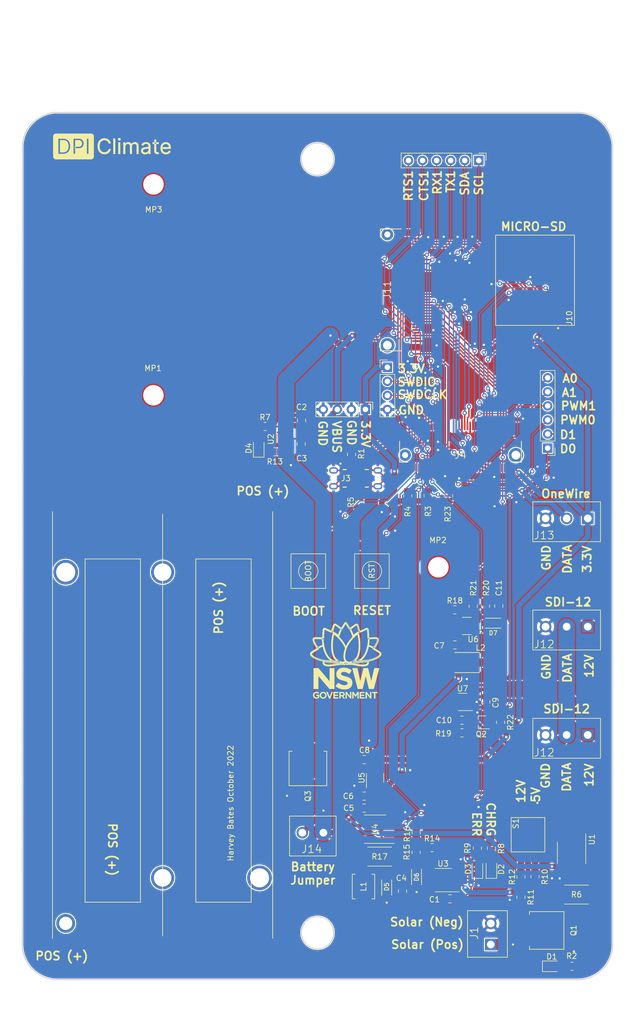
<source format=kicad_pcb>
(kicad_pcb (version 20211014) (generator pcbnew)
  (layers (0 "F.Cu" signal) (31 "B.Cu" signal) (34 "B.Paste" user) (35 "F.Paste" user) (36 "B.SilkS" user "B.Silkscreen") (37 "F.SilkS" user "F.Silkscreen") (38 "B.Mask" user) (39 "F.Mask" user) (44 "Edge.Cuts" user))
  (net 0 "")
  (net 1 "GND")
  (net 2 "+12V")
  (net 3 "VBUS")
  (net 4 "+5VP")
  (net 5 "VBAT")
  (net 6 "+3.3V")
  (net 7 "Net-(D1-Pad1)")
  (net 8 "Net-(D1-Pad2)")
  (net 9 "Net-(D2-Pad1)")
  (net 10 "Net-(D2-Pad2)")
  (net 11 "Net-(D3-Pad1)")
  (net 12 "Net-(D3-Pad2)")
  (net 13 "Net-(D4-Pad1)")
  (net 14 "SPI_CS")
  (net 15 "SPI_MOSI")
  (net 16 "SPI_SCK")
  (net 17 "SPI_MISO")
  (net 18 "D1")
  (net 19 "USB_D+")
  (net 20 "USB_D-")
  (net 21 "I2C_SDA")
  (net 22 "D0")
  (net 23 "RESET")
  (net 24 "3.3V_EN")
  (net 25 "BOOT")
  (net 26 "RTS1")
  (net 27 "I2C_SCL")
  (net 28 "CTS1")
  (net 29 "I2C_INT")
  (net 30 "TX1")
  (net 31 "RX1")
  (net 32 "RX2")
  (net 33 "SWDCLK")
  (net 34 "TX2")
  (net 35 "SWDIO")
  (net 36 "PWM0")
  (net 37 "A0")
  (net 38 "A1")
  (net 39 "GPIO0")
  (net 40 "CAN_RX")
  (net 41 "GPIO1")
  (net 42 "CAN_TX")
  (net 43 "GPIO2")
  (net 44 "GPIO3")
  (net 45 "PWM1")
  (net 46 "GPIO4")
  (net 47 "BATT_VIN{slash}3")
  (net 48 "SPI_SCK1{slash}SDIO_CLK")
  (net 49 "SPI_MOSI1{slash}SDIO_CMD")
  (net 50 "GPIO10{slash}NFC2")
  (net 51 "SPI_MISO1{slash}SDIO_DATA0")
  (net 52 "GPIO9{slash}NFC1")
  (net 53 "SDIO_DATA1")
  (net 54 "GPIO8")
  (net 55 "SDIO_DATA2")
  (net 56 "GPIO7")
  (net 57 "SPI_CS1{slash}SDIO_DATA3")
  (net 58 "GPIO6")
  (net 59 "GPIO5")
  (net 60 "Net-(L1-Pad2)")
  (net 61 "Net-(R10-Pad1)")
  (net 62 "Net-(R12-Pad1)")
  (net 64 "GPIO11")
  (net 65 "Net-(C1-Pad1)")
  (net 66 "Net-(C4-Pad1)")
  (net 67 "Net-(C4-Pad2)")
  (net 68 "Net-(D7-PadA)")
  (net 69 "Net-(J3-PadA5)")
  (net 71 "unconnected-(J3-PadB4)")
  (net 75 "Net-(J3-PadB5)")
  (net 97 "Net-(J12-Pad2)")
  (net 98 "Net-(Q1-Pad3)")
  (net 99 "Net-(R7-Pad2)")
  (net 100 "Net-(R10-Pad2)")
  (net 101 "Net-(R13-Pad1)")
  (net 102 "Net-(R14-Pad1)")
  (net 103 "Net-(R14-Pad2)")
  (net 106 "Net-(BT1-PadC1+)")
  (net 107 "Net-(J14-Pad2)")
  (net 108 "Net-(R20-Pad1)")
  (footprint "Resistor_SMD:R_0805_2012Metric" (layer "F.Cu") (at 103.251 99.949 90)
    (fp_text reference "R5")
    (fp_text value "5.1K")
  )
  (footprint "Resistor_SMD:R_0805_2012Metric" (layer "F.Cu") (at 134.874 167.6 -90)
    (fp_text reference "R10")
    (fp_text value "23K")
  )
  (footprint "Capacitor_SMD:C_0805_2012Metric" (layer "F.Cu") (at 125.984 136.017 90)
    (fp_text reference "C9")
    (fp_text value "1uF")
  )
  (footprint "Resistor_SMD:R_0805_2012Metric" (layer "F.Cu") (at 119.253 98.7825 -90)
    (fp_text reference "R23")
    (fp_text value "4.7K")
  )
  (footprint "Capacitor_SMD:C_0805_2012Metric" (layer "F.Cu") (at 128.321 118.679 90)
    (fp_text reference "C11")
    (fp_text value "10uF")
  )
  (footprint "Resistor_SMD:R_0805_2012Metric" (layer "F.Cu") (at 124.46 162.433 -90)
    (fp_text reference "R9")
    (fp_text value "4.7K")
  )
  (footprint "Resistor_SMD:R_2512_6332Metric" (layer "F.Cu") (at 106.807 163.957)
    (fp_text reference "R17")
    (fp_text value "0.1")
  )
  (footprint "Capacitor_SMD:C_0805_2012Metric" (layer "F.Cu") (at 121.666 139.319)
    (fp_text reference "C10")
    (fp_text value "1uF")
  )
  (footprint "Resistor_SMD:R_0805_2012Metric" (layer "F.Cu") (at 132.334 167.6235 -90)
    (fp_text reference "R12")
    (fp_text value "53.6K")
  )
  (footprint "Connector_PinHeader_2.54mm:PinHeader_1x04_P2.54mm_Vertical" (layer "F.Cu") (at 108.204 75.575)
    (fp_text reference "J2" hide)
    (fp_text value "Conn_01x04_Male")
  )
  (footprint "Package_SO:MSOP-12-1EP_3x4mm_P0.65mm_EP1.65x2.85mm" (layer "F.Cu") (at 118.327 168.2 180)
    (fp_text reference "U3")
    (fp_text value "LT3652IMSE")
  )
  (footprint "DS04-254-2-02BK-SMT:SW_DS04-254-2-02BK-SMT" (layer "F.Cu") (at 133.604 160.0035 -90)
    (fp_text reference "S1")
    (fp_text value "DS04-254-2-02BK-SMT")
  )
  (footprint "Package_TO_SOT_SMD:SOT-23-5" (layer "F.Cu") (at 121.793 136.017 180)
    (fp_text reference "U7")
    (fp_text value "NCP718xSN500")
  )
  (footprint "Package_TO_SOT_SMD:SOT-23-5" (layer "F.Cu") (at 89.7355 87.4085 90)
    (fp_text reference "U2")
    (fp_text value "MCP73832-2-OT")
  )
  (footprint "Connector_PinHeader_2.54mm:PinHeader_1x06_P2.54mm_Vertical" (layer "F.Cu") (at 137.16 90.17 180)
    (fp_text reference "J7" hide)
    (fp_text value "Conn_01x06_Female")
  )
  (footprint "Capacitor_SMD:C_0805_2012Metric" (layer "F.Cu") (at 104.013 146.431 180)
    (fp_text reference "C8")
    (fp_text value "1uF")
  )
  (footprint "LQH43CN100K03L:IND_LQH43CN100K03L" (layer "F.Cu") (at 122.616 128.905)
    (fp_text reference "L2")
    (fp_text value "LQH43CN100K03L")
  )
  (footprint "Resistor_SMD:R_0805_2012Metric" (layer "F.Cu") (at 128.651 139.7 90)
    (fp_text reference "R22")
    (fp_text value "10K")
  )
  (footprint "AOD417:DPAK228P994X240_3N" (layer "F.Cu") (at 138.049 177.292 90)
    (fp_text reference "Q1")
    (fp_text value "AOD417")
  )
  (footprint "9774025151R:WE_9774025151R" (layer "F.Cu") (at 65.94 80.63)
    (fp_text reference "MP1")
    (fp_text value "9774025151R")
  )
  (footprint "9774025151R:WE_9774025151R" (layer "F.Cu") (at 117.41 111.7)
    (fp_text reference "MP2")
    (fp_text value "9774025151R")
  )
  (footprint "Resistor_SMD:R_0805_2012Metric" (layer "F.Cu") (at 113.411 159.6625 -90)
    (fp_text reference "R16")
    (fp_text value "330K")
  )
  (footprint "LED_SMD:LED_0805_2012Metric" (layer "F.Cu") (at 84.963 90.1215 90)
    (fp_text reference "D4")
    (fp_text value "LED")
  )
  (footprint "1977223-6:1977223-6" (layer "F.Cu") (at 93.9165 112.388 90)
    (fp_text reference "SW2" hide)
    (fp_text value "BOOT")
  )
  (footprint "Capacitor_SMD:C_0805_2012Metric" (layer "F.Cu") (at 92.6315 89.438 -90)
    (fp_text reference "C3")
    (fp_text value "4.7uF")
  )
  (footprint "Connector_PinHeader_2.54mm:PinHeader_1x06_P2.54mm_Vertical" (layer "F.Cu") (at 124.714 38.227 -90)
    (fp_text reference "J6" hide)
    (fp_text value "Conn_01x06_Female")
  )
  (footprint "Package_TO_SOT_SMD:SOT-23-5" (layer "F.Cu") (at 105.979 149.733 90)
    (fp_text reference "U5")
    (fp_text value "LD39015M33R")
  )
  (footprint "SS34LW_RVG:SODFL3718X102N" (layer "F.Cu") (at 108.077 169.545 90)
    (fp_text reference "D5")
    (fp_text value "SS34LW_RVG")
  )
  (footprint "1977223-6:1977223-6" (layer "F.Cu") (at 105.41 112.388 90)
    (fp_text reference "SW1" hide)
    (fp_text value "RST")
  )
  (footprint "Micromod:M.2-CONNECTOR-E-FUNCTION-STANDARD" (layer "F.Cu") (at 108.204 61.595 90)
    (fp_text reference "J11")
    (fp_text value "MICROMOD_FUNCTION__MAIN" hide)
  )
  (footprint "TBP02R2-381-02BE:CUI_TBP02R2-381-02BE" (layer "F.Cu") (at 96.647 159.639 180)
    (fp_text reference "J14")
    (fp_text value "TBP02R2-381-02BE")
  )
  (footprint "Micromod:M.2-CONNECTOR-E" (layer "F.Cu") (at 121.412 91.44 180)
    (fp_text reference "J4")
    (fp_text value "MICROMOD_-2222-C" hide)
  )
  (footprint "Connector_PinHeader_2.54mm:PinHeader_1x04_P2.54mm_Vertical" (layer "F.Cu") (at 104.237 83.185 -90)
    (fp_text reference "J8" hide)
    (fp_text value "Conn_01x04_Female")
  )
  (footprint "TBP02R2-381-03BE:CUI_TBP02R2-381-03BE" (layer "F.Cu") (at 144.399 122.428 180)
    (fp_text reference "J12")
    (fp_text value "TBP02R2-381-03BE")
  )
  (footprint "SS34LW_RVG:SODFL3718X102N" (layer "F.Cu") (at 113.472 167.64 90)
    (fp_text reference "D6")
    (fp_text value "SS34LW_RVG")
  )
  (footprint "Capacitor_SMD:C_0805_2012Metric" (layer "F.Cu") (at 119.507 171.577 180)
    (fp_text reference "C1")
    (fp_text value "10uF")
  )
  (footprint "ST1W008S4AR1500:JAE_ST1W008S4AR1500" (layer "F.Cu") (at 135.199 60.2085 90)
    (fp_text reference "J10")
    (fp_text value "ST1W008S4AR1500")
  )
  (footprint "Resistor_SMD:R_0805_2012Metric" (layer "F.Cu") (at 141.5575 183.769)
    (fp_text reference "R2")
    (fp_text value "4.7K")
  )
  (footprint "1048:BAT_1048" (layer "F.Cu") (at 67.6 140.19 -90)
    (fp_text reference "BT1" hide)
    (fp_text value "1048")
  )
  (footprint "Resistor_SMD:R_0805_2012Metric" (layer "F.Cu") (at 127 162.433 -90)
    (fp_text reference "R8")
    (fp_text value "4.7K")
  )
  (footprint "SS34LW_RVG:SODFL3718X102N" (layer "F.Cu") (at 127.3065 121.793 180)
    (fp_text reference "D7")
    (fp_text value "SS34LW_RVG")
  )
  (footprint "Package_TO_SOT_SMD:SOT-323_SC-70" (layer "F.Cu") (at 125.349 139.7 180)
    (fp_text reference "Q2")
    (fp_text value "BSS214NW")
  )
  (footprint "Resistor_SMD:R_0805_2012Metric" (layer "F.Cu") (at 87.884 90.835 180)
    (fp_text reference "R13")
    (fp_text value "1K")
  )
  (footprint "TBP02R2-381-03BE:CUI_TBP02R2-381-03BE" (layer "F.Cu") (at 144.399 141.986 180)
    (fp_text reference "J12")
    (fp_text value "TBP02R2-381-03BE")
  )
  (footprint "Package_SO:SOIC-8_3.9x4.9mm_P1.27mm" (layer "F.Cu") (at 105.979 159.004 180)
    (fp_text reference "U4")
    (fp_text value "INA219BxD")
  )
  (footprint "Resistor_SMD:R_0805_2012Metric" (layer "F.Cu") (at 121.666 141.605)
    (fp_text reference "R19")
    (fp_text value "10K")
  )
  (footprint "Capacitor_SMD:C_0805_2012Metric" (layer "F.Cu") (at 104.013 153.035 180)
    (fp_text reference "C6")
    (fp_text value "1uF")
  )
  (footprint "Resistor_SMD:R_0805_2012Metric" (layer "F.Cu") (at 111.887 98.806 90)
    (fp_text reference "R4")
    (fp_text value "4.7K")
  )
  (footprint "LED_SMD:LED_0805_2012Metric" (layer "F.Cu") (at 124.46 166.2065 90)
    (fp_text reference "D3")
    (fp_text value "LED(Red)")
  )
  (footprint "Resistor_SMD:R_0805_2012Metric" (layer "F.Cu") (at 101.727 91.313 90)
    (fp_text reference "R1")
    (fp_text value "5.1K")
  )
  (footprint "AOD417:DPAK228P994X240_3N" (layer "F.Cu") (at 93.853 149.098)
    (fp_text reference "Q3")
    (fp_text value "AOD417")
  )
  (footprint "9774025151R:WE_9774025151R" (layer "F.Cu") (at 65.95 42.54)
    (fp_text reference "MP3")
    (fp_text value "9774025151R")
  )
  (footprint "LED_SMD:LED_0805_2012Metric" (layer "F.Cu") (at 137.895 183.769)
    (fp_text reference "D1")
    (fp_text value "LED(Red)")
  )
  (footprint "Capacitor_SMD:C_0805_2012Metric" (layer "F.Cu") (at 92.71 85.186 90)
    (fp_text reference "C2")
    (fp_text value "4.7uF")
  )
  (footprint "Resistor_SMD:R_0805_2012Metric" (layer "F.Cu") (at 86.106 86.263)
    (fp_text reference "R7")
    (fp_text value "3.3K")
  )
  (footprint "SRP4020TA-5R6M:IND_SRP4020TA-5R6M" (layer "F.Cu") (at 103.886 169.363 90)
    (fp_text reference "L1")
    (fp_text value "SRP4020T-5R6M")
  )
  (footprint "TBP02R2-381-03BE:CUI_TBP02R2-381-03BE" (layer "F.Cu") (at 144.399 102.87 180)
    (fp_text reference "J13")
    (fp_text value "TBP02R2-381-03BE")
  )
  (footprint "MIC2288YD5-TR:SOT95P280X100-5N" (layer "F.Cu") (at 122.555 122.301 180)
    (fp_text reference "U6")
    (fp_text value "MIC2288YD5-TR")
  )
  (footprint "Resistor_SMD:R_0805_2012Metric" (layer "F.Cu") (at 120.396 119.38)
    (fp_text reference "R18")
    (fp_text value "100K")
  )
  (footprint "Resistor_SMD:R_0805_2012Metric" (layer "F.Cu") (at 125.918 118.7215 -90)
    (fp_text reference "R20")
    (fp_text value "43.3K")
  )
  (footprint "TBP02R2-381-02BE:CUI_TBP02R2-381-02BE" (layer "F.Cu") (at 126.8835 179.832 90)
    (fp_text reference "J1")
    (fp_text value "TBP02R2-381-02BE")
  )
  (footprint "Resistor_SMD:R_0805_2012Metric" (layer "F.Cu") (at 123.698 118.745 -90)
    (fp_text reference "R21")
    (fp_text value "5K")
  )
  (footprint "Resistor_SMD:R_0805_2012Metric" (layer "F.Cu") (at 116.2805 162.3295)
    (fp_text reference "R14")
    (fp_text value "180K")
  )
  (footprint "Resistor_SMD:R_2512_6332Metric" (layer "F.Cu") (at 142.367 170.815 180)
    (fp_text reference "R6")
    (fp_text value "0.1")
  )
  (footprint "Resistor_SMD:R_0805_2012Metric" (layer "F.Cu") (at 113.411 163.228 -90)
    (fp_text reference "R15")
    (fp_text value "91K")
  )
  (footprint "Resistor_SMD:R_0805_2012Metric" (layer "F.Cu") (at 132.334 171.283 -90)
    (fp_text reference "R11")
    (fp_text value "27K")
  )
  (footprint "Capacitor_SMD:C_0805_2012Metric" (layer "F.Cu") (at 120.396 125.73 180)
    (fp_text reference "C7")
    (fp_text value "2.2uF")
  )
  (footprint "Package_SO:SOIC-8_3.9x4.9mm_P1.27mm" (layer "F.Cu") (at 141.478 163.282 -90)
    (fp_text reference "U1")
    (fp_text value "INA219BxD")
  )
  (footprint "Capacitor_SMD:C_0805_2012Metric" (layer "F.Cu") (at 110.932 170.18 90)
    (fp_text reference "C4")
    (fp_text value "1uF")
  )
  (footprint "LED_SMD:LED_0805_2012Metric" (layer "F.Cu") (at 127 166.183 90)
    (fp_text reference "D2")
    (fp_text value "LED(Green)")
  )
  (footprint "Capacitor_SMD:C_0805_2012Metric" (layer "F.Cu") (at 104.013 155.194 180)
    (fp_text reference "C5")
    (fp_text value "10uF")
  )
  (footprint "USB4145-03-0230-C_REVA:GCT_USB4145-03-0230-C_REVA" (layer "F.Cu") (at 102.489 95.631)
    (fp_text reference "J3")
    (fp_text value "USB4145-03-0230-C_REVA")
    (fp_line (start -3.9 0.313345) (end -4.1 0.313345) (layer "Edge.Cuts") (width 0.01))
    (fp_line (start 3.9 -0.33) (end 4.1 -0.33) (layer "Edge.Cuts") (width 0.01))
    (fp_line (start -4.1 -0.346655) (end -3.9 -0.346655) (layer "Edge.Cuts") (width 0.01))
    (fp_line (start 4.1 0.33) (end 3.9 0.33) (layer "Edge.Cuts") (width 0.01))
    (fp_arc (start -3.57 -0.016655) (mid -3.666655 0.21669) (end -3.9 0.313345) (layer "Edge.Cuts") (width 0.01))
    (fp_arc (start -3.9 -0.346655) (mid -3.666655 -0.25) (end -3.57 -0.016655) (layer "Edge.Cuts") (width 0.01))
    (fp_arc (start -4.43 -0.016655) (mid -4.333345 -0.25) (end -4.1 -0.346655) (layer "Edge.Cuts") (width 0.01))
    (fp_arc (start 3.9 0.33) (mid 3.666655 0.233345) (end 3.57 0) (layer "Edge.Cuts") (width 0.01))
    (fp_arc (start 3.57 0) (mid 3.666655 -0.233345) (end 3.9 -0.33) (layer "Edge.Cuts") (width 0.01))
    (fp_arc (start 4.1 -0.33) (mid 4.333345 -0.233345) (end 4.43 0) (layer "Edge.Cuts") (width 0.01))
    (fp_arc (start -4.1 0.313345) (mid -4.333345 0.21669) (end -4.43 -0.016655) (layer "Edge.Cuts") (width 0.01))
    (fp_arc (start 4.43 0) (mid 4.333345 0.233345) (end 4.1 0.33) (layer "Edge.Cuts") (width 0.01))
  )
  (footprint "Resistor_SMD:R_0805_2012Metric" (layer "F.Cu") (at 115.57 98.7825 90)
    (fp_text reference "R3")
    (fp_text value "4.7K")
  )
  (gr_poly (pts (xy 96.635694 134.212555) (xy 96.667971 134.214882) (xy 96.699577 134.218712) (xy 96.730483 134.224008) (xy 96.760665 134.23073) (xy 96.790096 134.238839) (xy 96.818749 134.248297) (xy 96.8466 134.259065) (xy 96.873621 134.271105) (xy 96.899787 134.284376) (xy 96.92507 134.298842) (xy 96.949446 134.314462) (xy 96.972888 134.331199) (xy 96.99537 134.349013) (xy 97.016865 134.367866) (xy 97.037348 134.387719) (xy 97.056792 134.408533) (xy 97.075171 134.430269) (xy 97.092459 134.452889) (xy 97.10863 134.476354) (xy 97.123658 134.500625) (xy 97.137516 134.525663) (xy 97.150179 134.55143) (xy 97.161619 134.577887) (xy 97.171812 134.604996) (xy 97.180731 134.632716) (xy 97.188349 134.66101) (xy 97.194641 134.689839) (xy 97.19958 134.719164) (xy 97.20314 134.748946) (xy 97.205296 134.779147) (xy 97.20602 134.809728) (xy 97.20602 134.815021) (xy 97.205295 134.845602) (xy 97.203139 134.875803) (xy 97.199575 134.905585) (xy 97.19463 134.934911) (xy 97.188329 134.96374) (xy 97.180696 134.992034) (xy 97.171757 135.019754) (xy 97.161537 135.046862) (xy 97.150061 135.073319) (xy 97.137355 135.099086) (xy 97.123443 135.124125) (xy 97.108351 135.148396) (xy 97.092105 135.171861) (xy 97.074728 135.194481) (xy 97.056247 135.216217) (xy 97.036687 135.237031) (xy 97.016072 135.256884) (xy 96.994428 135.275737) (xy 96.971781 135.293551) (xy 96.948155 135.310287) (xy 96.923575 135.325908) (xy 96.898067 135.340373) (xy 96.871656 135.353645) (xy 96.844368 135.365684) (xy 96.816226 135.376452) (xy 96.787257 135.38591) (xy 96.757486 135.394019) (xy 96.726938 135.400741) (xy 96.695638 135.406037) (xy 96.663611 135.409867) (xy 96.630883 135.412194) (xy 96.597478 135.412978) (xy 96.564554 135.412194) (xy 96.532277 135.409867) (xy 96.500672 135.406037) (xy 96.469765 135.400741) (xy 96.439583 135.394019) (xy 96.410152 135.38591) (xy 96.381499 135.376452) (xy 96.353648 135.365684) (xy 96.326627 135.353645) (xy 96.300461 135.340373) (xy 96.275178 135.325907) (xy 96.250802 135.310287) (xy 96.22736 135.29355) (xy 96.204878 135.275736) (xy 96.183383 135.256883) (xy 96.1629 135.23703) (xy 96.143456 135.216217) (xy 96.125077 135.19448) (xy 96.107789 135.17186) (xy 96.091618 135.148395) (xy 96.07659 135.124124) (xy 96.062732 135.099086) (xy 96.050069 135.073319) (xy 96.038629 135.046862) (xy 96.028436 135.019754) (xy 96.019517 134.992033) (xy 96.011899 134.963739) (xy 96.005607 134.93491) (xy 96.000668 134.905585) (xy 95.997108 134.875803) (xy 95.994953 134.845602) (xy 95.994228 134.815023) (xy 96.211186 134.815023) (xy 96.211664 134.836226) (xy 96.213084 134.857156) (xy 96.215429 134.877785) (xy 96.218679 134.898087) (xy 96.222818 134.918037) (xy 96.227825 134.937608) (xy 96.233683 134.956774) (xy 96.240373 134.975508) (xy 96.247877 134.993786) (xy 96.256177 135.01158) (xy 96.265254 135.028864) (xy 96.275089 135.045612) (xy 96.285665 135.061799) (xy 96.296963 135.077397) (xy 96.308964 135.092381) (xy 96.32165 135.106725) (xy 96.335003 135.120402) (xy 96.349003 135.133386) (xy 96.363634 135.145651) (xy 96.378876 135.157171) (xy 96.394711 135.16792) (xy 96.411121 135.177871) (xy 96.428087 135.186999) (xy 96.445591 135.195277) (xy 96.463614 135.202679) (xy 96.482137 135.20918) (xy 96.501144 135.214751) (xy 96.520614 135.219369) (xy 96.540531 135.223006) (xy 96.560874 135.225636) (xy 96.581627 135.227233) (xy 96.60277 135.227771) (xy 96.623913 135.227233) (xy 96.644665 135.225636) (xy 96.665009 135.223005) (xy 96.684925 135.219368) (xy 96.704396 135.214751) (xy 96.723402 135.209179) (xy 96.741926 135.202679) (xy 96.759949 135.195276) (xy 96.777452 135.186998) (xy 96.794418 135.17787) (xy 96.810828 135.167919) (xy 96.826663 135.15717) (xy 96.841905 135.14565) (xy 96.856536 135.133385) (xy 96.870537 135.1204) (xy 96.88389 135.106723) (xy 96.896576 135.09238) (xy 96.908577 135.077396) (xy 96.919874 135.061797) (xy 96.93045 135.045611) (xy 96.940285 135.028862) (xy 96.949362 135.011578) (xy 96.957662 134.993784) (xy 96.965166 134.975507) (xy 96.971856 134.956772) (xy 96.977714 134.937606) (xy 96.982722 134.918035) (xy 96.98686 134.898086) (xy 96.990111 134.877783) (xy 96.992455 134.857154) (xy 96.993875 134.836225) (xy 96.994353 134.815021) (xy 96.993875 134.793817) (xy 96.992455 134.772888) (xy 96.990111 134.752259) (xy 96.98686 134.731956) (xy 96.982722 134.712006) (xy 96.977714 134.692435) (xy 96.971856 134.673269) (xy 96.965166 134.654535) (xy 96.957662 134.636257) (xy 96.949362 134.618463) (xy 96.940285 134.601179) (xy 96.93045 134.58443) (xy 96.919874 134.568244) (xy 96.908577 134.552645) (xy 96.896576 134.537661) (xy 96.88389 134.523318) (xy 96.870537 134.509641) (xy 96.856536 134.496657) (xy 96.841905 134.484391) (xy 96.826663 134.472871) (xy 96.810828 134.462122) (xy 96.794418 134.452171) (xy 96.777452 134.443043) (xy 96.759949 134.434765) (xy 96.741926 134.427363) (xy 96.723402 134.420863) (xy 96.704396 134.415291) (xy 96.684925 134.410674) (xy 96.665009 134.407037) (xy 96.644665 134.404406) (xy 96.623913 134.402809) (xy 96.60277 134.402271) (xy 96.581161 134.402809) (xy 96.560002 134.404405) (xy 96.539308 134.407032) (xy 96.519095 134.410663) (xy 96.499378 134.415271) (xy 96.480173 134.420828) (xy 96.461494 134.427308) (xy 96.443358 134.434682) (xy 96.42578 134.442925) (xy 96.408776 134.45201) (xy 96.392361 134.461907) (xy 96.376551 134.472592) (xy 96.361361 134.484037) (xy 96.346806 134.496214) (xy 96.332902 134.509096) (xy 96.319665 134.522656) (xy 96.307111 134.536868) (xy 96.295254 134.551704) (xy 96.284109 134.567136) (xy 96.273694 134.583139) (xy 96.264023 134.599684) (xy 96.255111 134.616744) (xy 96.246975 134.634293) (xy 96.239629 134.652303) (xy 96.233089 134.670747) (xy 96.227371 134.689598) (xy 96.222491 134.708829) (xy 96.218462 134.728412) (xy 96.215302 134.748321) (xy 96.213026 134.768529) (xy 96.211649 134.789008) (xy 96.211186 134.809731) (xy 96.211186 134.815023) (xy 95.994228 134.815023) (xy 95.994228 134.815021) (xy 95.994968 134.784425) (xy 95.997167 134.75418) (xy 96.000799 134.724326) (xy 96.005835 134.694904) (xy 96.012246 134.665956) (xy 96.020006 134.63752) (xy 96.029085 134.609639) (xy 96.039455 134.582353) (xy 96.05109 134.555702) (xy 96.063959 134.529728) (xy 96.078036 134.504471) (xy 96.093292 134.479972) (xy 96.109699 134.456271) (xy 96.127229 134.433409) (xy 96.145854 134.411426) (xy 96.165546 134.390365) (xy 96.186276 134.370264) (xy 96.208017 134.351166) (xy 96.230741 134.333109) (xy 96.254419 134.316137) (xy 96.279023 134.300288) (xy 96.304526 134.285604) (xy 96.330898 134.272125) (xy 96.358113 134.259892) (xy 96.386141 134.248946) (xy 96.414956 134.239327) (xy 96.444528 134.231077) (xy 96.474829 134.224235) (xy 96.505833 134.218843) (xy 96.537509 134.214941) (xy 96.569831 134.21257) (xy 96.60277 134.211771)) (layer "F.SilkS") (width 0.04) (fill solid))
  (gr_poly (pts (xy 102.641161 122.062213) (xy 102.64693 122.062537) (xy 102.652579 122.063077) (xy 102.65811 122.06383) (xy 102.663525 122.064797) (xy 102.668826 122.065976) (xy 102.674014 122.067366) (xy 102.679091 122.068967) (xy 102.68406 122.070777) (xy 102.688923 122.072795) (xy 102.69368 122.07502) (xy 102.698335 122.077452) (xy 102.70289 122.080089) (xy 102.707345 122.082931) (xy 102.711704 122.085976) (xy 102.715967 122.089224) (xy 102.724217 122.096323) (xy 102.732111 122.104221) (xy 102.739663 122.112909) (xy 102.74689 122.12238) (xy 102.753807 122.132626) (xy 102.760429 122.143639) (xy 102.766772 122.155413) (xy 102.772851 122.167938) (xy 102.773332 122.167953) (xy 102.773783 122.167999) (xy 102.774205 122.168073) (xy 102.774598 122.168176) (xy 102.774965 122.168305) (xy 102.775305 122.168461) (xy 102.77562 122.168642) (xy 102.775911 122.168847) (xy 102.776178 122.169076) (xy 102.776424 122.169327) (xy 102.776648 122.169599) (xy 102.776851 122.169891) (xy 102.777036 122.170203) (xy 102.777201 122.170533) (xy 102.77735 122.170881) (xy 102.777482 122.171245) (xy 102.7777 122.172019) (xy 102.777864 122.172847) (xy 102.777982 122.173722) (xy 102.778061 122.174635) (xy 102.778108 122.175579) (xy 102.778133 122.176547) (xy 102.778143 122.178521) (xy 102.823205 122.332641) (xy 102.888607 122.566136) (xy 102.92599 122.709548) (xy 102.964923 122.869084) (xy 103.004228 123.043502) (xy 103.042727 123.231563) (xy 102.987254 123.265163) (xy 103.016268 123.400899) (xy 103.043053 123.548215) (xy 103.01627 123.564937) (xy 102.988571 123.580813) (xy 102.961369 123.596688) (xy 102.948109 123.604625) (xy 102.935158 123.612563) (xy 102.92258 123.6205) (xy 102.910436 123.628437) (xy 102.928101 123.63804) (xy 102.945339 123.648953) (xy 102.962096 123.661122) (xy 102.978319 123.674492) (xy 102.993952 123.689009) (xy 103.008942 123.704619) (xy 103.023235 123.721268) (xy 103.036775 123.738901) (xy 103.04951 123.757465) (xy 103.061384 123.776904) (xy 103.072343 123.797165) (xy 103.082333 123.818193) (xy 103.0913 123.839935) (xy 103.09919 123.862335) (xy 103.105948 123.885341) (xy 103.11152 123.908896) (xy 103.111531 123.910653) (xy 103.111555 123.911384) (xy 103.111603 123.912038) (xy 103.111682 123.912629) (xy 103.111735 123.912907) (xy 103.111799 123.913175) (xy 103.111875 123.913435) (xy 103.111963 123.913689) (xy 103.112065 123.913939) (xy 103.112182 123.914188) (xy 103.112314 123.914436) (xy 103.112462 123.914686) (xy 103.112628 123.91494) (xy 103.112812 123.9152) (xy 103.11324 123.915746) (xy 103.113753 123.916337) (xy 103.114359 123.916991) (xy 103.115065 123.917722) (xy 103.116812 123.919479) (xy 103.138899 124.026294) (xy 103.167496 124.180672) (xy 103.199691 124.377591) (xy 103.232567 124.612026) (xy 103.263211 124.878955) (xy 103.276785 125.023036) (xy 103.288708 125.173356) (xy 103.298616 125.329288) (xy 103.306144 125.490205) (xy 103.310928 125.655478) (xy 103.312604 125.824479) (xy 103.308893 126.067059) (xy 103.297803 126.302631) (xy 103.279396 126.531134) (xy 103.253734 126.752505) (xy 103.220878 126.966683) (xy 103.180891 127.173606) (xy 103.133834 127.373211) (xy 103.079771 127.565437) (xy 103.047385 127.661445) (xy 103.01193 127.753074) (xy 102.973684 127.840409) (xy 102.932927 127.923534) (xy 102.889937 128.002536) (xy 102.844994 128.077499) (xy 102.798377 128.148509) (xy 102.750364 128.215651) (xy 102.701236 128.27901) (xy 102.65127 128.338672) (xy 102.600745 128.394721) (xy 102.549942 128.447244) (xy 102.499139 128.496325) (xy 102.448615 128.542049) (xy 102.438265 128.550843) (xy 102.270144 128.554981) (xy 102.185477 128.554981) (xy 102.113502 128.556924) (xy 102.080041 128.558097) (xy 102.048224 128.559611) (xy 102.018019 128.561621) (xy 101.989395 128.564283) (xy 101.962322 128.56775) (xy 101.944815 128.570784) (xy 101.901959 128.595028) (xy 101.795593 128.645694) (xy 101.790411 128.65168) (xy 101.78331 128.660814) (xy 101.775021 128.674198) (xy 101.770776 128.681987) (xy 101.766608 128.690497) (xy 101.762627 128.69972) (xy 101.758939 128.709648) (xy 101.755655 128.720274) (xy 101.752883 128.73159) (xy 101.750731 128.743588) (xy 101.749307 128.756261) (xy 101.74872 128.7696) (xy 101.74908 128.783597) (xy 101.750493 128.798246) (xy 101.753069 128.813539) (xy 101.756916 128.829467) (xy 101.762144 128.846022) (xy 101.793894 128.935981) (xy 101.826824 128.939639) (xy 101.789647 128.94129) (xy 101.639775 128.951853) (xy 101.487671 128.967376) (xy 101.411382 128.97727) (xy 101.335256 128.988729) (xy 101.294202 128.99585) (xy 101.210489 128.998157) (xy 101.100521 129.003118) (xy 100.989561 129.010064) (xy 100.971226 129.000162) (xy 100.952023 128.990385) (xy 100.932076 128.980856) (xy 100.911509 128.971699) (xy 100.890446 128.963038) (xy 100.86901 128.954997) (xy 100.847327 128.9477) (xy 100.825519 128.941272) (xy 100.825519 128.925396) (xy 100.709103 128.909521) (xy 100.693228 129.004772) (xy 100.682645 128.909521) (xy 100.677353 128.909521) (xy 100.677353 128.951855) (xy 100.67206 128.909521) (xy 100.555644 128.925396) (xy 100.555644 128.941272) (xy 100.512154 128.957312) (xy 100.490718 128.965642) (xy 100.469655 128.974344) (xy 100.449088 128.983542) (xy 100.439029 128.988366) (xy 100.42914 128.993361) (xy 100.419438 128.998541) (xy 100.409937 129.003924) (xy 100.400653 129.009523) (xy 100.391602 129.015355) (xy 100.280643 129.008409) (xy 100.179619 129.003852) (xy 100.11634 128.99128) (xy 100.040617 128.978146) (xy 99.888203 128.956794) (xy 99.736099 128.94127) (xy 99.599691 128.931656) (xy 99.624312 128.861895) (xy 99.627105 128.85354) (xy 99.629539 128.84534) (xy 99.631629 128.837297) (xy 99.633387 128.829412) (xy 99.634827 128.821686) (xy 99.635963 128.814119) (xy 99.636808 128.806714) (xy 99.637376 128.79947) (xy 99.637681 128.79239) (xy 99.637735 128.785472) (xy 99.637553 128.77872) (xy 99.637149 128.772133) (xy 99.636535 128.765713) (xy 99.635725 128.759461) (xy 99.634733 128.753377) (xy 99.633573 128.747463) (xy 99.6308 128.736147) (xy 99.627516 128.725521) (xy 99.623829 128.715593) (xy 99.619847 128.70637) (xy 99.61568 128.69786) (xy 99.611434 128.690071) (xy 99.60722 128.683011) (xy 99.603145 128.676687) (xy 99.588571 128.658057) (xy 99.572625 128.641753) (xy 99.5553 128.62762) (xy 99.536586 128.615502) (xy 99.516478 128.605244) (xy 99.494966 128.596691) (xy 99.472044 128.589689) (xy 99.447703 128.584082) (xy 99.421936 128.579716) (xy 99.394734 128.576434) (xy 99.366091 128.574083) (xy 99.335999 128.572507) (xy 99.271434 128.57106) (xy 99.200979 128.570853) (xy 99.116312 128.570853) (xy 98.965932 128.567848) (xy 98.941149 128.547124) (xy 98.889633 128.501163) (xy 98.837837 128.451791) (xy 98.786042 128.398947) (xy 98.734526 128.342568) (xy 98.683568 128.282593) (xy 98.633447 128.218958) (xy 98.584442 128.151603) (xy 98.536833 128.080465) (xy 98.490897 128.005483) (xy 98.446916 127.926593) (xy 98.405166 127.843735) (xy 98.365928 127.756847) (xy 98.329481 127.665865) (xy 98.296103 127.570729) (xy 98.267268 127.476472) (xy 98.240293 127.380239) (xy 98.215178 127.282037) (xy 98.191923 127.181874) (xy 98.170529 127.079757) (xy 98.150996 126.975695) (xy 98.117509 126.761765) (xy 98.091465 126.540146) (xy 98.072861 126.310899) (xy 98.061699 126.074086) (xy 98.057978 125.829771) (xy 98.333145 125.829771) (xy 98.336617 126.065891) (xy 98.347035 126.293949) (xy 98.364399 126.513822) (xy 98.388707 126.725385) (xy 98.419961 126.928515) (xy 98.45816 127.123087) (xy 98.503305 127.308978) (xy 98.555395 127.486062) (xy 98.583197 127.567006) (xy 98.613914 127.645143) (xy 98.647393 127.72049) (xy 98.68348 127.793062) (xy 98.72202 127.862874) (xy 98.762859 127.929942) (xy 98.805843 127.994282) (xy 98.850818 128.055909) (xy 98.897631 128.114838) (xy 98.946127 128.171085) (xy 98.996151 128.224666) (xy 99.047551 128.275596) (xy 99.100171 128.32389) (xy 99.153858 128.369564) (xy 99.263816 128.453115) (xy 99.376193 128.526371) (xy 99.489756 128.589458) (xy 99.603272 128.642499) (xy 99.71551 128.685618) (xy 99.825236 128.718938) (xy 99.931217 128.742586) (xy 100.032223 128.756683) (xy 100.127019 128.761355) (xy 100.132311 128.761355) (xy 100.169518 128.76061) (xy 100.18775 128.75968) (xy 100.205733 128.758378) (xy 100.223468 128.756704) (xy 100.240956 128.754657) (xy 100.258195 128.752239) (xy 100.275186 128.749448) (xy 100.291929 128.746286) (xy 100.308424 128.742751) (xy 100.324672 128.738844) (xy 100.340671 128.734565) (xy 100.356422 128.729914) (xy 100.371925 128.724892) (xy 100.38718 128.719497) (xy 100.402186 128.71373) (xy 100.416315 128.707529) (xy 100.430877 128.700831) (xy 100.445812 128.693638) (xy 100.461056 128.685949) (xy 100.476549 128.677763) (xy 100.492227 128.669081) (xy 100.50803 128.659904) (xy 100.523894 128.65023) (xy 100.510252 128.632112) (xy 100.497105 128.613436) (xy 100.484455 128.59414) (xy 100.472301 128.574162) (xy 100.46641 128.563898) (xy 100.460643 128.55344) (xy 100.455 128.54278) (xy 100.449481 128.531912) (xy 100.444086 128.520826) (xy 100.438814 128.509515) (xy 100.433667 128.497972) (xy 100.428644 128.486188) (xy 100.411343 128.448977) (xy 100.395158 128.410751) (xy 100.380089 128.371486) (xy 100.366137 128.331159) (xy 100.3533 128.289747) (xy 100.34158 128.247226) (xy 100.330976 128.203574) (xy 100.321488 128.158766) (xy 100.313117 128.112781) (xy 100.305861 128.065594) (xy 100.299722 128.017182) (xy 100.294699 127.967522) (xy 100.290792 127.916591) (xy 100.288002 127.864365) (xy 100.286328 127.810822) (xy 100.286229 127.801142) (xy 100.555207 127.801142) (xy 100.555871 127.845472) (xy 100.55762 127.888917) (xy 100.560439 127.931472) (xy 100.564312 127.973127) (xy 100.569224 128.013875) (xy 100.575159 128.053708) (xy 100.582102 128.092619) (xy 100.590036 128.1306) (xy 100.598948 128.167643) (xy 100.608821 128.203741) (xy 100.619639 128.238884) (xy 100.631388 128.273067) (xy 100.644051 128.306281) (xy 100.657613 128.338518) (xy 100.67206 128.36977) (xy 100.686446 128.39904) (xy 100.701825 128.427317) (xy 100.718196 128.454603) (xy 100.73556 128.480896) (xy 100.753915 128.506196) (xy 100.773263 128.530505) (xy 100.793603 128.553822) (xy 100.814935 128.576146) (xy 100.837259 128.597478) (xy 100.860576 128.617818) (xy 100.884884 128.637165) (xy 100.910185 128.655521) (xy 100.936478 128.672884) (xy 100.963763 128.689256) (xy 100.992041 128.704634) (xy 101.02131 128.719021) (xy 101.034395 128.724788) (xy 101.047851 128.730183) (xy 101.06168 128.735206) (xy 101.075881 128.739857) (xy 101.090453 128.744136) (xy 101.105398 128.748043) (xy 101.120715 128.751577) (xy 101.136404 128.75474) (xy 101.152465 128.75753) (xy 101.168898 128.759949) (xy 101.185703 128.761995) (xy 101.20288 128.763669) (xy 101.22043 128.764971) (xy 101.238351 128.765901) (xy 101.256645 128.766459) (xy 101.27531 128.766645) (xy 101.280602 128.766645) (xy 101.372483 128.761975) (xy 101.470689 128.747887) (xy 101.573979 128.724264) (xy 101.681115 128.690991) (xy 101.790855 128.647951) (xy 101.795593 128.645694) (xy 101.797826 128.643115) (xy 101.805558 128.635101) (xy 101.813613 128.627617) (xy 101.821993 128.620646) (xy 101.830702 128.614166) (xy 101.839745 128.608159) (xy 101.849125 128.602606) (xy 101.858846 128.597487) (xy 101.868912 128.592782) (xy 101.879326 128.588473) (xy 101.890094 128.58454) (xy 101.901218 128.580963) (xy 101.912702 128.577724) (xy 101.936768 128.572179) (xy 101.944815 128.570784) (xy 102.013188 128.532106) (xy 102.1233 128.459067) (xy 102.231055 128.375797) (xy 102.283662 128.330289) (xy 102.335214 128.282179) (xy 102.385558 128.231453) (xy 102.434537 128.178096) (xy 102.481996 128.122094) (xy 102.527782 128.063433) (xy 102.571738 128.002097) (xy 102.613709 127.938072) (xy 102.653541 127.871344) (xy 102.691079 127.801898) (xy 102.726168 127.72972) (xy 102.758651 127.654795) (xy 102.788376 127.577108) (xy 102.815185 127.496646) (xy 102.842099 127.407292) (xy 102.867275 127.315861) (xy 102.890716 127.222383) (xy 102.91242 127.126891) (xy 102.932387 127.029413) (xy 102.950619 126.929983) (xy 102.981873 126.725385) (xy 103.006181 126.513347) (xy 103.023544 126.294115) (xy 103.033962 126.067937) (xy 103.037435 125.835062) (xy 103.032557 125.548475) (xy 103.019245 125.274725) (xy 102.999484 125.017717) (xy 102.975258 124.781359) (xy 102.948551 124.569558) (xy 102.921349 124.386221) (xy 102.895635 124.235253) (xy 102.873393 124.120562) (xy 102.859503 124.057228) (xy 102.849581 124.01076) (xy 102.841643 123.972396) (xy 102.840406 123.96429) (xy 102.838688 123.955921) (xy 102.836505 123.947397) (xy 102.833872 123.938827) (xy 102.830805 123.930318) (xy 102.827319 123.92198) (xy 102.823431 123.913921) (xy 102.819155 123.90625) (xy 102.814506 123.899075) (xy 102.809502 123.892504) (xy 102.804156 123.886646) (xy 102.80136 123.884019) (xy 102.798484 123.881611) (xy 102.795531 123.879435) (xy 102.792503 123.877505) (xy 102.789401 123.875835) (xy 102.786227 123.874438) (xy 102.782983 123.873328) (xy 102.779672 123.872518) (xy 102.776294 123.872022) (xy 102.772853 123.871854) (xy 102.769816 123.871977) (xy 102.766662 123.87234) (xy 102.7634 123.872935) (xy 102.760037 123.873756) (xy 102.756581 123.874793) (xy 102.75304 123.87604) (xy 102.749422 123.877488) (xy 102.745733 123.87913) (xy 102.741983 123.880958) (xy 102.738178 123.882965) (xy 102.734327 123.885141) (xy 102.730437 123.887481) (xy 102.726516 123.889976) (xy 102.722572 123.892618) (xy 102.718612 123.895399) (xy 102.714645 123.898312) (xy 102.710758 123.901289) (xy 102.705994 123.90501) (xy 102.699431 123.910219) (xy 102.691131 123.916916) (xy 102.681158 123.925102) (xy 102.669572 123.934775) (xy 102.656435 123.945938) (xy 102.584998 124.00613) (xy 102.537373 124.046396) (xy 102.481811 124.094104) (xy 102.437307 124.132748) (xy 102.383749 124.181003) (xy 102.322006 124.238561) (xy 102.252946 124.305109) (xy 102.177436 124.38034) (xy 102.096346 124.463942) (xy 102.010542 124.555606) (xy 101.966144 124.604364) (xy 101.920894 124.655021) (xy 101.769099 124.829129) (xy 101.690338 124.924423) (xy 101.610422 125.024941) (xy 101.529916 125.130482) (xy 101.449387 125.240845) (xy 101.369401 125.355828) (xy 101.290524 125.475229) (xy 101.21332 125.598847) (xy 101.138357 125.72648) (xy 101.0662 125.857926) (xy 100.997415 125.992985) (xy 100.932567 126.131455) (xy 100.872224 126.273134) (xy 100.816949 126.41782) (xy 100.76731 126.565312) (xy 100.717194 126.735193) (xy 100.673962 126.899431) (xy 100.637551 127.05784) (xy 100.607899 127.210234) (xy 100.584944 127.356427) (xy 100.568625 127.496232) (xy 100.558878 127.629464) (xy 100.555643 127.755937) (xy 100.555207 127.801142) (xy 100.286229 127.801142) (xy 100.28577 127.755938) (xy 100.290989 127.61607) (xy 100.30272 127.470436) (xy 100.321023 127.31922) (xy 100.345963 127.16261) (xy 100.377599 127.00079) (xy 100.415995 126.833948) (xy 100.461211 126.662268) (xy 100.513312 126.485938) (xy 100.517518 126.469836) (xy 100.522158 126.453361) (xy 100.527171 126.436639) (xy 100.532494 126.419792) (xy 100.538064 126.402946) (xy 100.543821 126.386223) (xy 100.549702 126.369749) (xy 100.555645 126.353647) (xy 100.57152 126.30073) (xy 100.466892 126.064413) (xy 100.349156 125.836221) (xy 100.220832 125.616958) (xy 100.084439 125.40743) (xy 99.942495 125.208445) (xy 99.797521 125.020808) (xy 99.652035 124.845325) (xy 99.508557 124.682803) (xy 99.369605 124.534047) (xy 99.2377 124.399864) (xy 99.005104 124.178441) (xy 98.830924 124.024982) (xy 98.735312 123.945938) (xy 98.720429 123.933029) (xy 98.707531 123.922043) (xy 98.687687 123.905589) (xy 98.675781 123.896081) (xy 98.671812 123.893021) (xy 98.65296 123.885249) (xy 98.644278 123.881673) (xy 98.636093 123.878469) (xy 98.628403 123.875761) (xy 98.624745 123.874632) (xy 98.62121 123.873673) (xy 98.617799 123.872901) (xy 98.614513 123.87233) (xy 98.61135 123.871976) (xy 98.608312 123.871854) (xy 98.604389 123.872007) (xy 98.60056 123.87246) (xy 98.596824 123.873201) (xy 98.593181 123.874221) (xy 98.589631 123.875508) (xy 98.586173 123.877051) (xy 98.582809 123.878841) (xy 98.579538 123.880866) (xy 98.57636 123.883116) (xy 98.573275 123.885581) (xy 98.570283 123.888248) (xy 98.567384 123.891109) (xy 98.564578 123.894151) (xy 98.561865 123.897365) (xy 98.559245 123.90074) (xy 98.556718 123.904266) (xy 98.554284 123.90793) (xy 98.551943 123.911724) (xy 98.54754 123.919655) (xy 98.543509 123.927973) (xy 98.539851 123.936594) (xy 98.536564 123.945432) (xy 98.533649 123.954402) (xy 98.531107 123.963418) (xy 98.528937 123.972396) (xy 98.528813 123.974814) (xy 98.528441 123.978101) (xy 98.526952 123.987279) (xy 98.524472 123.999929) (xy 98.520999 124.016052) (xy 98.516534 124.035648) (xy 98.511077 124.058716) (xy 98.504628 124.085257) (xy 98.497187 124.115271) (xy 98.470728 124.266745) (xy 98.45105 124.380929) (xy 98.428395 124.517437) (xy 98.412148 124.640458) (xy 98.395653 124.7783) (xy 98.379654 124.929412) (xy 98.364895 125.092245) (xy 98.35212 125.265247) (xy 98.342074 125.446869) (xy 98.335501 125.63556) (xy 98.333145 125.829771) (xy 98.057978 125.829771) (xy 98.057978 125.82977) (xy 98.064665 125.495486) (xy 98.0827 125.178565) (xy 98.109045 124.883968) (xy 98.140661 124.616656) (xy 98.174509 124.38159) (xy 98.207551 124.183732) (xy 98.259062 123.919479) (xy 98.259062 123.908896) (xy 98.264576 123.885398) (xy 98.271175 123.862552) (xy 98.278828 123.840388) (xy 98.287504 123.818937) (xy 98.297173 123.79823) (xy 98.307803 123.778299) (xy 98.319363 123.759173) (xy 98.331822 123.740885) (xy 98.345149 123.723465) (xy 98.359314 123.706944) (xy 98.374285 123.691353) (xy 98.39003 123.676724) (xy 98.40652 123.663086) (xy 98.423724 123.650472) (xy 98.441609 123.638912) (xy 98.460145 123.628437) (xy 98.339791 123.554844) (xy 98.364895 123.416771) (xy 98.389104 123.299341) (xy 98.394066 123.27696) (xy 98.462584 123.318462) (xy 98.593098 123.400565) (xy 98.719643 123.483165) (xy 98.842468 123.566261) (xy 98.96182 123.649852) (xy 99.077947 123.73394) (xy 99.191098 123.818524) (xy 99.30152 123.903604) (xy 99.35084 123.766207) (xy 99.403384 123.627941) (xy 99.458906 123.488932) (xy 99.517155 123.349302) (xy 99.577885 123.209176) (xy 99.640848 123.068679) (xy 99.705795 122.927933) (xy 99.722359 122.89294) (xy 99.714268 122.887607) (xy 99.530879 122.739027) (xy 99.37031 122.611779) (xy 99.298893 122.55662) (xy 99.233554 122.507351) (xy 99.174415 122.46416) (xy 99.121602 122.427232) (xy 99.061895 122.383586) (xy 99.006095 122.343971) (xy 98.954635 122.308449) (xy 98.907951 122.277081) (xy 98.830643 122.227058) (xy 98.777643 122.194399) (xy 98.773685 122.192404) (xy 98.769789 122.190348) (xy 98.767883 122.189277) (xy 98.766016 122.188167) (xy 98.764196 122.187011) (xy 98.76243 122.1858) (xy 98.760726 122.184527) (xy 98.759092 122.183185) (xy 98.757535 122.181765) (xy 98.756063 122.18026) (xy 98.754685 122.178662) (xy 98.753407 122.176963) (xy 98.752238 122.175156) (xy 98.751185 122.173232) (xy 98.749263 122.171369) (xy 98.747464 122.169739) (xy 98.74579 122.168326) (xy 98.74424 122.167114) (xy 98.742814 122.166088) (xy 98.741511 122.165233) (xy 98.740333 122.164533) (xy 98.739279 122.163972) (xy 98.738349 122.163535) (xy 98.737542 122.163207) (xy 98.73686 122.162972) (xy 98.736302 122.162814) (xy 98.735558 122.16267) (xy 98.73531 122.162649) (xy 98.751186 122.189104) (xy 98.740603 122.189104) (xy 98.739549 122.189115) (xy 98.738371 122.189187) (xy 98.737735 122.189266) (xy 98.737069 122.189383) (xy 98.736371 122.189547) (xy 98.735642 122.189766) (xy 98.734883 122.190046) (xy 98.734092 122.190396) (xy 98.73327 122.190824) (xy 98.732418 122.191337) (xy 98.731534 122.191943) (xy 98.730619 122.192649) (xy 98.729674 122.193464) (xy 98.728697 122.194396) (xy 98.727689 122.195451) (xy 98.726651 122.196639) (xy 98.725581 122.197965) (xy 98.72448 122.19944) (xy 98.723348 122.201069) (xy 98.722186 122.20286) (xy 98.720992 122.204823) (xy 98.719767 122.206964) (xy 98.718512 122.20929) (xy 98.717225 122.211811) (xy 98.715907 122.214533) (xy 98.714558 122.217464) (xy 98.713179 122.220613) (xy 98.711768 122.223986) (xy 98.710326 122.227592) (xy 98.708853 122.231438) (xy 98.703562 122.247313) (xy 98.680545 122.303206) (xy 98.648413 122.38688) (xy 98.608963 122.497344) (xy 98.563994 122.633604) (xy 98.540002 122.711098) (xy 98.515305 122.794669) (xy 98.490127 122.884194) (xy 98.464693 122.979547) (xy 98.439228 123.080605) (xy 98.413957 123.187245) (xy 98.394066 123.27696) (xy 98.327853 123.236854) (xy 98.366135 123.047057) (xy 98.404913 122.871399) (xy 98.443195 122.711119) (xy 98.479988 122.567459) (xy 98.514302 122.441657) (xy 98.545142 122.334956) (xy 98.571518 122.248594) (xy 98.592436 122.183813) (xy 98.594183 122.182056) (xy 98.59489 122.181324) (xy 98.595496 122.180671) (xy 98.596008 122.180079) (xy 98.596436 122.179534) (xy 98.59662 122.179274) (xy 98.596786 122.17902) (xy 98.596935 122.178769) (xy 98.597066 122.178521) (xy 98.597183 122.178273) (xy 98.597285 122.178022) (xy 98.597373 122.177768) (xy 98.597449 122.177508) (xy 98.597513 122.17724) (xy 98.597566 122.176963) (xy 98.597645 122.176371) (xy 98.597693 122.175718) (xy 98.597718 122.174986) (xy 98.597728 122.173229) (xy 98.602936 122.159773) (xy 98.608632 122.147184) (xy 98.614808 122.135464) (xy 98.621458 122.124612) (xy 98.628572 122.114628) (xy 98.632302 122.109962) (xy 98.636144 122.105513) (xy 98.640099 122.10128) (xy 98.644166 122.097265) (xy 98.648343 122.093467) (xy 98.652629 122.089886) (xy 98.657024 122.086521) (xy 98.661526 122.083374) (xy 98.666136 122.080444) (xy 98.67085 122.077731) (xy 98.67567 122.075235) (xy 98.680593 122.072956) (xy 98.685618 122.070894) (xy 98.690746 122.06905) (xy 98.695974 122.067422) (xy 98.701302 122.066011) (xy 98.706729 122.064817) (xy 98.712253 122.063841) (xy 98.717875 122.063081) (xy 98.723593 122.062538) (xy 98.735311 122.062104) (xy 98.73927 122.062115) (xy 98.743166 122.062187) (xy 98.745072 122.062266) (xy 98.746939 122.062383) (xy 98.748759 122.062547) (xy 98.750525 122.062766) (xy 98.752229 122.063046) (xy 98.753863 122.063396) (xy 98.75542 122.063824) (xy 98.756892 122.064337) (xy 98.757593 122.064628) (xy 98.75827 122.064943) (xy 98.758922 122.065283) (xy 98.759548 122.065649) (xy 98.760147 122.066043) (xy 98.760717 122.066465) (xy 98.761259 122.066915) (xy 98.76177 122.067396) (xy 98.769707 122.069401) (xy 98.777645 122.07153) (xy 98.785582 122.073907) (xy 98.789551 122.075228) (xy 98.79352 122.076657) (xy 98.797489 122.078209) (xy 98.801457 122.079902) (xy 98.805426 122.081749) (xy 98.809395 122.083767) (xy 98.813364 122.085971) (xy 98.817332 122.088377) (xy 98.821301 122.090999) (xy 98.82527 122.093854) (xy 98.8336 122.09804) (xy 98.854209 122.110474) (xy 98.92978 122.159339) (xy 99.047024 122.238962) (xy 99.119722 122.289842) (xy 99.200978 122.347854) (xy 99.341621 122.449967) (xy 99.412965 122.503101) (xy 99.484744 122.557537) (xy 99.55677 122.613213) (xy 99.628859 122.670067) (xy 99.700823 122.728038) (xy 99.772478 122.787063) (xy 99.722359 122.89294) (xy 99.947102 123.041066) (xy 99.953693 123.032414) (xy 99.911013 123.123424) (xy 99.835979 123.289771) (xy 99.785119 123.407335) (xy 99.735685 123.525829) (xy 99.687615 123.645191) (xy 99.640848 123.765359) (xy 99.595321 123.886272) (xy 99.550973 124.007867) (xy 99.465562 124.252854) (xy 99.615796 124.40747) (xy 99.774463 124.580938) (xy 99.855874 124.674431) (xy 99.938091 124.772264) (xy 100.02068 124.874315) (xy 100.103208 124.980458) (xy 100.185239 125.090571) (xy 100.26634 125.204527) (xy 100.346076 125.322205) (xy 100.424015 125.443479) (xy 100.499721 125.568226) (xy 100.57276 125.696322) (xy 100.642699 125.827642) (xy 100.709103 125.962063) (xy 100.760322 125.854971) (xy 100.81475 125.748019) (xy 100.872372 125.641222) (xy 100.933172 125.534595) (xy 100.997135 125.428155) (xy 101.064244 125.321916) (xy 101.134485 125.215894) (xy 101.207843 125.110104) (xy 101.284301 125.004563) (xy 101.363844 124.899285) (xy 101.446456 124.794286) (xy 101.532123 124.689582) (xy 101.620828 124.585188) (xy 101.712556 124.481119) (xy 101.807292 124.377392) (xy 101.90502 124.274021) (xy 101.835926 124.071023) (xy 101.764026 123.873156) (xy 101.614474 123.494988) (xy 101.461698 123.143857) (xy 101.4114 123.037112) (xy 101.619269 122.903482) (xy 101.635144 122.892899) (xy 101.645485 122.884393) (xy 101.726756 123.06041) (xy 101.788974 123.200164) (xy 101.849456 123.340042) (xy 101.907954 123.47992) (xy 101.964219 123.619673) (xy 102.018004 123.759179) (xy 102.06906 123.898313) (xy 102.179483 123.813233) (xy 102.292633 123.728649) (xy 102.40876 123.644561) (xy 102.528112 123.560969) (xy 102.650937 123.477873) (xy 102.777482 123.395274) (xy 102.907996 123.31317) (xy 102.987254 123.265163) (xy 102.967207 123.171373) (xy 102.916471 122.963675) (xy 102.865859 122.778797) (xy 102.817169 122.617732) (xy 102.7722 122.481472) (xy 102.732751 122.371008) (xy 102.677602 122.231441) (xy 102.67231 122.215566) (xy 102.669395 122.208114) (xy 102.666605 122.201592) (xy 102.663938 122.195939) (xy 102.661396 122.191092) (xy 102.658977 122.186989) (xy 102.656683 122.183568) (xy 102.654512 122.180767) (xy 102.652466 122.178524) (xy 102.650544 122.176777) (xy 102.648745 122.175465) (xy 102.647071 122.174524) (xy 102.645521 122.173894) (xy 102.644094 122.173511) (xy 102.642792 122.173315) (xy 102.640559 122.173232) (xy 102.619393 122.173232) (xy 102.619135 122.173253) (xy 102.6188 122.173302) (xy 102.618318 122.173398) (xy 102.617681 122.173555) (xy 102.616882 122.173791) (xy 102.615911 122.174119) (xy 102.61536 122.174322) (xy 102.614763 122.174555) (xy 102.614119 122.174819) (xy 102.613428 122.175116) (xy 102.612689 122.175448) (xy 102.6119 122.175816) (xy 102.611061 122.176224) (xy 102.61017 122.176672) (xy 102.609227 122.177162) (xy 102.608231 122.177697) (xy 102.607181 122.178279) (xy 102.606075 122.178909) (xy 102.604913 122.17959) (xy 102.603694 122.180322) (xy 102.602417 122.18111) (xy 102.601081 122.181953) (xy 102.599684 122.182854) (xy 102.598227 122.183816) (xy 102.571769 122.199691) (xy 102.548742 122.213819) (xy 102.519514 122.23235) (xy 102.484332 122.255222) (xy 102.443446 122.282373) (xy 102.397102 122.313741) (xy 102.34555 122.349263) (xy 102.289037 122.388878) (xy 102.227811 122.432524) (xy 102.117347 122.514876) (xy 101.979102 122.619055) (xy 101.900802 122.679331) (xy 101.817045 122.745063) (xy 101.728327 122.816253) (xy 101.645485 122.884393) (xy 101.598102 122.781771) (xy 101.688857 122.708855) (xy 101.774464 122.640963) (xy 101.854738 122.578155) (xy 101.929493 122.520495) (xy 101.998543 122.468043) (xy 102.061702 122.420863) (xy 102.118784 122.379015) (xy 102.169602 122.342563) (xy 102.251075 122.284551) (xy 102.324301 122.23367) (xy 102.388473 122.190107) (xy 102.442785 122.154047) (xy 102.486431 122.125677) (xy 102.518604 122.105182) (xy 102.545311 122.088563) (xy 102.54928 122.085649) (xy 102.553248 122.082868) (xy 102.557217 122.080226) (xy 102.561186 122.077731) (xy 102.565155 122.075392) (xy 102.569123 122.073215) (xy 102.573092 122.071208) (xy 102.577061 122.06938) (xy 102.58103 122.067738) (xy 102.584999 122.06629) (xy 102.588967 122.065043) (xy 102.592936 122.064006) (xy 102.596905 122.063186) (xy 102.600874 122.06259) (xy 102.604842 122.062227) (xy 102.608811 122.062104) (xy 102.635269 122.062104)) (layer "F.SilkS") (width 0.04) (fill solid))
  (gr_poly (pts (xy 105.741477 133.634978) (xy 105.730894 133.666729) (xy 104.878935 133.666729) (xy 104.296852 131.301354) (xy 103.725352 133.666729) (xy 102.857519 133.666729) (xy 101.883853 129.92552) (xy 102.762269 129.92552) (xy 103.302019 132.296187) (xy 103.899978 129.92552) (xy 104.704311 129.92552) (xy 105.291686 132.322645) (xy 105.847311 129.92552) (xy 105.847311 129.925519) (xy 106.720435 129.925519)) (layer "F.SilkS") (width 0.04) (fill solid))
  (gr_poly (pts (xy 59.78629 34.182123) (xy 59.79764 34.182868) (xy 59.808779 34.18411) (xy 59.819705 34.185849) (xy 59.83042 34.188084) (xy 59.840923 34.190816) (xy 59.851215 34.194045) (xy 59.861296 34.197771) (xy 59.871166 34.201993) (xy 59.880824 34.206713) (xy 59.890272 34.211929) (xy 59.899509 34.217642) (xy 59.908536 34.223852) (xy 59.917351 34.230558) (xy 59.925957 34.237762) (xy 59.934352 34.245462) (xy 59.942541 34.253512) (xy 59.950202 34.261762) (xy 59.957334 34.270213) (xy 59.963938 34.278865) (xy 59.970014 34.287718) (xy 59.975562 34.296772) (xy 59.980581 34.306026) (xy 59.985072 34.315482) (xy 59.989034 34.325138) (xy 59.992468 34.334995) (xy 59.995374 34.345053) (xy 59.997752 34.355312) (xy 59.999601 34.365771) (xy 60.000922 34.376432) (xy 60.001714 34.387293) (xy 60.001978 34.398354) (xy 60.001714 34.409416) (xy 60.000922 34.420277) (xy 59.999601 34.430937) (xy 59.997752 34.441396) (xy 59.995374 34.451654) (xy 59.992468 34.461711) (xy 59.989034 34.471567) (xy 59.985072 34.481223) (xy 59.980581 34.490678) (xy 59.975562 34.499931) (xy 59.970014 34.508985) (xy 59.963938 34.517837) (xy 59.957334 34.526488) (xy 59.950202 34.534939) (xy 59.942541 34.543189) (xy 59.934352 34.551239) (xy 59.925957 34.558939) (xy 59.917351 34.566143) (xy 59.908536 34.572849) (xy 59.899509 34.579059) (xy 59.890272 34.584772) (xy 59.880824 34.589988) (xy 59.871166 34.594708) (xy 59.861296 34.59893) (xy 59.851215 34.602656) (xy 59.840923 34.605885) (xy 59.83042 34.608617) (xy 59.819705 34.610852) (xy 59.808779 34.612591) (xy 59.79764 34.613832) (xy 59.78629 34.614578) (xy 59.774728 34.614826) (xy 59.76316 34.614578) (xy 59.75179 34.613832) (xy 59.740621 34.612591) (xy 59.729651 34.610852) (xy 59.718881 34.608617) (xy 59.708311 34.605885) (xy 59.697942 34.602656) (xy 59.687773 34.59893) (xy 59.677805 34.594708) (xy 59.668039 34.589988) (xy 59.658473 34.584772) (xy 59.64911 34.579059) (xy 59.639948 34.572849) (xy 59.630988 34.566143) (xy 59.622231 34.558939) (xy 59.613676 34.551239) (xy 59.605646 34.543189) (xy 59.598134 34.534939) (xy 59.591142 34.526488) (xy 59.584668 34.517837) (xy 59.578713 34.508985) (xy 59.573277 34.499931) (xy 59.568358 34.490678) (xy 59.563958 34.481223) (xy 59.560076 34.471567) (xy 59.556712 34.461711) (xy 59.553866 34.451654) (xy 59.551537 34.441396) (xy 59.549726 34.430937) (xy 59.548433 34.420277) (xy 59.547657 34.409416) (xy 59.547398 34.398354) (xy 59.547657 34.387293) (xy 59.548433 34.376432) (xy 59.549726 34.365771) (xy 59.551537 34.355312) (xy 59.553866 34.345053) (xy 59.556712 34.334995) (xy 59.560076 34.325138) (xy 59.563958 34.315482) (xy 59.568358 34.306026) (xy 59.573277 34.296772) (xy 59.578713 34.287718) (xy 59.584668 34.278865) (xy 59.591142 34.270213) (xy 59.598134 34.261762) (xy 59.605646 34.253512) (xy 59.613676 34.245462) (xy 59.622231 34.237762) (xy 59.630988 34.230558) (xy 59.639948 34.223852) (xy 59.64911 34.217642) (xy 59.658473 34.211929) (xy 59.668039 34.206713) (xy 59.677805 34.201993) (xy 59.687773 34.197771) (xy 59.697942 34.194045) (xy 59.708311 34.190816) (xy 59.718881 34.188084) (xy 59.729651 34.185849) (xy 59.740621 34.18411) (xy 59.75179 34.182868) (xy 59.76316 34.182123) (xy 59.774728 34.181875)) (layer "F.SilkS") (width 0.06) (fill solid))
  (gr_poly (pts (xy 52.434591 34.566417) (xy 52.461787 34.567305) (xy 52.488286 34.568785) (xy 52.514088 34.570857) (xy 52.539191 34.573521) (xy 52.563598 34.576777) (xy 52.587306 34.580624) (xy 52.610317 34.585064) (xy 52.63263 34.590096) (xy 52.654246 34.59572) (xy 52.675164 34.601935) (xy 52.695384 34.608743) (xy 52.714907 34.616142) (xy 52.733732 34.624134) (xy 52.751859 34.632717) (xy 52.769289 34.641893) (xy 52.786075 34.651416) (xy 52.80227 34.661384) (xy 52.817872 34.671796) (xy 52.832882 34.682651) (xy 52.8473 34.69395) (xy 52.861126 34.705694) (xy 52.87436 34.717881) (xy 52.887002 34.730512) (xy 52.899052 34.743587) (xy 52.910511 34.757106) (xy 52.921377 34.771069) (xy 52.931651 34.785476) (xy 52.941334 34.800328) (xy 52.950424 34.815623) (xy 52.958923 34.831362) (xy 52.96683 34.847545) (xy 52.974366 34.864087) (xy 52.981416 34.880903) (xy 52.98798 34.897994) (xy 52.994058 34.91536) (xy 52.999649 34.933002) (xy 53.004755 34.950918) (xy 53.009374 34.969109) (xy 53.013507 34.987575) (xy 53.017154 35.006316) (xy 53.020315 35.025332) (xy 53.022989 35.044623) (xy 53.025178 35.064189) (xy 53.02688 35.084029) (xy 53.028095 35.104145) (xy 53.028825 35.124536) (xy 53.029068 35.145202) (xy 53.028825 35.165871) (xy 53.028095 35.186277) (xy 53.02688 35.206418) (xy 53.025178 35.226295) (xy 53.022989 35.245908) (xy 53.020315 35.265256) (xy 53.017154 35.284341) (xy 53.013507 35.303161) (xy 53.009374 35.321717) (xy 53.004755 35.340008) (xy 52.999649 35.358036) (xy 52.994058 35.375799) (xy 52.98798 35.393297) (xy 52.981416 35.410532) (xy 52.974366 35.427502) (xy 52.96683 35.444207) (xy 52.958928 35.460401) (xy 52.950445 35.476172) (xy 52.941381 35.49152) (xy 52.931736 35.506446) (xy 52.921509 35.520948) (xy 52.910702 35.535028) (xy 52.899312 35.548684) (xy 52.887342 35.561918) (xy 52.87479 35.574729) (xy 52.861657 35.587118) (xy 52.847942 35.599083) (xy 52.833646 35.610625) (xy 52.818768 35.621745) (xy 52.803309 35.632442) (xy 52.787269 35.642716) (xy 52.770647 35.652567) (xy 52.75339 35.661905) (xy 52.735447 35.670641) (xy 52.716817 35.678775) (xy 52.697499 35.686306) (xy 52.677495 35.693235) (xy 52.656803 35.699561) (xy 52.635425 35.705285) (xy 52.613359 35.710406) (xy 52.590606 35.714925) (xy 52.567167 35.718842) (xy 52.54304 35.722155) (xy 52.518226 35.724867) (xy 52.492726 35.726976) (xy 52.466538 35.728482) (xy 52.439663 35.729386) (xy 52.412102 35.729687) (xy 51.816789 35.729687) (xy 51.816789 34.566121) (xy 52.406696 34.566121)) (layer "F.SilkS") (width 0.06) (fill solid))
  (gr_poly (pts (xy 104.516014 128.814897) (xy 104.531702 128.815688) (xy 104.546563 128.816803) (xy 104.560623 128.818247) (xy 104.573904 128.820026) (xy 104.586432 128.822144) (xy 104.59823 128.824606) (xy 104.609322 128.827416) (xy 104.619733 128.830581) (xy 104.629488 128.834104) (xy 104.63861 128.83799) (xy 104.647123 128.842244) (xy 104.655052 128.846872) (xy 104.662421 128.851877) (xy 104.669254 128.857265) (xy 104.675575 128.863041) (xy 104.681409 128.869209) (xy 104.68678 128.875774) (xy 104.691712 128.882742) (xy 104.696229 128.890116) (xy 104.700356 128.897902) (xy 104.704117 128.906105) (xy 104.707535 128.914729) (xy 104.710636 128.92378) (xy 104.713443 128.933262) (xy 104.71814 128.952979) (xy 104.714894 128.994188) (xy 104.702098 129.047023) (xy 104.683464 129.096393) (xy 104.658863 129.142306) (xy 104.62816 129.18477) (xy 104.591226 129.223792) (xy 104.561867 129.247923) (xy 104.56061 129.248749) (xy 104.517944 129.272413) (xy 104.471122 129.294495) (xy 104.420317 129.314942) (xy 104.365697 129.3337) (xy 104.307435 129.350713) (xy 104.245699 129.365927) (xy 104.180662 129.37929) (xy 104.112493 129.390745) (xy 104.041363 129.400239) (xy 103.967443 129.407718) (xy 103.890902 129.413127) (xy 103.811912 129.416413) (xy 103.730643 129.41752) (xy 103.654583 129.416668) (xy 103.581051 129.414182) (xy 103.509843 129.41016) (xy 103.44076 129.404704) (xy 103.373598 129.397915) (xy 103.308158 129.389894) (xy 103.181633 129.370557) (xy 103.059574 129.347499) (xy 102.940366 129.321526) (xy 102.70406 129.264062) (xy 102.446588 129.201058) (xy 102.312456 129.171602) (xy 102.172248 129.144999) (xy 102.024102 129.122365) (xy 101.866158 129.104816) (xy 101.782931 129.098297) (xy 101.696556 129.093468) (xy 101.606802 129.090468) (xy 101.513435 129.089437) (xy 101.405287 129.090512) (xy 101.350469 129.091948) (xy 101.295154 129.094067) (xy 101.239344 129.096929) (xy 101.183037 129.100598) (xy 101.126234 129.105136) (xy 101.068935 129.110603) (xy 101.053061 129.110603) (xy 101.049038 129.110541) (xy 101.044937 129.110355) (xy 101.040806 129.110045) (xy 101.03669 129.109611) (xy 101.032636 129.109053) (xy 101.02869 129.108371) (xy 101.0249 129.107564) (xy 101.021311 129.106634) (xy 101.01797 129.10558) (xy 101.016407 129.105006) (xy 101.014924 129.104402) (xy 101.013525 129.103766) (xy 101.012218 129.103099) (xy 101.011008 129.102402) (xy 101.009901 129.101673) (xy 101.008902 129.100914) (xy 101.008017 129.100123) (xy 101.007253 129.099301) (xy 101.006614 129.098449) (xy 101.006107 129.097565) (xy 101.005738 129.09665) (xy 101.005512 129.095704) (xy 101.005436 129.094728) (xy 101.00556 129.091694) (xy 101.005932 129.088568) (xy 101.006552 129.08538) (xy 101.00742 129.08216) (xy 101.008537 129.078941) (xy 101.009901 129.075752) (xy 101.010676 129.07418) (xy 101.011513 129.072626) (xy 101.012413 129.071096) (xy 101.013374 129.069593) (xy 101.014397 129.06812) (xy 101.015482 129.066683) (xy 101.016629 129.065285) (xy 101.017839 129.063929) (xy 101.01911 129.062619) (xy 101.020443 129.061361) (xy 101.021839 129.060156) (xy 101.023296 129.059009) (xy 101.024815 129.057925) (xy 101.026396 129.056906) (xy 101.02804 129.055957) (xy 101.029745 129.055082) (xy 101.031512 129.054284) (xy 101.033342 129.053568) (xy 101.035233 129.052937) (xy 101.037186 129.052395) (xy 101.110258 129.033587) (xy 101.184454 129.016779) (xy 101.259533 129.001863) (xy 101.294202 128.99585) (xy 101.318472 128.995181) (xy 101.423478 128.994188) (xy 101.611735 128.997744) (xy 101.78852 129.007748) (xy 101.955259 129.02321) (xy 102.113379 129.043136) (xy 102.264305 129.066535) (xy 102.409464 129.092415) (xy 102.688186 129.147646) (xy 102.935985 129.197338) (xy 103.060163 129.219735) (xy 103.186264 129.239589) (xy 103.31559 129.256219) (xy 103.449442 129.268941) (xy 103.518472 129.273625) (xy 103.589123 129.277075) (xy 103.661557 129.279208) (xy 103.735936 129.279938) (xy 103.871537 129.27748) (xy 103.99128 129.27044) (xy 104.09617 129.259323) (xy 104.187216 129.244633) (xy 104.265426 129.226873) (xy 104.331806 129.206547) (xy 104.387366 129.18416) (xy 104.433113 129.160214) (xy 104.470054 129.135214) (xy 104.499197 129.109664) (xy 104.521549 129.084068) (xy 104.538119 129.058928) (xy 104.549914 129.03475) (xy 104.557942 129.012037) (xy 104.566727 128.973021) (xy 104.568412 128.960675) (xy 104.569539 128.949405) (xy 104.570169 128.939175) (xy 104.570365 128.929944) (xy 104.57019 128.921674) (xy 104.569704 128.914327) (xy 104.56897 128.907864) (xy 104.56805 128.902245) (xy 104.567006 128.897433) (xy 104.565901 128.893388) (xy 104.563751 128.887445) (xy 104.562097 128.884107) (xy 104.561436 128.883063) (xy 104.560288 128.882154) (xy 104.55868 128.88111) (xy 104.557566 128.880468) (xy 104.556227 128.879756) (xy 104.554647 128.878982) (xy 104.552812 128.878154) (xy 104.550708 128.877279) (xy 104.54832 128.876366) (xy 104.545634 128.875422) (xy 104.542635 128.874454) (xy 104.539308 128.873471) (xy 104.535639 128.87248) (xy 104.531613 128.871489) (xy 104.527217 128.870506) (xy 104.522435 128.869538) (xy 104.517252 128.868594) (xy 104.511655 128.867681) (xy 104.505629 128.866806) (xy 104.499159 128.865978) (xy 104.492231 128.865204) (xy 104.48483 128.864492) (xy 104.476941 128.86385) (xy 104.46855 128.863286) (xy 104.459644 128.862806) (xy 104.450206 128.86242) (xy 104.440222 128.862135) (xy 104.429679 128.861958) (xy 104.418561 128.861897) (xy 104.374904 128.862848) (xy 104.327279 128.865535) (xy 104.275686 128.86971) (xy 104.220123 128.875126) (xy 103.958185 128.90423) (xy 103.706749 128.933913) (xy 103.565744 128.948971) (xy 103.415128 128.9631) (xy 103.255334 128.975492) (xy 103.086797 128.985341) (xy 102.90995 128.991842) (xy 102.725227 128.994188) (xy 102.621585 128.993444) (xy 102.517199 128.991212) (xy 102.412316 128.987491) (xy 102.307186 128.982282) (xy 102.202055 128.975585) (xy 102.097173 128.967399) (xy 101.992786 128.957725) (xy 101.889144 128.946563) (xy 101.826824 128.939639) (xy 101.935364 128.93482) (xy 102.075004 128.931575) (xy 102.206644 128.930686) (xy 102.450061 128.931347) (xy 102.566809 128.932919) (xy 102.677603 128.935978) (xy 102.693478 128.935978) (xy 103.127394 128.94127) (xy 103.208526 128.940774) (xy 103.285318 128.939286) (xy 103.357892 128.936805) (xy 103.426374 128.933332) (xy 103.490886 128.928867) (xy 103.551555 128.92341) (xy 103.608502 128.916961) (xy 103.661853 128.90952) (xy 103.681459 128.907308) (xy 103.700631 128.904724) (xy 103.737921 128.898937) (xy 103.774218 128.893149) (xy 103.79215 128.890565) (xy 103.81002 128.888353) (xy 104.02888 128.856686) (xy 104.124512 128.843984) (xy 104.211525 128.833453) (xy 104.290352 128.825153) (xy 104.361428 128.819149) (xy 104.425186 128.8155) (xy 104.482061 128.81427)) (layer "F.SilkS") (width 0.04) (fill solid))
  (gr_poly (pts (xy 49.654305 34.566634) (xy 49.693643 34.568172) (xy 49.732145 34.570735) (xy 49.769812 34.574323) (xy 49.806644 34.578937) (xy 49.842641 34.584576) (xy 49.877803 34.59124) (xy 49.91213 34.59893) (xy 49.945621 34.607645) (xy 49.978278 34.617385) (xy 50.0101 34.628151) (xy 50.041087 34.639942) (xy 50.071239 34.652758) (xy 50.100556 34.6666) (xy 50.129038 34.681467) (xy 50.156685 34.69736) (xy 50.18349 34.71404) (xy 50.20945 34.731607) (xy 50.234565 34.750063) (xy 50.258833 34.769406) (xy 50.282257 34.789638) (xy 50.304834 34.810757) (xy 50.326566 34.832764) (xy 50.347453 34.85566) (xy 50.367494 34.879443) (xy 50.38669 34.904114) (xy 50.40504 34.929673) (xy 50.422544 34.95612) (xy 50.439203 34.983455) (xy 50.455017 35.011678) (xy 50.469984 35.040789) (xy 50.484107 35.070788) (xy 50.497377 35.101425) (xy 50.509791 35.132792) (xy 50.521349 35.164889) (xy 50.532052 35.197714) (xy 50.541898 35.231269) (xy 50.550888 35.265553) (xy 50.559022 35.300567) (xy 50.5663 35.33631) (xy 50.572721 35.372782) (xy 50.578287 35.409984) (xy 50.582996 35.447915) (xy 50.58685 35.486575) (xy 50.589847 35.525965) (xy 50.591987 35.566084) (xy 50.593272 35.606933) (xy 50.5937 35.648511) (xy 50.593267 35.690426) (xy 50.591966 35.731613) (xy 50.589799 35.77207) (xy 50.586765 35.811798) (xy 50.582864 35.850796) (xy 50.578096 35.889065) (xy 50.572462 35.926604) (xy 50.56596 35.963415) (xy 50.558592 35.999496) (xy 50.550358 36.034848) (xy 50.541256 36.069471) (xy 50.531288 36.103364) (xy 50.520453 36.136528) (xy 50.508752 36.168964) (xy 50.496184 36.20067) (xy 50.48275 36.231647) (xy 50.468432 36.261819) (xy 50.453217 36.291114) (xy 50.437103 36.319532) (xy 50.42009 36.347072) (xy 50.402179 36.373735) (xy 50.383369 36.39952) (xy 50.363661 36.424429) (xy 50.343054 36.44846) (xy 50.321549 36.471613) (xy 50.299146 36.493889) (xy 50.275844 36.515288) (xy 50.251644 36.53581) (xy 50.226545 36.555454) (xy 50.200548 36.574221) (xy 50.173652 36.59211) (xy 50.145858 36.609122) (xy 50.117155 36.625179) (xy 50.087533 36.6402) (xy 50.05699 36.654185) (xy 50.025528 36.667134) (xy 49.993146 36.679047) (xy 49.959845 36.689924) (xy 49.925624 36.699765) (xy 49.890483 36.708571) (xy 49.854423 36.71634) (xy 49.817443 36.723073) (xy 49.779544 36.72877) (xy 49.740725 36.733432) (xy 49.700987 36.737057) (xy 49.660329 36.739647) (xy 49.618752 36.741201) (xy 49.576255 36.741719) (xy 49.078352 36.741719) (xy 49.078352 34.566121) (xy 49.614133 34.566121)) (layer "F.SilkS") (width 0.06) (fill solid))
  (gr_poly (pts (xy 97.766936 135.127228) (xy 98.116186 134.232937) (xy 98.333145 134.232937) (xy 97.851603 135.402396) (xy 97.671686 135.402396) (xy 97.190145 134.232937) (xy 97.417687 134.232937)) (layer "F.SilkS") (width 0.04) (fill solid))
  (gr_poly (pts (xy 100.080284 134.23343) (xy 100.106763 134.2349) (xy 100.132373 134.237332) (xy 100.157116 134.240709) (xy 100.180991 134.245016) (xy 100.203997 134.250238) (xy 100.226135 134.256359) (xy 100.247405 134.263364) (xy 100.267807 134.271237) (xy 100.287341 134.279962) (xy 100.306007 134.289525) (xy 100.323804 134.29991) (xy 100.340733 134.3111) (xy 100.356794 134.323081) (xy 100.371987 134.335838) (xy 100.386312 134.349353) (xy 100.397846 134.361506) (xy 100.408636 134.374148) (xy 100.418682 134.38727) (xy 100.427984 134.400864) (xy 100.436541 134.414924) (xy 100.444355 134.429442) (xy 100.451424 134.444408) (xy 100.457749 134.459817) (xy 100.46333 134.47566) (xy 100.468167 134.491929) (xy 100.47226 134.508617) (xy 100.475609 134.525715) (xy 100.478213 134.543217) (xy 100.480074 134.561114) (xy 100.48119 134.579398) (xy 100.481562 134.598063) (xy 100.481562 134.603354) (xy 100.481223 134.620997) (xy 100.480216 134.638205) (xy 100.478553 134.654979) (xy 100.47625 134.671319) (xy 100.473318 134.687225) (xy 100.469772 134.702697) (xy 100.465625 134.717735) (xy 100.460891 134.732338) (xy 100.455584 134.746508) (xy 100.449716 134.760244) (xy 100.443302 134.773545) (xy 100.436356 134.786412) (xy 100.428889 134.798846) (xy 100.420917 134.810845) (xy 100.412453 134.82241) (xy 100.40351 134.833541) (xy 100.394102 134.844238) (xy 100.384243 134.854501) (xy 100.363223 134.873725) (xy 100.340561 134.891212) (xy 100.316363 134.906963) (xy 100.290739 134.920977) (xy 100.263798 134.933256) (xy 100.235647 134.943798) (xy 100.206396 134.952604) (xy 100.518603 135.391813) (xy 100.280479 135.391813) (xy 99.994728 134.989644) (xy 99.740728 134.989644) (xy 99.740728 135.391813) (xy 99.539645 135.391813) (xy 99.539645 134.804435) (xy 99.740728 134.804435) (xy 100.037061 134.804435) (xy 100.037061 134.809728) (xy 100.064153 134.808866) (xy 100.089833 134.806307) (xy 100.114057 134.802089) (xy 100.125608 134.79937) (xy 100.136776 134.796251) (xy 100.147558 134.792736) (xy 100.157946 134.788831) (xy 100.167935 134.784541) (xy 100.177518 134.779869) (xy 100.186691 134.774822) (xy 100.195447 134.769404) (xy 100.203781 134.763619) (xy 100.211687 134.757473) (xy 100.219158 134.75097) (xy 100.22619 134.744116) (xy 100.232776 134.736915) (xy 100.23891 134.729371) (xy 100.244587 134.721491) (xy 100.249801 134.713278) (xy 100.254546 134.704738) (xy 100.258816 134.695875) (xy 100.262605 134.686694) (xy 100.265908 134.6772) (xy 100.268719 134.667398) (xy 100.271032 134.657293) (xy 100.272841 134.646889) (xy 100.27414 134.636192) (xy 100.274924 134.625206) (xy 100.275187 134.613936) (xy 100.275187 134.608645) (xy 100.274924 134.59739) (xy 100.27414 134.586448) (xy 100.272841 134.575823) (xy 100.271032 134.565516) (xy 100.268719 134.55553) (xy 100.265908 134.54587) (xy 100.262605 134.536537) (xy 100.258816 134.527534) (xy 100.254546 134.518864) (xy 100.249801 134.510531) (xy 100.244587 134.502537) (xy 100.23891 134.494885) (xy 100.232776 134.487577) (xy 100.22619 134.480618) (xy 100.219158 134.474009) (xy 100.211687 134.467754) (xy 100.203781 134.461856) (xy 100.195447 134.456317) (xy 100.186691 134.451141) (xy 100.177518 134.446329) (xy 100.167935 134.441886) (xy 100.157946 134.437814) (xy 100.147558 134.434116) (xy 100.136776 134.430795) (xy 100.125608 134.427854) (xy 100.114057 134.425295) (xy 100.10213 134.423123) (xy 100.089833 134.421338) (xy 100.077172 134.419945) (xy 100.064153 134.418947) (xy 100.05078 134.418346) (xy 100.037061 134.418145) (xy 99.740728 134.418145) (xy 99.740728 134.804435) (xy 99.539645 134.804435) (xy 99.539645 134.232937) (xy 100.052936 134.232937)) (layer "F.SilkS") (width 0.04) (fill solid))
  (gr_poly (pts (xy 51.816789 36.027344) (xy 51.751852 36.027344) (xy 51.751852 35.729687) (xy 51.816789 35.729687)) (layer "F.SilkS") (width 0.06) (fill solid))
  (gr_poly (pts (xy 98.698892 128.562512) (xy 98.965932 128.567848) (xy 98.992107 128.589737) (xy 99.042228 128.629062) (xy 98.978933 128.625902) (xy 98.916061 128.6204) (xy 98.853634 128.612571) (xy 98.79167 128.602428) (xy 98.669216 128.575263) (xy 98.618997 128.560141)) (layer "F.SilkS") (width 0.04) (fill solid))
  (gr_poly (pts (xy 100.545061 129.068271) (xy 100.539769 129.068271) (xy 100.538898 129.064303) (xy 100.53826 129.060343) (xy 100.537839 129.056399) (xy 100.537619 129.052478) (xy 100.537586 129.048588) (xy 100.537723 129.044737) (xy 100.538015 129.040932) (xy 100.538446 129.037182) (xy 100.539002 129.033494) (xy 100.539666 129.029875) (xy 100.540423 129.026334) (xy 100.541257 129.022878) (xy 100.543097 129.016253) (xy 100.545061 129.010062)) (layer "F.SilkS") (width 0.04) (fill solid))
  (gr_poly (pts (xy 102.716649 128.565588) (xy 102.59613 128.593881) (xy 102.473705 128.613306) (xy 102.34952 128.623771) (xy 102.398649 128.584503) (xy 102.438265 128.550843) (xy 102.791561 128.542148)) (layer "F.SilkS") (width 0.04) (fill solid))
  (gr_poly (pts (xy 57.146488 34.231531) (xy 57.197701 34.234385) (xy 57.248112 34.239142) (xy 57.297722 34.245802) (xy 57.346532 34.254364) (xy 57.394543 34.264829) (xy 57.441757 34.277197) (xy 57.488173 34.291468) (xy 57.511202 34.2993) (xy 57.533945 34.307575) (xy 57.556401 34.316295) (xy 57.578572 34.325459) (xy 57.600456 34.335067) (xy 57.622055 34.345119) (xy 57.643368 34.355615) (xy 57.664395 34.366555) (xy 57.685136 34.377939) (xy 57.705592 34.389767) (xy 57.725763 34.402039) (xy 57.745649 34.414756) (xy 57.765249 34.427916) (xy 57.784565 34.441521) (xy 57.803595 34.455569) (xy 57.822341 34.470062) (xy 57.840755 34.484807) (xy 57.858789 34.499955) (xy 57.876443 34.515503) (xy 57.893716 34.531454) (xy 57.91061 34.547805) (xy 57.927122 34.564559) (xy 57.943254 34.581714) (xy 57.959005 34.59927) (xy 57.974374 34.617229) (xy 57.989362 34.635589) (xy 58.003968 34.65435) (xy 58.018192 34.673513) (xy 58.032033 34.693079) (xy 58.045492 34.713045) (xy 58.058568 34.733414) (xy 58.071262 34.754184) (xy 58.083535 34.775173) (xy 58.095323 34.79653) (xy 58.106625 34.818258) (xy 58.117441 34.840355) (xy 58.127771 34.862822) (xy 58.137615 34.885659) (xy 58.146973 34.908865) (xy 58.155845 34.932442) (xy 58.16423 34.956388) (xy 58.172128 34.980705) (xy 58.17954 35.005391) (xy 58.186465 35.030448) (xy 58.192903 35.055874) (xy 58.198854 35.081671) (xy 58.204318 35.107838) (xy 58.209295 35.134375) (xy 57.873777 35.134375) (xy 57.869881 35.116416) (xy 57.865636 35.098732) (xy 57.861041 35.081323) (xy 57.856097 35.064189) (xy 57.850803 35.04733) (xy 57.845161 35.030745) (xy 57.839169 35.014435) (xy 57.832828 34.998401) (xy 57.826139 34.982641) (xy 57.819101 34.967155) (xy 57.811714 34.951945) (xy 57.803979 34.93701) (xy 57.795896 34.922349) (xy 57.787464 34.907964) (xy 57.778684 34.893853) (xy 57.769556 34.880018) (xy 57.760306 34.866456) (xy 57.7508 34.853168) (xy 57.74104 34.840156) (xy 57.731025 34.827419) (xy 57.720755 34.814956) (xy 57.71023 34.802769) (xy 57.69945 34.790856) (xy 57.688415 34.779218) (xy 57.677126 34.767856) (xy 57.665581 34.756768) (xy 57.653782 34.745954) (xy 57.641728 34.735416) (xy 57.629419 34.725152) (xy 57.616855 34.715164) (xy 57.604036 34.70545) (xy 57.590962 34.696011) (xy 57.57785 34.686687) (xy 57.56456 34.67766) (xy 57.551091 34.668928) (xy 57.537443 34.660493) (xy 57.523615 34.652354) (xy 57.509609 34.64451) (xy 57.495423 34.636963) (xy 57.481058 34.629712) (xy 57.466513 34.622757) (xy 57.451789 34.616097) (xy 57.436885 34.609734) (xy 57.421801 34.603668) (xy 57.406537 34.597897) (xy 57.391093 34.592422) (xy 57.375469 34.587244) (xy 57.359665 34.582361) (xy 57.327681 34.573482) (xy 57.295368 34.565786) (xy 57.262724 34.559275) (xy 57.229747 34.553947) (xy 57.196436 34.549803) (xy 57.162787 34.546844) (xy 57.1288 34.545068) (xy 57.094472 34.544476) (xy 57.063195 34.544973) (xy 57.032288 34.546463) (xy 57.001752 34.548947) (xy 56.971585 34.552425) (xy 56.941789 34.556896) (xy 56.912363 34.562361) (xy 56.883307 34.568819) (xy 56.854621 34.576271) (xy 56.826306 34.584717) (xy 56.79836 34.594156) (xy 56.770785 34.604589) (xy 56.74358 34.616016) (xy 56.716746 34.628436) (xy 56.690281 34.64185) (xy 56.664187 34.656257) (xy 56.638463 34.671658) (xy 56.613425 34.688025) (xy 56.58903 34.705333) (xy 56.565279 34.723582) (xy 56.542171 34.742771) (xy 56.519708 34.762902) (xy 56.497887 34.783973) (xy 56.476711 34.805985) (xy 56.456178 34.828938) (xy 56.436289 34.852832) (xy 56.417044 34.877666) (xy 56.398442 34.903441) (xy 56.380484 34.930157) (xy 56.36317 34.957814) (xy 56.346499 34.986411) (xy 56.330472 35.015949) (xy 56.315089 35.046427) (xy 56.300671 35.077816) (xy 56.287184 35.110082) (xy 56.274627 35.143226) (xy 56.262999 35.177246) (xy 56.252303 35.212144) (xy 56.242536 35.247919) (xy 56.233699 35.284571) (xy 56.225793 35.322101) (xy 56.218816 35.360508) (xy 56.21277 35.399792) (xy 56.207654 35.439954) (xy 56.203468 35.480993) (xy 56.200213 35.522909) (xy 56.197887 35.565703) (xy 56.196492 35.609375) (xy 56.196027 35.653924) (xy 56.196492 35.698472) (xy 56.197887 35.742142) (xy 56.200213 35.784935) (xy 56.203468 35.82685) (xy 56.207654 35.867889) (xy 56.21277 35.90805) (xy 56.218816 35.947334) (xy 56.225793 35.98574) (xy 56.233699 36.023269) (xy 56.242536 36.059922) (xy 56.252303 36.095696) (xy 56.262999 36.130594) (xy 56.274627 36.164614) (xy 56.287184 36.197757) (xy 56.300671 36.230023) (xy 56.315089 36.261412) (xy 56.330472 36.291891) (xy 56.346499 36.321429) (xy 56.36317 36.350026) (xy 56.380484 36.377683) (xy 56.398442 36.404399) (xy 56.417044 36.430174) (xy 56.436289 36.455009) (xy 56.456178 36.478903) (xy 56.476711 36.501856) (xy 56.497887 36.523869) (xy 56.519708 36.544941) (xy 56.542171 36.565072) (xy 56.565279 36.584263) (xy 56.58903 36.602512) (xy 56.613425 36.619821) (xy 56.638463 36.63619) (xy 56.664187 36.651589) (xy 56.690281 36.665995) (xy 56.716746 36.679408) (xy 56.74358 36.691827) (xy 56.770785 36.703253) (xy 56.79836 36.713686) (xy 56.826306 36.723124) (xy 56.854621 36.73157) (xy 56.883307 36.739021) (xy 56.912363 36.74548) (xy 56.941789 36.750944) (xy 56.971585 36.755415) (xy 57.001752 36.758893) (xy 57.032288 36.761377) (xy 57.063195 36.762867) (xy 57.094472 36.763364) (xy 57.1288 36.762772) (xy 57.162787 36.760996) (xy 57.196436 36.758037) (xy 57.229747 36.753894) (xy 57.262724 36.748567) (xy 57.295368 36.742057) (xy 57.327681 36.734363) (xy 57.359665 36.725487) (xy 57.375469 36.720608) (xy 57.391093 36.715444) (xy 57.406537 36.709995) (xy 57.421801 36.704261) (xy 57.436885 36.698241) (xy 57.451789 36.691935) (xy 57.466513 36.685345) (xy 57.481058 36.678469) (xy 57.495423 36.671307) (xy 57.509609 36.66386) (xy 57.523615 36.656128) (xy 57.537443 36.648111) (xy 57.551091 36.639808) (xy 57.56456 36.631219) (xy 57.57785 36.622346) (xy 57.590962 36.613187) (xy 57.604036 36.603583) (xy 57.616855 36.593715) (xy 57.629419 36.583584) (xy 57.641728 36.573188) (xy 57.653782 36.562527) (xy 57.665581 36.551603) (xy 57.677126 36.540415) (xy 57.688415 36.528962) (xy 57.69945 36.517245) (xy 57.71023 36.505264) (xy 57.720755 36.493019) (xy 57.731025 36.48051) (xy 57.74104 36.467736) (xy 57.7508 36.454698) (xy 57.760306 36.441396) (xy 57.769556 36.42783) (xy 57.778684 36.413834) (xy 57.787464 36.399585) (xy 57.795896 36.385082) (xy 57.803979 36.370326) (xy 57.811714 36.355316) (xy 57.819101 36.340053) (xy 57.826139 36.324536) (xy 57.832828 36.308765) (xy 57.839169 36.292741) (xy 57.845161 36.276463) (xy 57.850803 36.259931) (xy 57.856097 36.243145) (xy 57.861041 36.226106) (xy 57.865636 36.208813) (xy 57.869881 36.191266) (xy 57.873777 36.173465) (xy 58.209295 36.173465) (xy 58.204318 36.199843) (xy 58.198854 36.225872) (xy 58.192903 36.251553) (xy 58.186465 36.276884) (xy 58.17954 36.301867) (xy 58.172128 36.326501) (xy 58.16423 36.350786) (xy 58.155845 36.374722) (xy 58.146973 36.39831) (xy 58.137615 36.421548) (xy 58.127771 36.444438) (xy 58.117441 36.466979) (xy 58.106625 36.489172) (xy 58.095323 36.511015) (xy 58.083535 36.532509) (xy 58.071262 36.553655) (xy 58.058568 36.574431) (xy 58.045492 36.594816) (xy 58.032033 36.614809) (xy 58.018192 36.634411) (xy 58.003968 36.653622) (xy 57.989362 36.672442) (xy 57.974374 36.690871) (xy 57.959005 36.708909) (xy 57.943254 36.726556) (xy 57.927122 36.743811) (xy 57.91061 36.760676) (xy 57.893716 36.77715) (xy 57.876443 36.793233) (xy 57.858789 36.808925) (xy 57.840755 36.824225) (xy 57.822341 36.839136) (xy 57.803595 36.853462) (xy 57.784565 36.867356) (xy 57.765249 36.880817) (xy 57.745649 36.893844) (xy 57.725763 36.906439) (xy 57.705592 36.9186) (xy 57.685136 36.930327) (xy 57.664395 36.941621) (xy 57.643368 36.952482) (xy 57.622055 36.96291) (xy 57.600456 36.972904) (xy 57.578572 36.982465) (xy 57.556401 36.991592) (xy 57.533945 37.000286) (xy 57.511202 37.008546) (xy 57.488173 37.016372) (xy 57.465064 37.023745) (xy 57.441757 37.030643) (xy 57.41825 37.037065) (xy 57.394543 37.043011) (xy 57.346532 37.053476) (xy 57.297722 37.062038) (xy 57.248112 37.068698) (xy 57.197701 37.073455) (xy 57.146488 37.076309) (xy 57.094472 37.07726) (xy 57.050459 37.076584) (xy 57.007061 37.074554) (xy 56.964279 37.071172) (xy 56.922111 37.066436) (xy 56.880557 37.060348) (xy 56.839618 37.052906) (xy 56.799292 37.044112) (xy 56.759579 37.033964) (xy 56.72048 37.022464) (xy 56.681993 37.009611) (xy 56.644118 36.995405) (xy 56.606856 36.979845) (xy 56.570204 36.962933) (xy 56.534165 36.944669) (xy 56.498736 36.925051) (xy 56.463917 36.90408) (xy 56.429878 36.881861) (xy 56.396759 36.8585) (xy 56.364558 36.833998) (xy 56.333277 36.808354) (xy 56.302916 36.781569) (xy 56.273474 36.753642) (xy 56.244951 36.724573) (xy 56.217349 36.694364) (xy 56.190666 36.663012) (xy 56.164904 36.630519) (xy 56.140062 36.596885) (xy 56.11614 36.562109) (xy 56.093138 36.526191) (xy 56.071057 36.489132) (xy 56.049896 36.450932) (xy 56.029657 36.41159) (xy 56.010482 36.371212) (xy 55.992546 36.329904) (xy 55.975849 36.287666) (xy 55.96039 36.244498) (xy 55.946169 36.200399) (xy 55.933185 36.15537) (xy 55.92144 36.109412) (xy 55.910932 36.062523) (xy 55.901661 36.014703) (xy 55.893626 35.965954) (xy 55.886829 35.916274) (xy 55.881268 35.865665) (xy 55.876943 35.814125) (xy 55.873854 35.761655) (xy 55.872001 35.708254) (xy 55.871383 35.653924) (xy 55.872001 35.599592) (xy 55.873854 35.546191) (xy 55.876943 35.493719) (xy 55.881268 35.442179) (xy 55.886829 35.391568) (xy 55.893626 35.341888) (xy 55.901661 35.293138) (xy 55.910932 35.245318) (xy 55.92144 35.198429) (xy 55.933185 35.15247) (xy 55.946169 35.107441) (xy 55.96039 35.063342) (xy 55.975849 35.020174) (xy 55.992546 34.977936) (xy 56.010482 34.936628) (xy 56.029657 34.89625) (xy 56.049896 34.856908) (xy 56.071057 34.818707) (xy 56.093138 34.781649) (xy 56.11614 34.745731) (xy 56.140062 34.710955) (xy 56.164904 34.677321) (xy 56.190666 34.644829) (xy 56.217349 34.613477) (xy 56.244951 34.583268) (xy 56.273474 34.5542) (xy 56.302916 34.526274) (xy 56.333277 34.499489) (xy 56.364558 34.473846) (xy 56.396759 34.449345) (xy 56.429878 34.425986) (xy 56.463917 34.403768) (xy 56.498736 34.382796) (xy 56.534165 34.363177) (xy 56.570204 34.344911) (xy 56.606856 34.327998) (xy 56.644118 34.312438) (xy 56.681993 34.298231) (xy 56.72048 34.285377) (xy 56.759579 34.273877) (xy 56.799292 34.263729) (xy 56.839618 34.254934) (xy 56.880557 34.247492) (xy 56.922111 34.241404) (xy 56.964279 34.236668) (xy 57.007061 34.233286) (xy 57.050459 34.231256) (xy 57.094472 34.230579)) (layer "F.SilkS") (width 0.06) (fill solid))
  (gr_poly (pts (xy 97.77752 132.317353) (xy 97.77752 129.92552) (xy 98.618895 129.92552) (xy 98.618895 133.666729) (xy 97.751062 133.666729) (xy 95.719061 131.280186) (xy 95.719061 133.666729) (xy 94.877687 133.666729) (xy 94.877687 129.92552) (xy 95.740228 129.92552)) (layer "F.SilkS") (width 0.04) (fill solid))
  (gr_poly (pts (xy 66.434766 36.444062) (xy 66.43492 36.460711) (xy 66.43538 36.476831) (xy 66.436147 36.492422) (xy 66.437221 36.507484) (xy 66.438601 36.522018) (xy 66.440287 36.536023) (xy 66.44228 36.5495) (xy 66.444579 36.562448) (xy 66.447184 36.574868) (xy 66.450095 36.586759) (xy 66.453311 36.598122) (xy 66.456834 36.608956) (xy 66.460661 36.619261) (xy 66.464795 36.629039) (xy 66.469233 36.638288) (xy 66.473977 36.647008) (xy 66.479137 36.655126) (xy 66.484466 36.662905) (xy 66.489964 36.670347) (xy 66.495632 36.67745) (xy 66.501469 36.684214) (xy 66.507475 36.690641) (xy 66.51365 36.696729) (xy 66.519995 36.70248) (xy 66.526509 36.707892) (xy 66.533192 36.712965) (xy 66.540045 36.717701) (xy 66.547067 36.722098) (xy 66.554258 36.726157) (xy 66.561619 36.729878) (xy 66.569149 36.733261) (xy 66.576848 36.736305) (xy 66.584822 36.738926) (xy 66.592847 36.741378) (xy 66.600925 36.743661) (xy 66.609055 36.745775) (xy 66.617238 36.74772) (xy 66.625474 36.749495) (xy 66.633763 36.751102) (xy 66.642104 36.752539) (xy 66.650498 36.753808) (xy 66.658946 36.754907) (xy 66.676001 36.756598) (xy 66.69327 36.757612) (xy 66.710753 36.757951) (xy 66.723645 36.757866) (xy 66.735949 36.757613) (xy 66.747662 36.75719) (xy 66.758785 36.756599) (xy 66.769316 36.755839) (xy 66.779255 36.75491) (xy 66.788601 36.753812) (xy 66.797352 36.752545) (xy 66.851485 36.741719) (xy 66.916414 37.028548) (xy 66.907889 37.031593) (xy 66.898567 37.034638) (xy 66.888445 37.037683) (xy 66.87752 37.040728) (xy 66.865792 37.043773) (xy 66.853259 37.046818) (xy 66.839918 37.049863) (xy 66.825768 37.052908) (xy 66.810728 37.056078) (xy 66.794721 37.058826) (xy 66.777744 37.06115) (xy 66.759797 37.063052) (xy 66.740879 37.064532) (xy 66.720989 37.065588) (xy 66.700126 37.066222) (xy 66.678289 37.066434) (xy 66.661402 37.066207) (xy 66.644557 37.065525) (xy 66.627753 37.064389) (xy 66.61099 37.062798) (xy 66.594269 37.060753) (xy 66.577589 37.058253) (xy 66.560951 37.055299) (xy 66.544354 37.05189) (xy 66.527799 37.048027) (xy 66.511286 37.04371) (xy 66.494815 37.038938) (xy 66.478387 37.033711) (xy 66.462001 37.02803) (xy 66.445657 37.021894) (xy 66.429356 37.015304) (xy 66.413097 37.00826) (xy 66.397207 37.000749) (xy 66.381654 36.992763) (xy 66.366437 36.9843) (xy 66.351558 36.975363) (xy 66.337016 36.96595) (xy 66.322811 36.956061) (xy 66.308943 36.945697) (xy 66.295414 36.934857) (xy 66.282221 36.923541) (xy 66.269367 36.91175) (xy 66.25685 36.899484) (xy 66.244672 36.886741) (xy 66.232831 36.873523) (xy 66.221329 36.85983) (xy 66.210165 36.84566) (xy 66.19934 36.831015) (xy 66.189176 36.815889) (xy 66.179669 36.800277) (xy 66.170818 36.784179) (xy 66.162623 36.767594) (xy 66.155085 36.750523) (xy 66.148203 36.732966) (xy 66.141976 36.714922) (xy 66.136406 36.696393) (xy 66.131491 36.677377) (xy 66.127232 36.657875) (xy 66.123629 36.637886) (xy 66.120681 36.617412) (xy 66.118388 36.596451) (xy 66.116751 36.575005) (xy 66.115768 36.553072) (xy 66.115441 36.530653) (xy 66.115441 35.231792) (xy 66.434766 35.231792)) (layer "F.SilkS") (width 0.06) (fill solid))
  (gr_poly (pts (xy 106.392352 134.423438) (xy 106.021936 134.423438) (xy 106.021936 135.391813) (xy 105.815561 135.391813) (xy 105.815561 134.423438) (xy 105.450436 134.423438) (xy 105.450436 134.232937) (xy 106.392352 134.232937)) (layer "F.SilkS") (width 0.04) (fill solid))
  (gr_poly (pts (xy 95.422537 134.212449) (xy 95.457744 134.214469) (xy 95.491401 134.217806) (xy 95.523601 134.222437) (xy 95.554436 134.22834) (xy 95.584 134.235491) (xy 95.612386 134.243866) (xy 95.639687 134.253443) (xy 95.665995 134.264198) (xy 95.691404 134.276108) (xy 95.716008 134.28915) (xy 95.739898 134.3033) (xy 95.763168 134.318536) (xy 95.78591 134.334833) (xy 95.808219 134.352169) (xy 95.830187 134.37052) (xy 95.703187 134.52398) (xy 95.686307 134.510404) (xy 95.669349 134.49748) (xy 95.652236 134.485238) (xy 95.634891 134.473709) (xy 95.617236 134.462924) (xy 95.599193 134.452914) (xy 95.580685 134.443711) (xy 95.561635 134.435344) (xy 95.541964 134.427846) (xy 95.521596 134.421247) (xy 95.500452 134.415578) (xy 95.478456 134.41087) (xy 95.45553 134.407154) (xy 95.431596 134.404462) (xy 95.406577 134.402824) (xy 95.380395 134.402271) (xy 95.360694 134.402809) (xy 95.341294 134.404405) (xy 95.322215 134.407032) (xy 95.30348 134.410663) (xy 95.285109 134.415271) (xy 95.267123 134.420828) (xy 95.249544 134.427308) (xy 95.232394 134.434682) (xy 95.215693 134.442925) (xy 95.199463 134.45201) (xy 95.183725 134.461907) (xy 95.168501 134.472592) (xy 95.153812 134.484037) (xy 95.139678 134.496214) (xy 95.126123 134.509096) (xy 95.113166 134.522656) (xy 95.100829 134.536868) (xy 95.089134 134.551704) (xy 95.078101 134.567136) (xy 95.067753 134.583139) (xy 95.05811 134.599684) (xy 95.049193 134.616744) (xy 95.041025 134.634293) (xy 95.033626 134.652303) (xy 95.027017 134.670747) (xy 95.021221 134.689598) (xy 95.016257 134.708829) (xy 95.012149 134.728412) (xy 95.008916 134.748321) (xy 95.006581 134.768529) (xy 95.005164 134.789008) (xy 95.004687 134.809731) (xy 95.004687 134.815023) (xy 95.005149 134.837157) (xy 95.006526 134.8589) (xy 95.008803 134.880229) (xy 95.011963 134.901126) (xy 95.015991 134.921569) (xy 95.020872 134.941538) (xy 95.02659 134.961013) (xy 95.033129 134.979973) (xy 95.040475 134.998399) (xy 95.048612 135.016269) (xy 95.057523 135.033564) (xy 95.067195 135.050263) (xy 95.07761 135.066346) (xy 95.088754 135.081792) (xy 95.100611 135.096582) (xy 95.113166 135.110694) (xy 95.126403 135.124108) (xy 95.140306 135.136804) (xy 95.154861 135.148762) (xy 95.170051 135.159962) (xy 95.185862 135.170382) (xy 95.202277 135.180003) (xy 95.219281 135.188804) (xy 95.236859 135.196766) (xy 95.254994 135.203866) (xy 95.273673 135.210086) (xy 95.292878 135.215405) (xy 95.312596 135.219803) (xy 95.332809 135.223259) (xy 95.353503 135.225752) (xy 95.374662 135.227263) (xy 95.39627 135.227771) (xy 95.416919 135.227343) (xy 95.437187 135.226076) (xy 95.457069 135.224004) (xy 95.476555 135.221157) (xy 95.495637 135.217565) (xy 95.514309 135.213261) (xy 95.532563 135.208274) (xy 95.55039 135.202636) (xy 95.567783 135.196378) (xy 95.584734 135.189531) (xy 95.601236 135.182125) (xy 95.61728 135.174193) (xy 95.632859 135.165765) (xy 95.647965 135.156871) (xy 95.662591 135.147544) (xy 95.676728 135.137813) (xy 95.676728 134.920855) (xy 95.380395 134.920855) (xy 95.380395 134.74623) (xy 95.87252 134.74623) (xy 95.87252 135.233063) (xy 95.850136 135.251652) (xy 95.826652 135.26966) (xy 95.802082 135.287002) (xy 95.776443 135.303591) (xy 95.74975 135.319343) (xy 95.722017 135.334173) (xy 95.693262 135.347995) (xy 95.663499 135.360724) (xy 95.632744 135.372275) (xy 95.601012 135.382563) (xy 95.568319 135.391502) (xy 95.53468 135.399006) (xy 95.500111 135.404992) (xy 95.464628 135.409373) (xy 95.428245 135.412064) (xy 95.390978 135.41298) (xy 95.357123 135.412225) (xy 95.324033 135.409985) (xy 95.291727 135.406291) (xy 95.260227 135.401176) (xy 95.229552 135.394674) (xy 95.199723 135.386818) (xy 95.17076 135.37764) (xy 95.142683 135.367173) (xy 95.115514 135.35545) (xy 95.089272 135.342505) (xy 95.063977 135.32837) (xy 95.039651 135.313078) (xy 95.016313 135.296662) (xy 94.993983 135.279155) (xy 94.972683 135.26059) (xy 94.952431 135.240999) (xy 94.93325 135.220417) (xy 94.915158 135.198875) (xy 94.898177 135.176408) (xy 94.882327 135.153046) (xy 94.867628 135.128825) (xy 94.8541 135.103775) (xy 94.841764 135.077932) (xy 94.83064 135.051327) (xy 94.820749 135.023993) (xy 94.812111 134.995963) (xy 94.804745 134.967271) (xy 94.798673 134.937949) (xy 94.793915 134.90803) (xy 94.790492 134.877547) (xy 94.788423 134.846533) (xy 94.787728 134.815021) (xy 94.788452 134.784425) (xy 94.790607 134.75418) (xy 94.794164 134.724326) (xy 94.799097 134.694904) (xy 94.805379 134.665956) (xy 94.812983 134.63752) (xy 94.821881 134.609639) (xy 94.832046 134.582353) (xy 94.843452 134.555702) (xy 94.85607 134.529728) (xy 94.869875 134.504471) (xy 94.884839 134.479972) (xy 94.900934 134.456271) (xy 94.918134 134.433409) (xy 94.936411 134.411426) (xy 94.955739 134.390365) (xy 94.976089 134.370264) (xy 94.997436 134.351166) (xy 95.019752 134.333109) (xy 95.04301 134.316137) (xy 95.067182 134.300288) (xy 95.092242 134.285604) (xy 95.118162 134.272125) (xy 95.144916 134.259892) (xy 95.172475 134.248946) (xy 95.200814 134.239327) (xy 95.229905 134.231077) (xy 95.25972 134.224235) (xy 95.290233 134.218843) (xy 95.321417 134.214941) (xy 95.353243 134.21257) (xy 95.385687 134.211771)) (layer "F.SilkS") (width 0.04) (fill solid))
  (gr_poly (pts (xy 100.436582 129.84289) (xy 100.537785 129.848957) (xy 100.637004 129.858993) (xy 100.734238 129.872935) (xy 100.829488 129.890722) (xy 100.922754 129.912292) (xy 101.014035 129.937582) (xy 101.103332 129.966532) (xy 101.190644 129.999077) (xy 101.275972 130.035158) (xy 101.359316 130.074711) (xy 101.440676 130.117675) (xy 101.52005 130.163987) (xy 101.597441 130.213587) (xy 101.672847 130.26641) (xy 101.746269 130.322397) (xy 101.312353 130.952104) (xy 101.248975 130.909515) (xy 101.185838 130.869112) (xy 101.122934 130.830972) (xy 101.060254 130.795173) (xy 100.997792 130.761793) (xy 100.935538 130.730908) (xy 100.873487 130.702597) (xy 100.811629 130.676937) (xy 100.749957 130.654006) (xy 100.688463 130.633881) (xy 100.62714 130.616639) (xy 100.565979 130.602358) (xy 100.504974 130.591116) (xy 100.444116 130.58299) (xy 100.383398 130.578057) (xy 100.322811 130.576396) (xy 100.264149 130.578105) (xy 100.209216 130.583124) (xy 100.158019 130.59129) (xy 100.110566 130.602441) (xy 100.066864 130.616413) (xy 100.026922 130.633044) (xy 100.008364 130.642305) (xy 99.990748 130.65217) (xy 99.974075 130.662619) (xy 99.958348 130.67363) (xy 99.943566 130.685184) (xy 99.929731 130.697261) (xy 99.916843 130.709839) (xy 99.904904 130.722898) (xy 99.893914 130.736419) (xy 99.883875 130.750381) (xy 99.874788 130.764764) (xy 99.866653 130.779546) (xy 99.859471 130.794708) (xy 99.853244 130.81023) (xy 99.847972 130.826091) (xy 99.843657 130.842271) (xy 99.840299 130.858749) (xy 99.837899 130.875505) (xy 99.835978 130.909771) (xy 99.835978 130.920354) (xy 99.836468 130.943197) (xy 99.83798 130.965124) (xy 99.840573 130.986178) (xy 99.844308 131.006406) (xy 99.849244 131.02585) (xy 99.855442 131.044556) (xy 99.862961 131.062568) (xy 99.871862 131.079931) (xy 99.882205 131.096689) (xy 99.894049 131.112887) (xy 99.907456 131.12857) (xy 99.922484 131.143782) (xy 99.939195 131.158568) (xy 99.957648 131.172971) (xy 99.977902 131.187038) (xy 100.00002 131.200812) (xy 100.024059 131.214338) (xy 100.050081 131.22766) (xy 100.078146 131.240824) (xy 100.108313 131.253873) (xy 100.140643 131.266853) (xy 100.175195 131.279807) (xy 100.21203 131.292781) (xy 100.251209 131.305818) (xy 100.336834 131.332264) (xy 100.432552 131.3595) (xy 100.538842 131.387883) (xy 100.656187 131.41777) (xy 100.797054 131.456419) (xy 100.929844 131.497269) (xy 101.054418 131.540786) (xy 101.170636 131.587434) (xy 101.278358 131.637679) (xy 101.377445 131.691986) (xy 101.467757 131.750819) (xy 101.509579 131.782079) (xy 101.549155 131.814645) (xy 101.586468 131.848575) (xy 101.621499 131.883928) (xy 101.654233 131.920761) (xy 101.68465 131.959132) (xy 101.712735 131.999101) (xy 101.738469 132.040724) (xy 101.761835 132.084061) (xy 101.782815 132.129168) (xy 101.801392 132.176105) (xy 101.817549 132.22493) (xy 101.831268 132.2757) (xy 101.842532 132.328474) (xy 101.851323 132.38331) (xy 101.857624 132.440266) (xy 101.861418 132.4994) (xy 101.862686 132.56077) (xy 101.862686 132.571354) (xy 101.861006 132.641316) (xy 101.856008 132.709308) (xy 101.847752 132.775314) (xy 101.8363 132.839317) (xy 101.821712 132.9013) (xy 101.80405 132.961248) (xy 101.783375 133.019144) (xy 101.759747 133.074971) (xy 101.733228 133.128714) (xy 101.703878 133.180354) (xy 101.67176 133.229876) (xy 101.636933 133.277264) (xy 101.599459 133.322501) (xy 101.559399 133.36557) (xy 101.516814 133.406455) (xy 101.471765 133.44514) (xy 101.424313 133.481608) (xy 101.374519 133.515842) (xy 101.322444 133.547827) (xy 101.268149 133.577545) (xy 101.211696 133.604981) (xy 101.153145 133.630117) (xy 101.092557 133.652937) (xy 101.029993 133.673426) (xy 100.965515 133.691565) (xy 100.899184 133.70734) (xy 100.831059 133.720732) (xy 100.761204 133.731727) (xy 100.689677 133.740307) (xy 100.616542 133.746456) (xy 100.541858 133.750158) (xy 100.465687 133.751395) (xy 100.356635 133.749969) (xy 100.24787 133.743706) (xy 100.139555 133.732606) (xy 100.031853 133.716669) (xy 99.924925 133.695895) (xy 99.818935 133.670284) (xy 99.714046 133.639836) (xy 99.610421 133.604551) (xy 99.508222 133.56443) (xy 99.407612 133.519471) (xy 99.308753 133.469676) (xy 99.21181 133.415044) (xy 99.116943 133.355575) (xy 99.024317 133.291269) (xy 98.934094 133.222126) (xy 98.846437 133.148146) (xy 99.338562 132.555479) (xy 99.403196 132.606868) (xy 99.468187 132.655783) (xy 99.533643 132.70211) (xy 99.599672 132.745731) (xy 99.666384 132.786531) (xy 99.733886 132.824393) (xy 99.802288 132.859201) (xy 99.871697 132.890839) (xy 99.942222 132.91919) (xy 100.013973 132.944138) (xy 100.087056 132.965567) (xy 100.161581 132.98336) (xy 100.237657 132.997402) (xy 100.315391 133.007576) (xy 100.394893 133.013765) (xy 100.47627 133.015854) (xy 100.539133 133.014255) (xy 100.598671 133.009508) (xy 100.654782 133.001692) (xy 100.707367 132.990884) (xy 100.756324 132.977161) (xy 100.801552 132.960602) (xy 100.842952 132.941282) (xy 100.880421 132.919281) (xy 100.89765 132.907299) (xy 100.913859 132.894675) (xy 100.929036 132.88142) (xy 100.943166 132.867543) (xy 100.956239 132.853053) (xy 100.968241 132.83796) (xy 100.97916 132.822275) (xy 100.988982 132.806006) (xy 100.997697 132.789164) (xy 101.00529 132.771758) (xy 101.01175 132.753797) (xy 101.017063 132.735292) (xy 101.021218 132.716252) (xy 101.024201 132.696687) (xy 101.026 132.676607) (xy 101.026603 132.656021) (xy 101.026603 132.645437) (xy 101.026204 132.625884) (xy 101.024962 132.606892) (xy 101.022809 132.588435) (xy 101.019678 132.570486) (xy 101.0155 132.553017) (xy 101.010208 132.536002) (xy 101.003734 132.519413) (xy 100.99601 132.503224) (xy 100.986969 132.487406) (xy 100.976541 132.471933) (xy 100.964661 132.456779) (xy 100.951259 132.441915) (xy 100.936268 132.427314) (xy 100.91962 132.41295) (xy 100.901247 132.398795) (xy 100.881082 132.384822) (xy 100.859057 132.371005) (xy 100.835103 132.357315) (xy 100.809153 132.343726) (xy 100.78114 132.330211) (xy 100.750995 132.316742) (xy 100.71865 132.303292) (xy 100.684038 132.289835) (xy 100.647091 132.276343) (xy 100.607741 132.262789) (xy 100.565921 132.249146) (xy 100.474596 132.221483) (xy 100.372573 132.193139) (xy 100.259312 132.163895) (xy 100.118722 132.126869) (xy 99.984899 132.088696) (xy 99.858161 132.0486) (xy 99.738826 132.005807) (xy 99.627212 131.959541) (xy 99.523635 131.909027) (xy 99.428415 131.853491) (xy 99.384038 131.823597) (xy 99.341869 131.792156) (xy 99.301947 131.759072) (xy 99.264314 131.724248) (xy 99.229008 131.687587) (xy 99.196069 131.648992) (xy 99.165536 131.608366) (xy 99.137451 131.565612) (xy 99.111851 131.520633) (xy 99.088778 131.473333) (xy 99.06827 131.423615) (xy 99.050368 131.371381) (xy 99.035111 131.316535) (xy 99.022539 131.258979) (xy 99.012692 131.198618) (xy 99.005609 131.135354) (xy 99.00133 131.06909) (xy 98.999895 130.999729) (xy 98.999895 130.989145) (xy 99.001512 130.925327) (xy 99.006324 130.862884) (xy 99.01427 130.80186) (xy 99.025288 130.742297) (xy 99.039318 130.684238) (xy 99.056298 130.627726) (xy 99.076168 130.572802) (xy 99.098865 130.51951) (xy 99.12433 130.467892) (xy 99.152502 130.417992) (xy 99.183318 130.369851) (xy 99.216719 130.323512) (xy 99.252642 130.279018) (xy 99.291028 130.236411) (xy 99.331815 130.195735) (xy 99.374941 130.157031) (xy 99.420347 130.120343) (xy 99.467971 130.085713) (xy 99.517751 130.053183) (xy 99.569627 130.022797) (xy 99.623538 129.994596) (xy 99.679423 129.968624) (xy 99.73722 129.944923) (xy 99.796869 129.923537) (xy 99.858309 129.904506) (xy 99.921478 129.887875) (xy 99.986315 129.873685) (xy 100.05276 129.86198) (xy 100.120752 129.852801) (xy 100.190229 129.846192) (xy 100.26113 129.842196) (xy 100.333395 129.840854)) (layer "F.SilkS") (width 0.04) (fill solid))
  (gr_poly (pts (xy 102.450061 134.783271) (xy 102.799311 134.232937) (xy 103.01627 134.232937) (xy 103.01627 135.391813) (xy 102.815186 135.391813) (xy 102.815186 134.56102) (xy 102.450061 135.106063) (xy 102.439477 135.106063) (xy 102.079644 134.566312) (xy 102.079644 135.391813) (xy 101.878561 135.391813) (xy 101.878561 134.232937) (xy 102.095519 134.232937)) (layer "F.SilkS") (width 0.04) (fill solid))
  (gr_poly (pts (xy 62.64532 34.934817) (xy 62.678972 34.936863) (xy 62.711831 34.940271) (xy 62.743898 34.945043) (xy 62.775172 34.951179) (xy 62.805654 34.958678) (xy 62.835344 34.967541) (xy 62.864241 34.977767) (xy 62.892345 34.989357) (xy 62.919657 35.00231) (xy 62.946176 35.016627) (xy 62.971903 35.032307) (xy 62.996838 35.049352) (xy 63.020979 35.067759) (xy 63.044329 35.08753) (xy 63.066886 35.108665) (xy 63.088339 35.13107) (xy 63.108408 35.154985) (xy 63.127094 35.180412) (xy 63.144395 35.207351) (xy 63.160312 35.2358) (xy 63.174845 35.265762) (xy 63.187994 35.297234) (xy 63.199759 35.330219) (xy 63.21014 35.364715) (xy 63.219136 35.400722) (xy 63.226749 35.438241) (xy 63.232978 35.477272) (xy 63.237822 35.517814) (xy 63.241282 35.559868) (xy 63.243359 35.603433) (xy 63.244051 35.648511) (xy 63.244051 37.039375) (xy 62.924804 37.039375) (xy 62.924804 35.648511) (xy 62.924312 35.620273) (xy 62.922836 35.59306) (xy 62.920376 35.566872) (xy 62.916932 35.54171) (xy 62.912505 35.517573) (xy 62.907094 35.494461) (xy 62.900699 35.472375) (xy 62.893322 35.451313) (xy 62.884961 35.431277) (xy 62.875617 35.412266) (xy 62.86529 35.394281) (xy 62.85398 35.37732) (xy 62.841688 35.361385) (xy 62.828413 35.346475) (xy 62.814155 35.332591) (xy 62.798915 35.319731) (xy 62.783023 35.307772) (xy 62.76678 35.296584) (xy 62.750186 35.286167) (xy 62.733241 35.276522) (xy 62.715946 35.267649) (xy 62.698302 35.259547) (xy 62.680307 35.252216) (xy 62.661964 35.245658) (xy 62.643271 35.23987) (xy 62.624231 35.234855) (xy 62.604842 35.230611) (xy 62.585105 35.227138) (xy 62.565021 35.224438) (xy 62.54459 35.222508) (xy 62.523812 35.221351) (xy 62.502687 35.220965) (xy 62.475674 35.221483) (xy 62.449433 35.223037) (xy 62.423963 35.225626) (xy 62.399266 35.229252) (xy 62.375339 35.233913) (xy 62.352185 35.239611) (xy 62.329801 35.246344) (xy 62.308189 35.254113) (xy 62.287348 35.262918) (xy 62.267278 35.272759) (xy 62.247979 35.283636) (xy 62.22945 35.295549) (xy 62.211693 35.308498) (xy 62.194705 35.322483) (xy 62.178488 35.337504) (xy 62.163042 35.353561) (xy 62.148465 35.37024) (xy 62.134828 35.387469) (xy 62.12213 35.405247) (xy 62.110373 35.423575) (xy 62.099555 35.442453) (xy 62.089677 35.461881) (xy 62.08074 35.481859) (xy 62.072743 35.502386) (xy 62.065686 35.523463) (xy 62.05957 35.54509) (xy 62.054395 35.567266) (xy 62.05016 35.589991) (xy 62.046866 35.613266) (xy 62.044513 35.637091) (xy 62.043101 35.661465) (xy 62.04263 35.686388) (xy 62.04263 37.039375) (xy 61.717907 37.039375) (xy 61.717907 35.616038) (xy 61.717457 35.594152) (xy 61.71611 35.572805) (xy 61.713863 35.551997) (xy 61.710718 35.531728) (xy 61.706675 35.511999) (xy 61.701733 35.492809) (xy 61.695893 35.474158) (xy 61.689154 35.456046) (xy 61.681516 35.438473) (xy 61.67298 35.42144) (xy 61.663545 35.404945) (xy 61.653212 35.38899) (xy 61.64198 35.373573) (xy 61.62985 35.358696) (xy 61.616821 35.344358) (xy 61.602893 35.330558) (xy 61.588258 35.317287) (xy 61.573105 35.304872) (xy 61.557435 35.293313) (xy 61.541247 35.28261) (xy 61.524542 35.272764) (xy 61.507319 35.263774) (xy 61.489578 35.25564) (xy 61.471319 35.248362) (xy 61.452542 35.241941) (xy 61.433247 35.236376) (xy 61.413433 35.231667) (xy 61.393101 35.227814) (xy 61.372251 35.224818) (xy 61.350881 35.222677) (xy 61.328993 35.221393) (xy 61.306586 35.220965) (xy 61.291097 35.221224) (xy 61.275734 35.222001) (xy 61.260498 35.223296) (xy 61.245388 35.225109) (xy 61.230405 35.227439) (xy 61.215548 35.230288) (xy 61.200818 35.233654) (xy 61.186214 35.237539) (xy 61.171737 35.241941) (xy 61.157386 35.246861) (xy 61.143162 35.252299) (xy 61.129064 35.258255) (xy 61.115093 35.26473) (xy 61.101248 35.271721) (xy 61.08753 35.279231) (xy 61.073938 35.287259) (xy 61.060733 35.295748) (xy 61.047845 35.304638) (xy 61.035275 35.31393) (xy 61.023023 35.323624) (xy 61.011089 35.333719) (xy 60.999472 35.344215) (xy 60.988172 35.355113) (xy 60.97719 35.366413) (xy 60.966525 35.378114) (xy 60.956177 35.390217) (xy 60.946146 35.402721) (xy 60.936432 35.415627) (xy 60.927034 35.428934) (xy 60.917953 35.442643) (xy 60.909189 35.456754) (xy 60.900741 35.471266) (xy 60.89287 35.485954) (xy 60.885509 35.500927) (xy 60.878656 35.516185) (xy 60.872313 35.531729) (xy 60.866479 35.547558) (xy 60.861153 35.563673) (xy 60.856335 35.580073) (xy 60.852026 35.596758) (xy 60.848224 35.613729) (xy 60.84493 35.630985) (xy 60.842143 35.648526) (xy 60.839864 35.666353) (xy 60.838091 35.684465) (xy 60.836826 35.702863) (xy 60.836066 35.721546) (xy 60.835813 35.740514) (xy 60.835813 37.039375) (xy 60.516487 37.039375) (xy 60.516487 34.961195) (xy 60.824938 34.961195) (xy 60.824938 35.28591) (xy 60.852005 35.28591) (xy 60.860442 35.265399) (xy 60.8695 35.245469) (xy 60.879181 35.22612) (xy 60.889483 35.207352) (xy 60.900407 35.189166) (xy 60.911954 35.171561) (xy 60.924124 35.154538) (xy 60.936917 35.138096) (xy 60.950333 35.122235) (xy 60.964372 35.106955) (xy 60.979035 35.092257) (xy 60.994322 35.07814) (xy 61.010233 35.064605) (xy 61.026769 35.051652) (xy 61.043929 35.039279) (xy 61.061714 35.027489) (xy 61.080038 35.016184) (xy 61.098817 35.005608) (xy 61.11805 34.995762) (xy 61.137737 34.986646) (xy 61.157878 34.978258) (xy 61.178474 34.970601) (xy 61.199525 34.963672) (xy 61.22103 34.957473) (xy 61.24299 34.952003) (xy 61.265405 34.947263) (xy 61.288275 34.943252) (xy 61.3116 34.93997) (xy 61.335381 34.937417) (xy 61.359617 34.935594) (xy 61.384309 34.9345) (xy 61.409456 34.934136) (xy 61.43489 34.9345) (xy 61.459786 34.935594) (xy 61.484143 34.937417) (xy 61.507963 34.93997) (xy 61.531244 34.943252) (xy 61.553986 34.947263) (xy 61.576189 34.952003) (xy 61.597852 34.957473) (xy 61.618977 34.963672) (xy 61.639561 34.970601) (xy 61.659606 34.978258) (xy 61.67911 34.986646) (xy 61.698074 34.995762) (xy 61.716498 35.005608) (xy 61.73438 35.016184) (xy 61.751722 35.027489) (xy 61.768733 35.039279) (xy 61.785271 35.051652) (xy 61.801333 35.064605) (xy 61.816921 35.07814) (xy 61.832035 35.092257) (xy 61.846673 35.106955) (xy 61.860836 35.122235) (xy 61.874524 35.138096) (xy 61.887737 35.154538) (xy 61.900474 35.171561) (xy 61.912736 35.189166) (xy 61.924522 35.207352) (xy 61.935832 35.22612) (xy 61.946666 35.245469) (xy 61.957025 35.265399) (xy 61.966907 35.28591) (xy 61.988496 35.28591) (xy 61.998794 35.266043) (xy 62.009712 35.246694) (xy 62.021253 35.227863) (xy 62.033415 35.20955) (xy 62.0462 35.191755) (xy 62.059608 35.174479) (xy 62.073638 35.15772) (xy 62.088291 35.141479) (xy 62.103567 35.125756) (xy 62.119467 35.110551) (xy 62.13599 35.095864) (xy 62.153138 35.081694) (xy 62.170909 35.068043) (xy 62.189305 35.054909) (xy 62.208326 35.042293) (xy 62.227971 35.030195) (xy 62.248177 35.018563) (xy 62.26888 35.007681) (xy 62.29008 34.99755) (xy 62.311776 34.988169) (xy 62.333969 34.979539) (xy 62.356659 34.971659) (xy 62.379845 34.964529) (xy 62.403529 34.958151) (xy 62.427708 34.952522) (xy 62.452385 34.947644) (xy 62.477558 34.943516) (xy 62.503228 34.940139) (xy 62.529395 34.937513) (xy 62.556058 34.935637) (xy 62.583218 34.934511) (xy 62.610875 34.934136)) (layer "F.SilkS") (width 0.06) (fill solid))
  (gr_poly (pts (xy 59.931652 37.039375) (xy 59.612326 37.039375) (xy 59.612326 34.961195) (xy 59.931652 34.961195)) (layer "F.SilkS") (width 0.06) (fill solid))
  (gr_poly (pts (xy 104.494701 122.819432) (xy 104.501865 122.820298) (xy 104.508844 122.821408) (xy 104.51564 122.822761) (xy 104.522254 122.824353) (xy 104.528687 122.826184) (xy 104.53494 122.828252) (xy 104.541013 122.830553) (xy 104.546909 122.833088) (xy 104.552626 122.835853) (xy 104.558168 122.838847) (xy 104.563534 122.842067) (xy 104.568726 122.845512) (xy 104.573744 122.84918) (xy 104.57859 122.853069) (xy 104.583264 122.857177) (xy 104.587768 122.861502) (xy 104.592102 122.866042) (xy 104.596268 122.870796) (xy 104.600266 122.87576) (xy 104.604097 122.880934) (xy 104.607763 122.886315) (xy 104.614601 122.897691) (xy 104.620788 122.909874) (xy 104.626332 122.922848) (xy 104.63124 122.936596) (xy 104.63552 122.951104) (xy 104.648749 123.048339) (xy 104.662309 123.163184) (xy 104.677853 123.316229) (xy 104.69563 123.552122) (xy 104.708942 123.790495) (xy 104.713769 123.910147) (xy 104.717293 124.02986) (xy 104.719453 124.14945) (xy 104.720187 124.268729) (xy 104.71434 124.609543) (xy 104.713612 124.608773) (xy 104.703353 124.597073) (xy 104.693825 124.585342) (xy 104.685004 124.573594) (xy 104.67686 124.561841) (xy 104.669368 124.550096) (xy 104.662499 124.538371) (xy 104.650526 124.515032) (xy 104.640723 124.491927) (xy 104.632873 124.469154) (xy 104.62676 124.446816) (xy 104.622166 124.425012) (xy 104.618874 124.403844) (xy 104.616667 124.383413) (xy 104.615329 124.363818) (xy 104.614642 124.345162) (xy 104.614352 124.311066) (xy 104.614352 124.305774) (xy 104.613184 124.145701) (xy 104.60997 123.99555) (xy 104.605143 123.856313) (xy 104.599139 123.728982) (xy 104.58533 123.514008) (xy 104.572018 123.358566) (xy 104.556474 123.205521) (xy 104.542914 123.090675) (xy 104.529685 122.993441) (xy 104.527699 122.985057) (xy 104.525706 122.977721) (xy 104.523697 122.971361) (xy 104.521665 122.965907) (xy 104.519602 122.961291) (xy 104.518556 122.959275) (xy 104.5175 122.957443) (xy 104.516432 122.955784) (xy 104.515351 122.954292) (xy 104.514257 122.952956) (xy 104.513149 122.951769) (xy 104.512025 122.950721) (xy 104.510884 122.949804) (xy 104.509726 122.949009) (xy 104.50855 122.948327) (xy 104.507354 122.94775) (xy 104.506138 122.947269) (xy 104.50364 122.94656) (xy 104.50105 122.946129) (xy 104.498359 122.945909) (xy 104.492644 122.945816) (xy 104.490411 122.945826) (xy 104.487683 122.945898) (xy 104.484458 122.946095) (xy 104.48266 122.946259) (xy 104.480737 122.946477) (xy 104.478691 122.946757) (xy 104.47652 122.947107) (xy 104.474226 122.947535) (xy 104.471807 122.948048) (xy 104.469265 122.948654) (xy 104.466598 122.94936) (xy 104.463808 122.950176) (xy 104.460893 122.951107) (xy 104.433773 122.963013) (xy 104.400618 122.977896) (xy 104.379358 122.98757) (xy 104.35506 122.998732) (xy 104.308427 123.020478) (xy 104.255841 123.045696) (xy 104.197302 123.07389) (xy 104.13281 123.104565) (xy 103.947271 123.191299) (xy 103.731966 123.290435) (xy 103.613152 123.343569) (xy 103.486896 123.398501) (xy 103.353199 123.454797) (xy 103.21206 123.512024) (xy 103.048019 123.575524) (xy 103.043053 123.548215) (xy 103.135839 123.490286) (xy 103.256462 123.417184) (xy 103.378201 123.345695) (xy 103.501119 123.27588) (xy 103.625276 123.207802) (xy 103.750736 123.141521) (xy 103.861064 123.085481) (xy 103.875504 123.078767) (xy 104.13124 122.957141) (xy 104.210685 122.919903) (xy 104.254933 122.899759) (xy 104.282394 122.887677) (xy 104.307436 122.877021) (xy 104.331735 122.867605) (xy 104.352994 122.859244) (xy 104.371153 122.851999) (xy 104.38615 122.845932) (xy 104.406407 122.837582) (xy 104.41327 122.834688) (xy 104.424917 122.830967) (xy 104.436007 122.827742) (xy 104.446476 122.825014) (xy 104.456264 122.822781) (xy 104.460882 122.821851) (xy 104.465307 122.821045) (xy 104.469531 122.820363) (xy 104.473545 122.819805) (xy 104.477341 122.819371) (xy 104.480914 122.819061) (xy 104.484253 122.818875) (xy 104.487353 122.818813)) (layer "F.SilkS") (width 0.04) (fill solid))
  (gr_poly (pts (xy 68.215914 34.934981) (xy 68.256316 34.937517) (xy 68.296587 34.941745) (xy 68.33673 34.947663) (xy 68.376746 34.955273) (xy 68.416638 34.964575) (xy 68.456407 34.975568) (xy 68.496056 34.988254) (xy 68.515724 34.995282) (xy 68.535171 35.002839) (xy 68.554396 35.010925) (xy 68.573401 35.01954) (xy 68.592184 35.028683) (xy 68.610745 35.038355) (xy 68.629086 35.048555) (xy 68.647205 35.059284) (xy 68.665102 35.070542) (xy 68.682779 35.082328) (xy 68.700234 35.094642) (xy 68.717467 35.107485) (xy 68.73448 35.120856) (xy 68.75127 35.134756) (xy 68.76784 35.149184) (xy 68.784188 35.16414) (xy 68.80022 35.179499) (xy 68.81584 35.195471) (xy 68.831048 35.212056) (xy 68.845845 35.229254) (xy 68.860229 35.247065) (xy 68.874202 35.265489) (xy 68.887761 35.284526) (xy 68.900908 35.304176) (xy 68.913642 35.324439) (xy 68.925963 35.345315) (xy 68.937871 35.366803) (xy 68.949364 35.388905) (xy 68.960444 35.41162) (xy 68.97111 35.434948) (xy 68.981361 35.458888) (xy 68.991198 35.483442) (xy 69.00054 35.508663) (xy 69.00928 35.534603) (xy 69.017417 35.561261) (xy 69.024951 35.588639) (xy 69.031882 35.616734) (xy 69.038211 35.645549) (xy 69.043937 35.675082) (xy 69.049061 35.705334) (xy 69.053581 35.736305) (xy 69.057499 35.767994) (xy 69.060815 35.800403) (xy 69.063527 35.83353) (xy 69.065637 35.867375) (xy 69.067144 35.90194) (xy 69.068048 35.937223) (xy 69.068349 35.973226) (xy 69.068349 36.108521) (xy 67.559188 36.108521) (xy 67.559669 36.122962) (xy 67.561255 36.150988) (xy 67.563475 36.178454) (xy 67.566329 36.205361) (xy 67.569818 36.231707) (xy 67.573942 36.257493) (xy 67.578699 36.282719) (xy 67.584091 36.307384) (xy 67.590118 36.33149) (xy 67.596778 36.355035) (xy 67.604074 36.37802) (xy 67.612003 36.400445) (xy 67.620567 36.42231) (xy 67.629765 36.443614) (xy 67.639598 36.464358) (xy 67.650161 36.484351) (xy 67.66122 36.503742) (xy 67.672776 36.52253) (xy 67.68483 36.540716) (xy 67.69738 36.558299) (xy 67.710428 36.57528) (xy 67.723973 36.591659) (xy 67.738015 36.607435) (xy 67.752555 36.622608) (xy 67.767593 36.637179) (xy 67.783128 36.651148) (xy 67.799162 36.664514) (xy 67.815694 36.677278) (xy 67.832724 36.689439) (xy 67.850252 36.700997) (xy 67.868279 36.711953) (xy 67.886725 36.72211) (xy 67.905541 36.731612) (xy 67.924728 36.740459) (xy 67.944285 36.748651) (xy 67.964212 36.756187) (xy 67.98451 36.763068) (xy 68.005177 36.769294) (xy 68.026215 36.774865) (xy 68.047623 36.77978) (xy 68.069401 36.78404) (xy 68.091549 36.787644) (xy 68.114068 36.790593) (xy 68.136957 36.792887) (xy 68.160216 36.794526) (xy 68.183846 36.795509) (xy 68.207845 36.795837) (xy 68.238925 36.795287) (xy 68.269239 36.793638) (xy 68.298792 36.79089) (xy 68.327583 36.787043) (xy 68.355615 36.782096) (xy 68.38289 36.776049) (xy 68.40941 36.768903) (xy 68.435175 36.760658) (xy 68.44791 36.755954) (xy 68.460424 36.750976) (xy 68.472719 36.745723) (xy 68.484793 36.740195) (xy 68.496647 36.734392) (xy 68.50828 36.728315) (xy 68.519692 36.721962) (xy 68.530883 36.715335) (xy 68.541852 36.708433) (xy 68.5526 36.701256) (xy 68.563126 36.693804) (xy 68.57343 36.686078) (xy 68.583511 36.678076) (xy 68.59337 36.6698) (xy 68.603006 36.661248) (xy 68.612419 36.652422) (xy 68.621589 36.643152) (xy 68.630494 36.633608) (xy 68.639135 36.623788) (xy 68.647512 36.613694) (xy 68.655624 36.603324) (xy 68.663471 36.59268) (xy 68.671053 36.581761) (xy 68.67837 36.570567) (xy 68.685422 36.559098) (xy 68.692209 36.547355) (xy 68.698731 36.535336) (xy 68.704987 36.523043) (xy 68.710977 36.510475) (xy 68.716702 36.497632) (xy 68.722161 36.484514) (xy 68.727354 36.471121) (xy 69.035885 36.557712) (xy 69.029538 36.577182) (xy 69.022673 36.596357) (xy 69.015288 36.615235) (xy 69.007385 36.633818) (xy 68.998964 36.652104) (xy 68.990024 36.670095) (xy 68.980565 36.68779) (xy 68.970589 36.705188) (xy 68.960094 36.722291) (xy 68.949081 36.739098) (xy 68.937551 36.755608) (xy 68.925503 36.771823) (xy 68.912937 36.787742) (xy 68.899854 36.803365) (xy 68.886254 36.818691) (xy 68.872136 36.833722) (xy 68.857548 36.848235) (xy 68.842537 36.862346) (xy 68.827104 36.876055) (xy 68.811249 36.889363) (xy 68.794972 36.902269) (xy 68.778272 36.914774) (xy 68.761151 36.926877) (xy 68.743606 36.938579) (xy 68.72564 36.949878) (xy 68.707251 36.960777) (xy 68.688441 36.971273) (xy 68.669207 36.981368) (xy 68.649552 36.991061) (xy 68.629474 37.000352) (xy 68.608974 37.009242) (xy 68.588052 37.017729) (xy 68.566741 37.025593) (xy 68.545104 37.032949) (xy 68.52314 37.039798) (xy 68.500851 37.04614) (xy 68.478235 37.051975) (xy 68.455292 37.057303) (xy 68.432023 37.062123) (xy 68.408426 37.066436) (xy 68.384502 37.070241) (xy 68.36025 37.07354) (xy 68.335671 37.076331) (xy 68.310763 37.078614) (xy 68.285527 37.08039) (xy 68.259962 37.081659) (xy 68.234068 37.08242) (xy 68.207845 37.082674) (xy 68.170618 37.082156) (xy 68.134037 37.080602) (xy 68.098102 37.078012) (xy 68.062812 37.074386) (xy 68.028167 37.069724) (xy 67.994168 37.064026) (xy 67.960815 37.057293) (xy 67.928107 37.049523) (xy 67.896045 37.040718) (xy 67.864628 37.030876) (xy 67.833857 37.019999) (xy 67.803731 37.008087) (xy 67.774251 36.995138) (xy 67.745417 36.981154) (xy 67.717228 36.966134) (xy 67.689684 36.950078) (xy 67.662999 36.932923) (xy 67.637088 36.914943) (xy 67.61195 36.896138) (xy 67.587586 36.876509) (xy 67.563994 36.856056) (xy 67.541175 36.834778) (xy 67.519129 36.812676) (xy 67.497855 36.789749) (xy 67.477353 36.765998) (xy 67.457623 36.741423) (xy 67.438664 36.716023) (xy 67.420477 36.689799) (xy 67.403061 36.66275) (xy 67.386416 36.634877) (xy 67.370541 36.60618) (xy 67.355437 36.576658) (xy 67.34135 36.546247) (xy 67.328171 36.515223) (xy 67.315901 36.483586) (xy 67.304539 36.451336) (xy 67.294085 36.418473) (xy 67.284539 36.384997) (xy 67.275902 36.350908) (xy 67.268174 36.316206) (xy 67.261354 36.280891) (xy 67.255444 36.244963) (xy 67.250442 36.208422) (xy 67.24635 36.171267) (xy 67.243166 36.1335) (xy 67.241686 36.108521) (xy 67.466403 36.108521) (xy 67.559188 36.108521) (xy 67.558717 36.094375) (xy 67.5584 36.065229) (xy 67.5584 35.881222) (xy 67.558691 35.859828) (xy 67.559564 35.838603) (xy 67.559985 35.832518) (xy 68.743626 35.832518) (xy 68.743351 35.810679) (xy 68.742528 35.789137) (xy 68.741156 35.76789) (xy 68.739234 35.74694) (xy 68.736763 35.726286) (xy 68.733743 35.705927) (xy 68.730174 35.685865) (xy 68.726054 35.666098) (xy 68.721385 35.646628) (xy 68.716167 35.627453) (xy 68.710398 35.608574) (xy 68.704079 35.589992) (xy 68.69721 35.571705) (xy 68.68979 35.553715) (xy 68.68182 35.53602) (xy 68.673299 35.518621) (xy 68.664436 35.501598) (xy 68.655109 35.485029) (xy 68.645318 35.468915) (xy 68.635063 35.453255) (xy 68.624344 35.438049) (xy 68.613161 35.423299) (xy 68.601513 35.409002) (xy 68.5894 35.395161) (xy 68.576823 35.381773) (xy 68.563779 35.368841) (xy 68.550271 35.356363) (xy 68.536296 35.34434) (xy 68.521856 35.332771) (xy 68.506949 35.321657) (xy 68.491576 35.310997) (xy 68.475735 35.300793) (xy 68.45966 35.291125) (xy 68.443224 35.282082) (xy 68.426428 35.273663) (xy 68.409271 35.265867) (xy 68.391755 35.258695) (xy 68.373878 35.252147) (xy 68.355642 35.246222) (xy 68.337047 35.240921) (xy 68.318093 35.236244) (xy 68.29878 35.23219) (xy 68.279109 35.22876) (xy 68.259079 35.225954) (xy 68.238691 35.223771) (xy 68.217945 35.222212) (xy 68.196842 35.221277) (xy 68.175381 35.220965) (xy 68.151739 35.221335) (xy 68.128497 35.222445) (xy 68.105655 35.224295) (xy 68.083214 35.226884) (xy 68.061174 35.230214) (xy 68.039535 35.234283) (xy 68.018298 35.239092) (xy 67.997462 35.244642) (xy 67.977028 35.250931) (xy 67.956996 35.25796) (xy 67.937366 35.265729) (xy 67.918139 35.274238) (xy 67.899314 35.283488) (xy 67.880893 35.293477) (xy 67.862875 35.304206) (xy 67.84526 35.315675) (xy 67.828259 35.327567) (xy 67.811755 35.339902) (xy 67.795748 35.352682) (xy 67.780238 35.365905) (xy 67.765224 35.379572) (xy 67.750707 35.393683) (xy 67.736686 35.408238) (xy 67.723162 35.423237) (xy 67.710135 35.43868) (xy 67.697605 35.454567) (xy 67.685571 35.470898) (xy 67.674034 35.487673) (xy 67.662994 35.504892) (xy 67.65245 35.522555) (xy 67.642403 35.540663) (xy 67.632853 35.559214) (xy 67.623841 35.57807) (xy 67.61541 35.597096) (xy 67.60756 35.616291) (xy 67.60029 35.635655) (xy 67.593602 35.655188) (xy 67.587494 35.674891) (xy 67.581968 35.694762) (xy 67.577023 35.714804) (xy 67.572659 35.735014) (xy 67.568877 35.755393) (xy 67.565676 35.775942) (xy 67.563057 35.79666) (xy 67.56102 35.817547) (xy 67.559985 35.832518) (xy 67.466403 35.832518) (xy 67.466403 36.108521) (xy 67.241686 36.108521) (xy 67.240892 36.095119) (xy 67.239528 36.056125) (xy 67.239073 36.016517) (xy 67.239528 35.9769) (xy 67.240892 35.937875) (xy 67.243166 35.899443) (xy 67.24635 35.861602) (xy 67.250442 35.824353) (xy 67.255444 35.787696) (xy 67.261354 35.75163) (xy 67.268174 35.716157) (xy 67.275902 35.681276) (xy 67.284539 35.646986) (xy 67.294085 35.613288) (xy 67.304539 35.580182) (xy 67.315901 35.547668) (xy 67.328171 35.515746) (xy 67.34135 35.484415) (xy 67.355437 35.453677) (xy 67.370515 35.423489) (xy 67.386311 35.394146) (xy 67.402825 35.365649) (xy 67.420058 35.337997) (xy 67.438008 35.311191) (xy 67.456677 35.285231) (xy 67.476064 35.260116) (xy 67.496168 35.235847) (xy 67.516991 35.212423) (xy 67.538532 35.189845) (xy 67.560791 35.168113) (xy 67.583769 35.147227) (xy 67.607464 35.127186) (xy 67.631878 35.10799) (xy 67.657009 35.089641) (xy 67.682859 35.072137) (xy 67.709521 35.055425) (xy 67.736731 35.039792) (xy 67.764491 35.025237) (xy 67.7928 35.01176) (xy 67.821658 34.999362) (xy 67.851065 34.988041) (xy 67.881022 34.977799) (xy 67.911529 34.968635) (xy 67.942585 34.960549) (xy 67.974191 34.953541) (xy 68.006347 34.947612) (xy 68.039053 34.94276) (xy 68.07231 34.938987) (xy 68.106116 34.936292) (xy 68.140473 34.934675) (xy 68.175381 34.934136)) (layer "F.SilkS") (width 0.06) (fill solid))
  (gr_poly (pts (xy 66.878552 35.231792) (xy 66.434766 35.231792) (xy 66.434766 34.961195) (xy 66.878552 34.961195)) (layer "F.SilkS") (width 0.06) (fill solid))
  (gr_poly (pts (xy 100.691357 121.776706) (xy 100.694087 121.777261) (xy 100.697445 121.778173) (xy 100.701392 121.77952) (xy 100.705889 121.781377) (xy 100.710897 121.783824) (xy 100.716379 121.786938) (xy 100.722295 121.790795) (xy 100.728606 121.795475) (xy 100.735273 121.801053) (xy 100.742259 121.807608) (xy 100.749523 121.815218) (xy 100.757028 121.823959) (xy 100.764734 121.833909) (xy 100.768651 121.839362) (xy 100.772603 121.845146) (xy 100.788478 121.86962) (xy 100.808322 121.900957) (xy 100.836104 121.945688) (xy 101.037352 122.296095) (xy 101.167804 122.54007) (xy 101.311031 122.824104) (xy 101.4114 123.037112) (xy 101.397019 123.046357) (xy 101.312352 122.935233) (xy 101.264427 122.870265) (xy 101.219665 122.806414) (xy 101.177755 122.743802) (xy 101.138388 122.682555) (xy 101.101254 122.622797) (xy 101.066041 122.564651) (xy 101.000144 122.453691) (xy 100.988238 122.432111) (xy 100.976331 122.411027) (xy 100.964425 122.390439) (xy 100.952519 122.370347) (xy 100.940612 122.350751) (xy 100.928706 122.331652) (xy 100.9168 122.313048) (xy 100.904893 122.294941) (xy 100.891013 122.271604) (xy 100.877195 122.249135) (xy 100.849993 122.206305) (xy 100.823782 122.16546) (xy 100.811204 122.145472) (xy 100.79906 122.125608) (xy 100.787174 122.10625) (xy 100.775413 122.087822) (xy 100.752758 122.053509) (xy 100.732088 122.022172) (xy 100.722807 122.007465) (xy 100.714394 121.993316) (xy 100.706932 121.981885) (xy 100.700338 121.971322) (xy 100.694488 121.961504) (xy 100.689258 121.952305) (xy 100.684524 121.943603) (xy 100.680163 121.935273) (xy 100.67206 121.919233) (xy 100.667843 121.925671) (xy 100.66313 121.933041) (xy 100.652216 121.950321) (xy 100.639318 121.970578) (xy 100.632125 121.981668) (xy 100.624435 121.993316) (xy 100.618007 122.003724) (xy 100.61071 122.015061) (xy 100.594008 122.040279) (xy 100.575322 122.068474) (xy 100.565544 122.083533) (xy 100.555643 122.099149) (xy 100.541515 122.121008) (xy 100.526953 122.143054) (xy 100.496774 122.188446) (xy 100.481281 122.212166) (xy 100.465602 122.236815) (xy 100.4498 122.262581) (xy 100.433935 122.289649) (xy 100.398878 122.351165) (xy 100.379613 122.384155) (xy 100.369763 122.400557) (xy 100.359852 122.416649) (xy 100.292961 122.535546) (xy 100.256509 122.597661) (xy 100.217638 122.661389) (xy 100.176038 122.726604) (xy 100.1314 122.793184) (xy 100.083413 122.861004) (xy 100.031768 122.929941) (xy 99.953693 123.032414) (xy 99.984807 122.96607) (xy 100.056616 122.818265) (xy 100.125697 122.680568) (xy 100.191306 122.553537) (xy 100.252697 122.43773) (xy 100.359853 122.242021) (xy 100.534479 121.945688) (xy 100.541296 121.934094) (xy 100.547842 121.923136) (xy 100.554094 121.912829) (xy 100.560027 121.903189) (xy 100.570848 121.88597) (xy 100.580119 121.871604) (xy 100.587653 121.860215) (xy 100.593265 121.851926) (xy 100.597978 121.845146) (xy 100.60393 121.836525) (xy 100.609874 121.828516) (xy 100.615803 121.821113) (xy 100.621708 121.814305) (xy 100.627582 121.808088) (xy 100.633418 121.802451) (xy 100.639207 121.797388) (xy 100.644942 121.792891) (xy 100.650614 121.788952) (xy 100.656217 121.785563) (xy 100.661743 121.782717) (xy 100.667183 121.780406) (xy 100.67253 121.778622) (xy 100.675167 121.777925) (xy 100.677777 121.777357) (xy 100.68036 121.776917) (xy 100.682915 121.776604) (xy 100.685441 121.776417) (xy 100.687936 121.776354)) (layer "F.SilkS") (width 0.04) (fill solid))
  (gr_poly (pts (xy 59.027492 37.039375) (xy 58.708245 37.039375) (xy 58.708245 34.268465) (xy 59.027492 34.268465)) (layer "F.SilkS") (width 0.06) (fill solid))
  (gr_poly (pts (xy 100.837033 129.013099) (xy 100.837839 129.016253) (xy 100.838521 129.019515) (xy 100.83908 129.022878) (xy 100.839514 129.026334) (xy 100.839824 129.029875) (xy 100.84001 129.033494) (xy 100.840072 129.037182) (xy 100.84001 129.040933) (xy 100.839824 129.044737) (xy 100.839514 129.048588) (xy 100.83908 129.052478) (xy 100.838521 129.056399) (xy 100.837839 129.060344) (xy 100.837033 129.064303) (xy 100.836103 129.068271) (xy 100.836103 129.010062)) (layer "F.SilkS") (width 0.04) (fill solid))
  (gr_poly (pts (xy 101.471103 135.03727) (xy 101.471103 134.232937) (xy 101.672186 134.232937) (xy 101.672186 135.391813) (xy 101.502853 135.391813) (xy 100.862561 134.566312) (xy 100.862561 135.391813) (xy 100.661478 135.391813) (xy 100.661478 134.232937) (xy 100.851977 134.232937)) (layer "F.SilkS") (width 0.04) (fill solid))
  (gr_poly (pts (xy 105.930884 124.496499) (xy 106.014496 124.497099) (xy 106.074463 124.497918) (xy 106.090066 124.498224) (xy 106.134384 124.499578) (xy 106.169276 124.50118) (xy 106.194246 124.502968) (xy 106.202855 124.503912) (xy 106.208798 124.50488) (xy 106.212012 124.505863) (xy 106.212577 124.506358) (xy 106.212436 124.506854) (xy 106.227192 124.508278) (xy 106.241685 124.510554) (xy 106.255898 124.513668) (xy 106.269818 124.517603) (xy 106.283427 124.522344) (xy 106.29671 124.527876) (xy 106.309652 124.534183) (xy 106.322238 124.54125) (xy 106.334452 124.549061) (xy 106.346278 124.5576) (xy 106.357701 124.566853) (xy 106.368705 124.576803) (xy 106.379276 124.587436) (xy 106.389397 124.598735) (xy 106.399052 124.610685) (xy 106.408227 124.623271) (xy 106.412249 124.628712) (xy 106.416341 124.635053) (xy 106.420448 124.6422) (xy 106.424516 124.65006) (xy 106.428492 124.65854) (xy 106.432319 124.667547) (xy 106.435946 124.676988) (xy 106.439316 124.686771) (xy 106.442377 124.696801) (xy 106.445073 124.706986) (xy 106.447351 124.717234) (xy 106.449155 124.72745) (xy 106.450433 124.737543) (xy 106.451129 124.747418) (xy 106.45119 124.756983) (xy 106.450561 124.766146) (xy 106.442055 124.833925) (xy 106.421208 124.933329) (xy 106.404627 124.994543) (xy 106.383123 125.063244) (xy 106.356085 125.139294) (xy 106.322899 125.222552) (xy 106.282955 125.31288) (xy 106.235639 125.410138) (xy 106.180338 125.514185) (xy 106.116442 125.624884) (xy 106.043336 125.742094) (xy 105.96041 125.865676) (xy 105.86705 125.995489) (xy 105.762644 126.131396) (xy 105.699222 126.099308) (xy 105.614477 126.210774) (xy 105.603894 126.221357) (xy 105.583874 126.253572) (xy 105.574093 126.269993) (xy 105.564785 126.286593) (xy 105.55619 126.303348) (xy 105.548548 126.320234) (xy 105.547179 126.323845) (xy 105.635644 126.36952) (xy 105.780679 126.442807) (xy 105.917838 126.515289) (xy 106.046688 126.586158) (xy 106.166795 126.654609) (xy 106.277724 126.719835) (xy 106.37904 126.78103) (xy 106.529717 126.874796) (xy 106.547766 126.886699) (xy 106.661485 126.964503) (xy 106.831562 127.083896) (xy 106.852139 127.098779) (xy 106.870174 127.111677) (xy 106.885605 127.122592) (xy 106.898369 127.131521) (xy 106.91565 127.143427) (xy 106.92152 127.147396) (xy 106.928251 127.152464) (xy 106.934561 127.157743) (xy 106.940464 127.163225) (xy 106.945973 127.168904) (xy 106.951103 127.174773) (xy 106.955867 127.180824) (xy 106.960278 127.187053) (xy 106.964349 127.19345) (xy 106.97153 127.206727) (xy 106.977516 127.220601) (xy 106.982418 127.235018) (xy 106.986343 127.249922) (xy 106.989399 127.265261) (xy 106.991696 127.28098) (xy 106.993342 127.297024) (xy 106.994446 127.31334) (xy 106.995458 127.346568) (xy 106.995561 127.370361) (xy 106.994475 127.375319) (xy 106.992221 127.384085) (xy 106.989649 127.392796) (xy 106.986767 127.401446) (xy 106.983582 127.410025) (xy 106.980103 127.418527) (xy 106.976338 127.426944) (xy 106.972293 127.435268) (xy 106.967976 127.443491) (xy 106.963397 127.451605) (xy 106.958561 127.459604) (xy 106.893045 127.531516) (xy 106.745985 127.65986) (xy 106.637166 127.739573) (xy 106.502309 127.826651) (xy 106.339532 127.918844) (xy 106.146951 128.013905) (xy 105.922682 128.109587) (xy 105.664841 128.20364) (xy 105.371545 128.293818) (xy 105.04091 128.377873) (xy 104.671053 128.453555) (xy 104.260089 128.518619) (xy 103.806136 128.570814) (xy 103.30731 128.607895) (xy 103.378124 128.563866) (xy 103.447674 128.51711) (xy 103.448193 128.516733) (xy 103.722954 128.503304) (xy 104.006103 128.482111) (xy 104.263417 128.457219) (xy 104.497988 128.428437) (xy 104.712909 128.395569) (xy 104.911273 128.358423) (xy 105.096173 128.316804) (xy 105.270701 128.270519) (xy 105.437951 128.219373) (xy 105.762985 128.101727) (xy 106.096019 127.962314) (xy 106.148706 127.937813) (xy 106.19778 127.913894) (xy 106.243475 127.890516) (xy 106.286023 127.867643) (xy 106.325656 127.845235) (xy 106.362607 127.823253) (xy 106.397109 127.801659) (xy 106.429394 127.780413) (xy 106.488243 127.738814) (xy 106.541015 127.698144) (xy 106.58957 127.658095) (xy 106.635769 127.618356) (xy 106.662228 127.59719) (xy 106.685027 127.577873) (xy 106.705718 127.559735) (xy 106.724177 127.54296) (xy 106.740279 127.527736) (xy 106.7539 127.514249) (xy 106.764918 127.502684) (xy 106.773207 127.493227) (xy 106.776289 127.489347) (xy 106.778643 127.486065) (xy 106.778643 127.390815) (xy 106.826269 127.390815) (xy 106.826269 127.374939) (xy 106.826021 127.340378) (xy 106.825431 127.322291) (xy 106.824284 127.304825) (xy 106.823443 127.296595) (xy 106.822393 127.288846) (xy 106.82111 127.281687) (xy 106.819571 127.275224) (xy 106.817754 127.269568) (xy 106.815633 127.264827) (xy 106.814453 127.262833) (xy 106.813188 127.261109) (xy 106.811836 127.259667) (xy 106.810393 127.258522) (xy 106.804523 127.254554) (xy 106.787242 127.242648) (xy 106.774478 127.233718) (xy 106.759048 127.222804) (xy 106.741013 127.209906) (xy 106.720435 127.195023) (xy 106.672809 127.163273) (xy 106.496283 127.040076) (xy 106.38585 126.965518) (xy 106.260721 126.884138) (xy 106.120957 126.797301) (xy 106.045607 126.752262) (xy 105.966621 126.706371) (xy 105.884007 126.659797) (xy 105.797773 126.612712) (xy 105.707927 126.565286) (xy 105.614477 126.51769) (xy 105.59331 126.507107) (xy 105.577435 126.491232) (xy 105.569446 126.482783) (xy 105.562326 126.474306) (xy 105.556046 126.465804) (xy 105.550574 126.45728) (xy 105.545881 126.448737) (xy 105.541937 126.440177) (xy 105.538713 126.431603) (xy 105.536177 126.423019) (xy 105.5343 126.414427) (xy 105.533052 126.40583) (xy 105.532402 126.397231) (xy 105.532322 126.388633) (xy 105.53278 126.380039) (xy 105.533747 126.371452) (xy 105.535192 126.362875) (xy 105.537086 126.35431) (xy 105.539399 126.34576) (xy 105.5421 126.33723) (xy 105.547179 126.323845) (xy 105.534234 126.317162) (xy 105.432576 126.26716) (xy 105.330918 126.21939) (xy 105.229509 126.173729) (xy 105.128595 126.130052) (xy 105.028426 126.088235) (xy 104.831311 126.009687) (xy 104.782694 126.232392) (xy 104.728123 126.447903) (xy 104.6676 126.655973) (xy 104.601123 126.856354) (xy 104.528694 127.048797) (xy 104.450311 127.233054) (xy 104.408887 127.322036) (xy 104.365975 127.408878) (xy 104.321574 127.49355) (xy 104.275686 127.57602) (xy 104.226266 127.660977) (xy 104.175258 127.743204) (xy 104.122684 127.822703) (xy 104.068567 127.899474) (xy 104.012931 127.973516) (xy 103.955798 128.044829) (xy 103.897193 128.113414) (xy 103.837139 128.179271) (xy 103.775658 128.242398) (xy 103.712774 128.302798) (xy 103.648511 128.360469) (xy 103.58289 128.415411) (xy 103.515937 128.467625) (xy 103.448193 128.516733) (xy 103.066777 128.535375) (xy 102.791561 128.542148) (xy 102.835113 128.528521) (xy 102.951376 128.482772) (xy 103.06529 128.428434) (xy 103.176709 128.365601) (xy 103.285484 128.294365) (xy 103.391468 128.214819) (xy 103.494515 128.127057) (xy 103.594476 128.031172) (xy 103.691205 127.927256) (xy 103.784555 127.815402) (xy 103.874378 127.695704) (xy 103.960526 127.568254) (xy 104.042853 127.433146) (xy 104.142896 127.24535) (xy 104.233002 127.051702) (xy 104.313651 126.85317) (xy 104.385324 126.650724) (xy 104.448501 126.445332) (xy 104.503663 126.237963) (xy 104.55129 126.029587) (xy 104.591864 125.821172) (xy 104.605197 125.739812) (xy 104.878936 125.739812) (xy 105.095894 125.826298) (xy 105.205986 125.872083) (xy 105.316821 125.919729) (xy 105.428153 125.969359) (xy 105.539733 126.021098) (xy 105.651313 126.075068) (xy 105.699222 126.099308) (xy 105.729129 126.059971) (xy 105.831456 125.917169) (xy 105.922156 125.782428) (xy 106.001926 125.65581) (xy 106.071464 125.537378) (xy 106.131468 125.427194) (xy 106.182636 125.325319) (xy 106.225664 125.231815) (xy 106.261251 125.146746) (xy 106.290094 125.070172) (xy 106.33034 124.942758) (xy 106.351982 124.850071) (xy 106.360602 124.792607) (xy 106.360602 124.787315) (xy 106.360538 124.782296) (xy 106.360343 124.777177) (xy 106.360009 124.771979) (xy 106.359527 124.766728) (xy 106.35889 124.761445) (xy 106.35809 124.756155) (xy 106.35712 124.75088) (xy 106.355972 124.745644) (xy 106.354637 124.74047) (xy 106.353109 124.735381) (xy 106.351379 124.730401) (xy 106.34944 124.725552) (xy 106.347284 124.720859) (xy 106.344903 124.716343) (xy 106.342289 124.71203) (xy 106.339435 124.707941) (xy 106.334292 124.700192) (xy 106.328801 124.69283) (xy 106.322983 124.685872) (xy 106.316863 124.679332) (xy 106.310464 124.673227) (xy 106.30381 124.667571) (xy 106.296923 124.66238) (xy 106.289826 124.65767) (xy 106.282544 124.653455) (xy 106.275098 124.649753) (xy 106.267513 124.646577) (xy 106.263676 124.645192) (xy 106.259812 124.643944) (xy 106.255925 124.642836) (xy 106.252018 124.64187) (xy 106.248093 124.641046) (xy 106.244154 124.640368) (xy 106.240203 124.639838) (xy 106.236244 124.639456) (xy 106.232279 124.639226) (xy 106.22831 124.639149) (xy 106.11917 124.636503) (xy 105.989441 124.634684) (xy 105.907741 124.634084) (xy 105.81556 124.633857) (xy 105.613981 124.639893) (xy 105.389581 124.650394) (xy 105.141369 124.665855) (xy 104.980192 124.678205) (xy 104.979571 124.696424) (xy 104.971954 124.848332) (xy 104.96198 124.999496) (xy 104.949713 125.149792) (xy 104.935212 125.299095) (xy 104.918541 125.447282) (xy 104.899762 125.594229) (xy 104.878936 125.739812) (xy 104.605197 125.739812) (xy 104.625865 125.613687) (xy 104.653773 125.408102) (xy 104.676068 125.205384) (xy 104.693233 125.006504) (xy 104.714089 124.624129) (xy 104.71434 124.609543) (xy 104.724632 124.620432) (xy 104.736438 124.632034) (xy 104.749058 124.643569) (xy 104.762519 124.655024) (xy 104.810144 124.692065) (xy 104.868352 124.686774) (xy 104.980192 124.678205) (xy 104.984769 124.543896) (xy 105.115934 124.531214) (xy 105.201914 124.523978) (xy 105.316399 124.516167) (xy 105.439193 124.50884) (xy 105.551816 124.503248) (xy 105.655076 124.499331) (xy 105.749778 124.497026) (xy 105.836729 124.496272)) (layer "F.SilkS") (width 0.04) (fill solid))
  (gr_poly (pts (xy 100.693942 129.047273) (xy 100.693228 129.047733) (xy 100.693228 129.047104)) (layer "F.SilkS") (width 0.04) (fill solid))
  (gr_poly (pts (xy 100.692292 121.607638) (xy 100.707315 121.609481) (xy 100.722386 121.612532) (xy 100.737463 121.616777) (xy 100.75251 121.622201) (xy 100.767488 121.628787) (xy 100.782356 121.63652) (xy 100.797077 121.645385) (xy 100.811613 121.655367) (xy 100.825923 121.666449) (xy 100.83997 121.678616) (xy 100.853715 121.691853) (xy 100.867118 121.706144) (xy 100.880142 121.721474) (xy 100.892747 121.737827) (xy 100.904895 121.755187) (xy 100.910187 121.765771) (xy 100.925401 121.792229) (xy 100.943674 121.823814) (xy 100.968396 121.866312) (xy 100.976592 121.880461) (xy 100.985346 121.895169) (xy 100.99472 121.910496) (xy 101.004776 121.926505) (xy 101.015576 121.943259) (xy 101.027183 121.960818) (xy 101.039658 121.979246) (xy 101.053063 121.998604) (xy 101.06499 122.016949) (xy 101.077041 122.036224) (xy 101.102011 122.077318) (xy 101.128965 122.121387) (xy 101.143497 122.144383) (xy 101.158897 122.167937) (xy 101.182709 122.207708) (xy 101.206521 122.247974) (xy 101.230334 122.289232) (xy 101.254146 122.331979) (xy 101.276471 122.371915) (xy 101.299787 122.412346) (xy 101.324096 122.453274) (xy 101.349396 122.494698) (xy 101.375689 122.536618) (xy 101.402974 122.579034) (xy 101.431251 122.621946) (xy 101.460521 122.665354) (xy 101.608026 122.543728) (xy 101.681903 122.484435) (xy 101.755531 122.426568) (xy 101.828664 122.370437) (xy 101.901052 122.316352) (xy 101.972449 122.264624) (xy 102.042605 122.215562) (xy 102.142815 122.1452) (xy 102.229135 122.085255) (xy 102.301565 122.036225) (xy 102.332571 122.015957) (xy 102.360104 121.998604) (xy 102.428896 121.956271) (xy 102.437766 121.950502) (xy 102.446528 121.945098) (xy 102.455197 121.940051) (xy 102.463788 121.935352) (xy 102.472317 121.930995) (xy 102.4808 121.92697) (xy 102.489252 121.923271) (xy 102.497688 121.919891) (xy 102.506124 121.91682) (xy 102.514576 121.914051) (xy 102.523059 121.911577) (xy 102.531588 121.90939) (xy 102.540179 121.907482) (xy 102.548848 121.905845) (xy 102.55761 121.904472) (xy 102.56648 121.903354) (xy 102.570389 121.902423) (xy 102.57419 121.901607) (xy 102.577898 121.900901) (xy 102.581528 121.900295) (xy 102.585096 121.899782) (xy 102.588618 121.899354) (xy 102.595584 121.898724) (xy 102.60255 121.898341) (xy 102.60964 121.898145) (xy 102.624689 121.898062) (xy 102.651099 121.899049) (xy 102.676727 121.90199) (xy 102.689235 121.904183) (xy 102.701533 121.906853) (xy 102.713615 121.909995) (xy 102.725478 121.913607) (xy 102.737116 121.917683) (xy 102.748525 121.922221) (xy 102.759699 121.927216) (xy 102.770633 121.932665) (xy 102.781324 121.938563) (xy 102.791765 121.944907) (xy 102.811881 121.958917) (xy 102.830943 121.974662) (xy 102.848913 121.992113) (xy 102.86575 122.011239) (xy 102.881417 122.032008) (xy 102.895875 122.054389) (xy 102.909085 122.078351) (xy 102.921008 122.103864) (xy 102.931605 122.130896) (xy 102.931605 122.136187) (xy 102.957196 122.198147) (xy 102.989483 122.280633) (xy 103.027228 122.383335) (xy 103.069189 122.505943) (xy 103.114127 122.648146) (xy 103.137324 122.726499) (xy 103.160801 122.809635) (xy 103.184402 122.897514) (xy 103.207971 122.990099) (xy 103.231355 123.08735) (xy 103.254397 123.189229) (xy 103.470611 123.096211) (xy 103.666485 123.008651) (xy 103.841524 122.928036) (xy 103.995231 122.855854) (xy 104.063609 122.82212) (xy 104.125538 122.792354) (xy 104.180522 122.766557) (xy 104.228064 122.744729) (xy 104.277508 122.723893) (xy 104.314053 122.70901) (xy 104.34448 122.697104) (xy 104.35341 122.693319) (xy 104.362339 122.68989) (xy 104.371269 122.686802) (xy 104.380199 122.68404) (xy 104.389128 122.681588) (xy 104.398058 122.679431) (xy 104.406988 122.677552) (xy 104.415917 122.675937) (xy 104.424847 122.67457) (xy 104.433777 122.673436) (xy 104.442707 122.672519) (xy 104.451636 122.671803) (xy 104.469496 122.670914) (xy 104.487355 122.670646) (xy 104.503089 122.671451) (xy 104.518536 122.672869) (xy 104.533689 122.674894) (xy 104.54854 122.677519) (xy 104.56308 122.680736) (xy 104.577303 122.68454) (xy 104.5912 122.688923) (xy 104.604764 122.693879) (xy 104.617986 122.699401) (xy 104.63086 122.705482) (xy 104.643378 122.712115) (xy 104.655531 122.719294) (xy 104.667311 122.727011) (xy 104.678713 122.73526) (xy 104.689726 122.744035) (xy 104.700344 122.753328) (xy 104.71056 122.763132) (xy 104.720364 122.773442) (xy 104.72975 122.784249) (xy 104.738709 122.795548) (xy 104.747234 122.807331) (xy 104.755318 122.819591) (xy 104.762952 122.832323) (xy 104.770128 122.845519) (xy 104.77684 122.859172) (xy 104.783079 122.873275) (xy 104.788837 122.887823) (xy 104.794106 122.902807) (xy 104.79888 122.918222) (xy 104.80315 122.93406) (xy 104.806908 122.950314) (xy 104.810147 122.966979) (xy 104.811098 122.976849) (xy 104.813785 122.998315) (xy 104.823376 123.074797) (xy 104.829784 123.129191) (xy 104.836936 123.193942) (xy 104.844584 123.268738) (xy 104.85248 123.35327) (xy 104.866619 123.512847) (xy 104.874525 123.615766) (xy 104.882246 123.732948) (xy 104.889222 123.863524) (xy 104.894896 124.006626) (xy 104.89871 124.161387) (xy 104.900105 124.326937) (xy 104.900105 124.332229) (xy 104.900188 124.357199) (xy 104.900384 124.367761) (xy 104.900767 124.377208) (xy 104.901397 124.385662) (xy 104.902338 124.393248) (xy 104.902944 124.396755) (xy 104.90365 124.40009) (xy 104.904465 124.403271) (xy 104.905397 124.406312) (xy 105.160472 124.388453) (xy 105.394215 124.374562) (xy 105.607122 124.36464) (xy 105.799689 124.358687) (xy 105.979853 124.359514) (xy 106.113881 124.361333) (xy 106.233605 124.363979) (xy 106.259269 124.36583) (xy 106.28463 124.369363) (xy 106.309635 124.374525) (xy 106.334229 124.381259) (xy 106.358358 124.389513) (xy 106.381968 124.399232) (xy 106.405004 124.410362) (xy 106.427412 124.422848) (xy 106.449138 124.436637) (xy 106.470128 124.451673) (xy 106.490327 124.467904) (xy 106.509681 124.485273) (xy 106.528136 124.503728) (xy 106.545637 124.523214) (xy 106.562131 124.543677) (xy 106.577563 124.565062) (xy 106.586184 124.578143) (xy 106.594192 124.591572) (xy 106.601596 124.605327) (xy 106.608404 124.619384) (xy 106.614622 124.633721) (xy 106.620258 124.648313) (xy 106.625321 124.663138) (xy 106.629819 124.678172) (xy 106.633758 124.693392) (xy 106.637146 124.708774) (xy 106.639993 124.724297) (xy 106.642304 124.739935) (xy 106.644088 124.755667) (xy 106.645353 124.771468) (xy 106.646106 124.787316) (xy 106.646355 124.803187) (xy 106.646355 124.829646) (xy 106.635751 124.90098) (xy 106.625915 124.949847) (xy 106.612125 125.007412) (xy 106.593684 125.073597) (xy 106.569895 125.148323) (xy 106.540059 125.231515) (xy 106.50348 125.323093) (xy 106.45946 125.422981) (xy 106.4073 125.531101) (xy 106.346304 125.647376) (xy 106.275773 125.771727) (xy 106.195011 125.904078) (xy 106.103318 126.044351) (xy 106.053156 126.117435) (xy 105.999999 126.192469) (xy 105.943761 126.269445) (xy 105.884355 126.348354) (xy 106.047043 126.436979) (xy 106.197638 126.523557) (xy 106.335956 126.607035) (xy 106.461808 126.686359) (xy 106.575011 126.760473) (xy 106.675377 126.828324) (xy 106.836855 126.94102) (xy 106.884479 126.97277) (xy 106.906804 126.98788) (xy 106.926152 127.001378) (xy 106.942523 127.01314) (xy 106.955917 127.023041) (xy 106.973776 127.036766) (xy 106.979729 127.041562) (xy 106.991748 127.050659) (xy 107.003016 127.060078) (xy 107.013557 127.069799) (xy 107.023396 127.079802) (xy 107.032557 127.09007) (xy 107.041063 127.100582) (xy 107.04894 127.111318) (xy 107.056211 127.12226) (xy 107.0629 127.133388) (xy 107.069033 127.144682) (xy 107.074633 127.156124) (xy 107.079724 127.167694) (xy 107.088476 127.191139) (xy 107.095485 127.214864) (xy 107.100943 127.238712) (xy 107.105045 127.26253) (xy 107.107984 127.286162) (xy 107.109954 127.309452) (xy 107.111149 127.332247) (xy 107.111763 127.35439) (xy 107.112022 127.396103) (xy 107.111714 127.411976) (xy 107.110802 127.427833) (xy 107.109301 127.443658) (xy 107.107226 127.459438) (xy 107.104593 127.475155) (xy 107.101417 127.490795) (xy 107.097715 127.506342) (xy 107.093501 127.52178) (xy 107.08879 127.537094) (xy 107.083599 127.552269) (xy 107.077943 127.567289) (xy 107.071838 127.582138) (xy 107.065298 127.596801) (xy 107.05834 127.611263) (xy 107.050979 127.625508) (xy 107.04323 127.63952) (xy 107.000896 127.708312) (xy 106.985021 127.708312) (xy 106.974097 127.720952) (xy 106.961126 127.735018) (xy 106.946047 127.750449) (xy 106.928797 127.767181) (xy 106.919339 127.776017) (xy 106.909315 127.785154) (xy 106.898717 127.794587) (xy 106.887538 127.804306) (xy 106.87577 127.814304) (xy 106.863405 127.824573) (xy 106.850436 127.835106) (xy 106.836854 127.845895) (xy 106.810396 127.867061) (xy 106.762761 127.907968) (xy 106.710103 127.951232) (xy 106.681405 127.973709) (xy 106.650871 127.996728) (xy 106.618306 128.020274) (xy 106.583516 128.044332) (xy 106.546307 128.068887) (xy 106.506487 128.093921) (xy 106.46386 128.119421) (xy 106.418234 128.14537) (xy 106.369414 128.171754) (xy 106.317206 128.198556) (xy 106.261418 128.225761) (xy 106.201855 128.253354) (xy 106.020853 128.329545) (xy 105.845246 128.399536) (xy 105.672492 128.463573) (xy 105.500047 128.521905) (xy 105.325371 128.574781) (xy 105.145919 128.622447) (xy 104.95915 128.665153) (xy 104.762521 128.703145) (xy 104.767813 128.708437) (xy 104.780214 128.723631) (xy 104.791615 128.739453) (xy 104.802009 128.755911) (xy 104.811387 128.773012) (xy 104.819742 128.790764) (xy 104.827066 128.809175) (xy 104.833351 128.828253) (xy 104.838589 128.848005) (xy 104.842774 128.868439) (xy 104.845897 128.889563) (xy 104.847949 128.911385) (xy 104.848925 128.933912) (xy 104.848815 128.957152) (xy 104.847612 128.981113) (xy 104.845309 129.005803) (xy 104.841897 129.031229) (xy 104.841897 129.036521) (xy 104.832476 129.081879) (xy 104.820171 129.124732) (xy 104.805104 129.165153) (xy 104.787399 129.203208) (xy 104.767178 129.23897) (xy 104.744565 129.272506) (xy 104.719683 129.303888) (xy 104.692655 129.333185) (xy 104.663604 129.360466) (xy 104.632652 129.385802) (xy 104.599924 129.409262) (xy 104.565541 129.430915) (xy 104.529628 129.450833) (xy 104.492307 129.469084) (xy 104.453701 129.485738) (xy 104.413933 129.500865) (xy 104.373127 129.514534) (xy 104.331404 129.526817) (xy 104.28889 129.537781) (xy 104.245706 129.547497) (xy 104.157821 129.563466) (xy 104.068734 129.575279) (xy 103.979431 129.583495) (xy 103.890895 129.588673) (xy 103.804111 129.591371) (xy 103.720063 129.592146) (xy 103.64067 129.591357) (xy 103.563153 129.589056) (xy 103.413312 129.580322) (xy 103.269672 129.566752) (xy 103.131365 129.549151) (xy 102.997523 129.528325) (xy 102.867278 129.505081) (xy 102.614105 129.454562) (xy 102.345223 129.400157) (xy 102.206316 129.375125) (xy 102.062449 129.352698) (xy 101.912133 129.333743) (xy 101.753879 129.319129) (xy 101.67131 129.313721) (xy 101.586199 129.309723) (xy 101.498359 129.307245) (xy 101.407605 129.306395) (xy 101.290692 129.30747) (xy 101.231058 129.308907) (xy 101.170803 129.311026) (xy 101.110052 129.313889) (xy 101.048929 129.317558) (xy 100.987558 129.322095) (xy 100.926063 129.327562) (xy 100.767313 129.343437) (xy 100.767313 129.253479) (xy 100.75888 129.24951) (xy 100.749454 129.245541) (xy 100.739036 129.241573) (xy 100.727626 129.237604) (xy 100.715224 129.233635) (xy 100.701829 129.229667) (xy 100.687442 129.225698) (xy 100.672063 129.221729) (xy 100.656684 129.225698) (xy 100.642297 129.229666) (xy 100.628903 129.233635) (xy 100.616501 129.237604) (xy 100.605091 129.241572) (xy 100.594672 129.245541) (xy 100.585247 129.24951) (xy 100.576813 129.253479) (xy 100.576813 129.343437) (xy 100.418063 129.327562) (xy 100.355266 129.322094) (xy 100.293709 129.317557) (xy 100.233144 129.313888) (xy 100.173323 129.311025) (xy 100.113999 129.308907) (xy 100.054922 129.30747) (xy 99.936521 129.306395) (xy 99.759447 129.309723) (xy 99.592481 129.319128) (xy 99.43432 129.333742) (xy 99.283662 129.352697) (xy 99.139206 129.375125) (xy 98.999649 129.400157) (xy 98.730022 129.454562) (xy 98.489084 129.495903) (xy 98.362601 129.516326) (xy 98.23128 129.53526) (xy 98.094503 129.551714) (xy 97.951649 129.564695) (xy 97.877749 129.569573) (xy 97.802097 129.573211) (xy 97.724616 129.575485) (xy 97.645228 129.576271) (xy 97.474396 129.572798) (xy 97.38586 129.56762) (xy 97.296557 129.559404) (xy 97.20747 129.54759) (xy 97.119586 129.531622) (xy 97.033887 129.510941) (xy 96.951358 129.484989) (xy 96.872984 129.453208) (xy 96.835663 129.434958) (xy 96.79975 129.41504) (xy 96.765367 129.393386) (xy 96.732639 129.369927) (xy 96.701688 129.344591) (xy 96.672636 129.31731) (xy 96.645608 129.288013) (xy 96.620726 129.256631) (xy 96.598113 129.223094) (xy 96.577893 129.187333) (xy 96.560188 129.149277) (xy 96.545121 129.108857) (xy 96.532815 129.066003) (xy 96.523395 129.020646) (xy 96.523395 129.015354) (xy 96.520855 128.988996) (xy 96.519199 128.963491) (xy 96.518442 128.938824) (xy 96.518599 128.914978) (xy 96.519687 128.891938) (xy 96.52172 128.869688) (xy 96.524715 128.848214) (xy 96.528686 128.8275) (xy 96.53365 128.807529) (xy 96.539621 128.788288) (xy 96.546616 128.769759) (xy 96.554649 128.751928) (xy 96.563736 128.734779) (xy 96.573893 128.718297) (xy 96.585135 128.702466) (xy 96.597478 128.687271) (xy 96.597478 128.681979) (xy 96.401066 128.644203) (xy 96.214824 128.602025) (xy 96.036024 128.55501) (xy 95.861936 128.502724) (xy 95.689833 128.444732) (xy 95.516986 128.380602) (xy 95.340666 128.309898) (xy 95.158145 128.232187) (xy 95.097708 128.204595) (xy 95.041263 128.17739) (xy 94.988585 128.150588) (xy 94.93945 128.124204) (xy 94.893633 128.098255) (xy 94.850908 128.072755) (xy 94.811051 128.04772) (xy 94.773838 128.023166) (xy 94.706441 127.975562) (xy 94.64692 127.930066) (xy 94.544312 127.845895) (xy 94.517853 127.824729) (xy 94.505203 127.814812) (xy 94.493048 127.804926) (xy 94.48139 127.795103) (xy 94.470228 127.785372) (xy 94.449392 127.766314) (xy 94.430541 127.748) (xy 94.413673 127.730678) (xy 94.398791 127.714596) (xy 94.385892 127.700003) (xy 94.374978 127.687146) (xy 94.364395 127.687146) (xy 94.31677 127.618354) (xy 94.308149 127.6044) (xy 94.30014 127.590314) (xy 94.292737 127.576089) (xy 94.285929 127.561716) (xy 94.279711 127.547189) (xy 94.274075 127.532498) (xy 94.269012 127.517637) (xy 94.264515 127.502598) (xy 94.260576 127.487373) (xy 94.257187 127.471954) (xy 94.254341 127.456334) (xy 94.25203 127.440504) (xy 94.250246 127.424457) (xy 94.248981 127.408186) (xy 94.248228 127.391682) (xy 94.247978 127.374937) (xy 94.248237 127.33496) (xy 94.248607 127.32202) (xy 94.374978 127.32202) (xy 94.375163 127.330949) (xy 94.375712 127.339869) (xy 94.376618 127.348775) (xy 94.377872 127.357657) (xy 94.379468 127.366507) (xy 94.381396 127.37532) (xy 94.383651 127.384085) (xy 94.386223 127.392797) (xy 94.389105 127.401446) (xy 94.39229 127.410026) (xy 94.395769 127.418528) (xy 94.399535 127.426944) (xy 94.40358 127.435268) (xy 94.407896 127.443491) (xy 94.410332 127.447807) (xy 94.410552 127.448742) (xy 94.413343 127.458944) (xy 94.416505 127.469084) (xy 94.42004 127.47917) (xy 94.423947 127.489209) (xy 94.428226 127.49921) (xy 94.432876 127.50918) (xy 94.437899 127.519126) (xy 94.443294 127.529057) (xy 94.449061 127.53898) (xy 94.454353 127.544272) (xy 94.456575 127.546504) (xy 94.459231 127.549233) (xy 94.46226 127.552457) (xy 94.465598 127.556178) (xy 94.467364 127.558224) (xy 94.469184 127.560395) (xy 94.471051 127.562689) (xy 94.472957 127.565107) (xy 94.474893 127.56765) (xy 94.476853 127.570316) (xy 94.478828 127.573107) (xy 94.480811 127.576021) (xy 94.491498 127.588651) (xy 94.503797 127.602645) (xy 94.517832 127.61788) (xy 94.52554 127.625923) (xy 94.533728 127.63423) (xy 94.542412 127.642785) (xy 94.551608 127.651573) (xy 94.561331 127.660577) (xy 94.571597 127.669783) (xy 94.58242 127.679176) (xy 94.593817 127.688738) (xy 94.605804 127.698456) (xy 94.618395 127.708313) (xy 94.668624 127.75074) (xy 94.721582 127.794716) (xy 94.749782 127.817306) (xy 94.779501 127.840305) (xy 94.811019 127.863724) (xy 94.844614 127.887569) (xy 94.880565 127.911847) (xy 94.919152 127.936568) (xy 94.960653 127.961738) (xy 95.005348 127.987366) (xy 95.053516 128.013459) (xy 95.105435 128.040024) (xy 95.161385 128.06707) (xy 95.221645 128.094605) (xy 95.402233 128.170736) (xy 95.576931 128.24055) (xy 95.748775 128.304302) (xy 95.920806 128.362248) (xy 96.096062 128.414644) (xy 96.27758 128.461746) (xy 96.468401 128.503809) (xy 96.671561 128.54109) (xy 96.890101 128.573843) (xy 97.127058 128.602326) (xy 97.385471 128.626794) (xy 97.668379 128.647502) (xy 97.97882 128.664706) (xy 98.319833 128.678662) (xy 98.694456 128.689627) (xy 99.105728 128.697855) (xy 99.273738 128.700087) (xy 99.341992 128.702413) (xy 99.371639 128.70461) (xy 99.398092 128.707777) (xy 99.421197 128.712122) (xy 99.440798 128.717854) (xy 99.45674 128.725183) (xy 99.463291 128.729511) (xy 99.468869 128.734318) (xy 99.473454 128.739628) (xy 99.477028 128.745468) (xy 99.479571 128.751865) (xy 99.481064 128.758843) (xy 99.481487 128.766431) (xy 99.480821 128.774653) (xy 99.479047 128.783535) (xy 99.476145 128.793105) (xy 99.128969 128.824139) (xy 98.803917 128.837981) (xy 98.501158 128.837777) (xy 98.220862 128.826674) (xy 97.963201 128.80782) (xy 97.728344 128.784362) (xy 97.327728 128.73622) (xy 97.020377 128.707426) (xy 96.902103 128.708152) (xy 96.807656 128.723156) (xy 96.769422 128.736996) (xy 96.737209 128.755585) (xy 96.711037 128.779318) (xy 96.69093 128.808587) (xy 96.676907 128.843786) (xy 96.66899 128.885309) (xy 96.668595 128.895979) (xy 96.666464 128.90021) (xy 96.663045 128.908032) (xy 96.657137 128.924747) (xy 96.652307 128.942903) (xy 96.64836 128.962517) (xy 96.645103 128.983603) (xy 96.644421 128.994516) (xy 96.644359 129.005421) (xy 96.644917 129.016311) (xy 96.646095 129.027177) (xy 96.647894 129.038013) (xy 96.650312 129.048809) (xy 96.653351 129.059559) (xy 96.657009 129.070255) (xy 96.661288 129.080889) (xy 96.666187 129.091452) (xy 96.671706 129.101939) (xy 96.677845 129.11234) (xy 96.684605 129.122648) (xy 96.691984 129.132856) (xy 96.699984 129.142954) (xy 96.708603 129.152937) (xy 96.722614 129.167167) (xy 96.737842 129.181079) (xy 96.771855 129.20791) (xy 96.803399 129.228708) (xy 96.812494 129.236724) (xy 96.834807 129.25409) (xy 96.858776 129.270598) (xy 96.884415 129.286252) (xy 96.911743 129.30105) (xy 96.940775 129.314995) (xy 96.971528 129.328088) (xy 97.004018 129.340328) (xy 97.038262 129.351718) (xy 97.074276 129.362259) (xy 97.112077 129.37195) (xy 97.151681 129.380794) (xy 97.193104 129.38879) (xy 97.236364 129.395941) (xy 97.281476 129.402247) (xy 97.328458 129.407709) (xy 97.377325 129.412328) (xy 97.428094 129.416105) (xy 97.480781 129.419042) (xy 97.535404 129.421137) (xy 97.650519 129.422813) (xy 97.830437 129.418563) (xy 98.000441 129.406669) (xy 98.162523 129.38842) (xy 98.318675 129.365101) (xy 98.621158 129.308402) (xy 98.923827 129.246865) (xy 99.080211 129.2175) (xy 99.242619 129.190786) (xy 99.413041 129.16801) (xy 99.593471 129.150458) (xy 99.7859 129.139417) (xy 99.99232 129.136174) (xy 100.214724 129.142016) (xy 100.455103 129.158229) (xy 100.455831 129.153255) (xy 100.457952 129.148261) (xy 100.461369 129.143259) (xy 100.465986 129.138262) (xy 100.471708 129.133279) (xy 100.478439 129.128324) (xy 100.494543 129.118542) (xy 100.51353 129.109008) (xy 100.534633 129.099814) (xy 100.557085 129.091055) (xy 100.580119 129.082823) (xy 100.62486 129.068312) (xy 100.662718 129.057026) (xy 100.687554 129.049709) (xy 100.69317 129.047771) (xy 100.693228 129.047733) (xy 100.693228 129.052395) (xy 100.692514 129.052564) (xy 100.693286 129.053062) (xy 100.698902 129.055) (xy 100.723738 129.062317) (xy 100.761596 129.073603) (xy 100.806337 129.088114) (xy 100.829371 129.096346) (xy 100.851823 129.105105) (xy 100.872926 129.114299) (xy 100.891913 129.123833) (xy 100.908017 129.133615) (xy 100.914748 129.13857) (xy 100.92047 129.143553) (xy 100.925087 129.14855) (xy 100.928504 129.153552) (xy 100.930625 129.158546) (xy 100.931353 129.16352) (xy 101.17086 129.147307) (xy 101.392617 129.141465) (xy 101.598591 129.144708) (xy 101.790752 129.155749) (xy 101.97107 129.173301) (xy 102.141511 129.196077) (xy 102.304047 129.222791) (xy 102.460644 129.252156) (xy 102.763902 129.313692) (xy 103.067036 129.370392) (xy 103.223479 129.393711) (xy 103.385797 129.41196) (xy 103.55596 129.423854) (xy 103.735936 129.428104) (xy 103.850121 129.426428) (xy 103.956625 129.421396) (xy 104.055579 129.413) (xy 104.147115 129.401232) (xy 104.231364 129.386085) (xy 104.308459 129.36755) (xy 104.378531 129.345619) (xy 104.441712 129.320286) (xy 104.498133 129.291543) (xy 104.547927 129.259381) (xy 104.561867 129.247923) (xy 104.598952 129.223558) (xy 104.632797 129.196894) (xy 104.661977 129.168812) (xy 104.670596 129.15883) (xy 104.678596 129.148731) (xy 104.685975 129.138523) (xy 104.692734 129.128215) (xy 104.698874 129.117814) (xy 104.704393 129.107327) (xy 104.709292 129.096763) (xy 104.71357 129.08613) (xy 104.717229 129.075434) (xy 104.720268 129.064684) (xy 104.722686 129.053887) (xy 104.724485 129.043052) (xy 104.725663 129.032186) (xy 104.726221 129.021296) (xy 104.726159 129.010391) (xy 104.725477 128.999479) (xy 104.72222 128.975598) (xy 104.718273 128.953538) (xy 104.71814 128.952979) (xy 104.719254 128.938839) (xy 104.717465 128.8906) (xy 104.709549 128.849077) (xy 104.703299 128.830712) (xy 104.695526 128.813878) (xy 104.686231 128.798527) (xy 104.675418 128.784609) (xy 104.663089 128.772075) (xy 104.649247 128.760876) (xy 104.617034 128.742287) (xy 104.578799 128.728447) (xy 104.534565 128.718963) (xy 104.484353 128.713442) (xy 104.428184 128.711491) (xy 104.366078 128.712716) (xy 104.298059 128.716724) (xy 104.224147 128.723121) (xy 104.058728 128.74151) (xy 103.658111 128.789652) (xy 103.423255 128.813111) (xy 103.297264 128.82331) (xy 103.165594 128.831965) (xy 103.028265 128.838682) (xy 102.885298 128.843067) (xy 102.736716 128.844729) (xy 102.582539 128.843272) (xy 102.422789 128.838303) (xy 102.257486 128.82943) (xy 102.086653 128.816259) (xy 101.910311 128.798396) (xy 101.907409 128.788826) (xy 101.905634 128.779944) (xy 101.904968 128.771722) (xy 101.905391 128.764134) (xy 101.906884 128.757156) (xy 101.909427 128.750759) (xy 101.913002 128.744919) (xy 101.917587 128.739609) (xy 101.923165 128.734802) (xy 101.929716 128.730474) (xy 101.93722 128.726597) (xy 101.945658 128.723145) (xy 101.955011 128.720092) (xy 101.965259 128.717413) (xy 101.976383 128.71508) (xy 101.988363 128.713068) (xy 102.001181 128.71135) (xy 102.014817 128.709901) (xy 102.044463 128.707704) (xy 102.077149 128.706266) (xy 102.112718 128.705378) (xy 102.280728 128.703146) (xy 103.064887 128.683953) (xy 103.7151 128.652793) (xy 104.255677 128.607617) (xy 104.492448 128.579134) (xy 104.710926 128.546381) (xy 104.914148 128.5091) (xy 105.105155 128.467037) (xy 105.286984 128.419935) (xy 105.462673 128.367539) (xy 105.807789 128.245841) (xy 106.164812 128.099896) (xy 106.225943 128.071489) (xy 106.282541 128.043796) (xy 106.334906 128.016785) (xy 106.383341 127.990425) (xy 106.428148 127.964685) (xy 106.46963 127.939534) (xy 106.508089 127.914941) (xy 106.543827 127.890875) (xy 106.60835 127.844201) (xy 106.665617 127.799263) (xy 106.768061 127.713604) (xy 106.791119 127.694029) (xy 106.812627 127.675075) (xy 106.832522 127.656864) (xy 106.850743 127.639521) (xy 106.867228 127.623171) (xy 106.881915 127.607937) (xy 106.894741 127.593943) (xy 106.905645 127.581313) (xy 106.908501 127.578398) (xy 106.911133 127.575608) (xy 106.915815 127.570399) (xy 106.923504 127.561469) (xy 106.925213 127.559547) (xy 106.926884 127.557748) (xy 106.928539 127.556074) (xy 106.930201 127.554524) (xy 106.931895 127.553097) (xy 106.933643 127.551795) (xy 106.935469 127.550617) (xy 106.937395 127.549563) (xy 106.942687 127.544272) (xy 106.947979 127.544272) (xy 106.953746 127.53522) (xy 106.959141 127.525937) (xy 106.964164 127.516436) (xy 106.968815 127.506734) (xy 106.973094 127.496845) (xy 106.977 127.486787) (xy 106.980535 127.476573) (xy 106.983697 127.466219) (xy 106.986488 127.455742) (xy 106.988906 127.445156) (xy 106.990952 127.434477) (xy 106.992627 127.423721) (xy 106.993929 127.412902) (xy 106.994859 127.402037) (xy 106.995417 127.391141) (xy 106.995603 127.38023) (xy 106.995561 127.370361) (xy 106.996404 127.366507) (xy 106.998 127.357656) (xy 106.999254 127.348775) (xy 107.00016 127.339869) (xy 107.000709 127.330949) (xy 107.000893 127.32202) (xy 107.000462 127.307147) (xy 106.999178 127.292327) (xy 106.997056 127.277616) (xy 106.994114 127.263068) (xy 106.990364 127.248736) (xy 106.985825 127.234677) (xy 106.98051 127.220942) (xy 106.974436 127.207588) (xy 106.967617 127.194667) (xy 106.96007 127.182235) (xy 106.951809 127.170346) (xy 106.942851 127.159053) (xy 106.933211 127.148412) (xy 106.922905 127.138476) (xy 106.911947 127.129299) (xy 106.900353 127.120937) (xy 106.894483 127.116968) (xy 106.877202 127.105062) (xy 106.864438 127.096132) (xy 106.849007 127.085218) (xy 106.830972 127.07232) (xy 106.810395 127.057437) (xy 106.793528 127.045035) (xy 106.774676 127.03164) (xy 106.75384 127.017253) (xy 106.731019 127.001874) (xy 106.706215 126.985503) (xy 106.679425 126.96814) (xy 106.650652 126.949784) (xy 106.619894 126.930437) (xy 106.615924 126.92752) (xy 106.611946 126.924711) (xy 106.603936 126.919357) (xy 106.595803 126.914252) (xy 106.587483 126.90927) (xy 106.570037 126.899183) (xy 106.560787 126.893829) (xy 106.551102 126.888104) (xy 106.529717 126.874796) (xy 106.415505 126.799469) (xy 106.265137 126.704798) (xy 106.183299 126.655292) (xy 106.097096 126.60467) (xy 106.006583 126.553179) (xy 105.911815 126.501069) (xy 105.812846 126.448586) (xy 105.70973 126.39598) (xy 105.70925 126.395496) (xy 105.708811 126.395028) (xy 105.708609 126.394794) (xy 105.70842 126.394557) (xy 105.708245 126.394316) (xy 105.708086 126.394068) (xy 105.707943 126.393811) (xy 105.707818 126.393544) (xy 105.707712 126.393264) (xy 105.707625 126.392968) (xy 105.707559 126.392656) (xy 105.707515 126.392325) (xy 105.707494 126.391973) (xy 105.707497 126.391598) (xy 105.707525 126.391197) (xy 105.70758 126.390769) (xy 105.707661 126.390312) (xy 105.707772 126.389824) (xy 105.707912 126.389302) (xy 105.708082 126.388745) (xy 105.708285 126.38815) (xy 105.70852 126.387515) (xy 105.708789 126.386839) (xy 105.709093 126.386119) (xy 105.709433 126.385354) (xy 105.70981 126.38454) (xy 105.710226 126.383677) (xy 105.710681 126.382761) (xy 105.711176 126.381792) (xy 105.711713 126.380766) (xy 105.712916 126.378539) (xy 105.714298 126.376063) (xy 105.715869 126.373321) (xy 105.717635 126.370297) (xy 105.719608 126.366974) (xy 105.721794 126.363337) (xy 105.724203 126.359369) (xy 105.726844 126.355052) (xy 105.729725 126.350371) (xy 105.732855 126.34531) (xy 105.739898 126.333979) (xy 105.74804 126.320926) (xy 105.757354 126.306022) (xy 105.881955 126.142699) (xy 105.992409 125.98816) (xy 106.089578 125.842503) (xy 106.174321 125.705831) (xy 106.247498 125.578243) (xy 106.309971 125.459841) (xy 106.3626 125.350725) (xy 106.406244 125.250995) (xy 106.441765 125.160754) (xy 106.470023 125.080102) (xy 106.508191 124.947965) (xy 106.527632 124.855392) (xy 106.535229 124.803188) (xy 106.535229 124.792605) (xy 106.535043 124.781753) (xy 106.534484 124.771025) (xy 106.533554 124.760421) (xy 106.532252 124.749941) (xy 106.530578 124.739585) (xy 106.528531 124.729353) (xy 106.526113 124.719245) (xy 106.523322 124.709261) (xy 106.52016 124.699402) (xy 106.516625 124.689666) (xy 106.512719 124.680054) (xy 106.50844 124.670566) (xy 106.503789 124.661202) (xy 106.498766 124.651963) (xy 106.493371 124.642847) (xy 106.487604 124.633855) (xy 106.483032 124.626507) (xy 106.478247 124.619347) (xy 106.473255 124.612377) (xy 106.46806 124.605598) (xy 106.462668 124.599014) (xy 106.457083 124.592625) (xy 106.45131 124.586434) (xy 106.445353 124.580442) (xy 106.439219 124.574652) (xy 106.432911 124.569066) (xy 106.419794 124.558511) (xy 106.406042 124.548793) (xy 106.391692 124.539928) (xy 106.376785 124.531931) (xy 106.361358 124.524818) (xy 106.345451 124.518604) (xy 106.329102 124.513304) (xy 106.31235 124.508935) (xy 106.295233 124.505512) (xy 106.277791 124.503049) (xy 106.260062 124.501564) (xy 106.147614 124.498918) (xy 106.074463 124.497918) (xy 106.036819 124.49718) (xy 105.975138 124.496508) (xy 105.905519 124.496271) (xy 105.799686 124.496271) (xy 105.729292 124.496798) (xy 105.649287 124.498503) (xy 105.559979 124.501573) (xy 105.46168 124.506193) (xy 105.3547 124.512549) (xy 105.239348 124.520827) (xy 105.201914 124.523978) (xy 105.182629 124.525294) (xy 104.878937 124.549189) (xy 104.870284 124.541747) (xy 104.862171 124.534307) (xy 104.854581 124.526869) (xy 104.847497 124.519433) (xy 104.840902 124.512002) (xy 104.834777 124.504575) (xy 104.829106 124.497154) (xy 104.823871 124.48974) (xy 104.819054 124.482334) (xy 104.814639 124.474936) (xy 104.810607 124.467548) (xy 104.806941 124.460171) (xy 104.800639 124.445452) (xy 104.795593 124.430788) (xy 104.791663 124.416185) (xy 104.78871 124.401652) (xy 104.786594 124.387197) (xy 104.785175 124.372827) (xy 104.784315 124.35855) (xy 104.783873 124.344374) (xy 104.783687 124.316355) (xy 104.782736 124.173842) (xy 104.780049 124.036476) (xy 104.775873 123.904939) (xy 104.770458 123.779913) (xy 104.756898 123.552123) (xy 104.741353 123.358564) (xy 104.725809 123.1994) (xy 104.71225 123.081413) (xy 104.69902 122.982855) (xy 104.696897 122.972127) (xy 104.6945 122.961768) (xy 104.691833 122.951774) (xy 104.688902 122.942145) (xy 104.685711 122.932875) (xy 104.682265 122.923964) (xy 104.67857 122.915407) (xy 104.674629 122.907201) (xy 104.670448 122.899345) (xy 104.666031 122.891834) (xy 104.661384 122.884666) (xy 104.656511 122.877839) (xy 104.651417 122.871348) (xy 104.646107 122.865192) (xy 104.640586 122.859367) (xy 104.634859 122.853871) (xy 104.62893 122.8487) (xy 104.622804 122.843852) (xy 104.616486 122.839324) (xy 104.609982 122.835112) (xy 104.603295 122.831215) (xy 104.596431 122.827628) (xy 104.589394 122.82435) (xy 104.58219 122.821377) (xy 104.567299 122.816335) (xy 104.551794 122.812478) (xy 104.535717 122.809785) (xy 104.519104 122.80823) (xy 104.514082 122.808292) (xy 104.508944 122.808478) (xy 104.503698 122.808789) (xy 104.49835 122.809223) (xy 104.487384 122.810463) (xy 104.476109 122.812199) (xy 104.464585 122.814432) (xy 104.452875 122.81716) (xy 104.441041 122.820385) (xy 104.429146 122.824106) (xy 104.31802 122.87173) (xy 104.233529 122.909196) (xy 104.210685 122.919903) (xy 104.193004 122.927953) (xy 104.122145 122.961109) (xy 104.042853 122.998729) (xy 104.005811 123.014604) (xy 103.877561 123.077102) (xy 103.861064 123.085481) (xy 103.723172 123.149595) (xy 103.555276 123.225197) (xy 103.372372 123.304149) (xy 103.17502 123.385022) (xy 103.14668 123.245957) (xy 103.117473 123.11462) (xy 103.057942 122.875782) (xy 102.999403 122.66981) (xy 102.944832 122.498007) (xy 102.897207 122.361674) (xy 102.859504 122.262114) (xy 102.82577 122.178522) (xy 102.822174 122.168306) (xy 102.818336 122.15849) (xy 102.814262 122.149073) (xy 102.809957 122.140054) (xy 102.805427 122.131431) (xy 102.800678 122.1232) (xy 102.795716 122.115361) (xy 102.790547 122.107912) (xy 102.785176 122.10085) (xy 102.77961 122.094173) (xy 102.773853 122.087881) (xy 102.767913 122.08197) (xy 102.761794 122.076439) (xy 102.755503 122.071286) (xy 102.749045 122.066509) (xy 102.742426 122.062106) (xy 102.735652 122.058075) (xy 102.728729 122.054414) (xy 102.721663 122.051121) (xy 102.714459 122.048194) (xy 102.707123 122.045632) (xy 102.699661 122.043432) (xy 102.692079 122.041593) (xy 102.684383 122.040112) (xy 102.676578 122.038988) (xy 102.668671 122.038218) (xy 102.660666 122.037801) (xy 102.652571 122.037735) (xy 102.64439 122.038018) (xy 102.63613 122.038647) (xy 102.627796 122.039622) (xy 102.619395 122.040939) (xy 102.609473 122.042954) (xy 102.599551 122.045156) (xy 102.59459 122.046384) (xy 102.589629 122.047729) (xy 102.584668 122.049214) (xy 102.579707 122.050861) (xy 102.574746 122.052694) (xy 102.569785 122.054737) (xy 102.564824 122.057012) (xy 102.559863 122.059543) (xy 102.554903 122.062352) (xy 102.549942 122.065465) (xy 102.544981 122.068902) (xy 102.54002 122.072689) (xy 102.513313 122.089391) (xy 102.48114 122.110082) (xy 102.437494 122.138835) (xy 102.383182 122.175525) (xy 102.31901 122.220029) (xy 102.283478 122.245172) (xy 102.245784 122.272222) (xy 102.206028 122.301163) (xy 102.164311 122.331981) (xy 102.100852 122.377601) (xy 102.033673 122.427065) (xy 101.963021 122.480251) (xy 101.889145 122.537033) (xy 101.812291 122.597287) (xy 101.73271 122.660891) (xy 101.650647 122.727719) (xy 101.566353 122.797647) (xy 101.460519 122.866439) (xy 101.427634 122.822974) (xy 101.396368 122.779912) (xy 101.338232 122.695121) (xy 101.285181 122.612315) (xy 101.236285 122.531741) (xy 101.147236 122.378283) (xy 101.105223 122.305894) (xy 101.063644 122.236731) (xy 100.95715 122.066074) (xy 100.914072 121.995629) (xy 100.878436 121.935106) (xy 100.850655 121.890375) (xy 100.830811 121.859038) (xy 100.814936 121.834564) (xy 100.807004 121.822277) (xy 100.799102 121.811175) (xy 100.791263 121.801206) (xy 100.783517 121.792313) (xy 100.775895 121.784444) (xy 100.768427 121.777544) (xy 100.761146 121.771559) (xy 100.754082 121.766434) (xy 100.747266 121.762115) (xy 100.740729 121.758548) (xy 100.734502 121.755679) (xy 100.728616 121.753453) (xy 100.723102 121.751816) (xy 100.717991 121.750714) (xy 100.713315 121.750093) (xy 100.709103 121.749897) (xy 100.703811 121.749897) (xy 100.700529 121.750093) (xy 100.696659 121.750714) (xy 100.69223 121.751816) (xy 100.687274 121.753453) (xy 100.681822 121.755679) (xy 100.675905 121.758548) (xy 100.669554 121.762115) (xy 100.6628 121.766434) (xy 100.659282 121.768892) (xy 100.655674 121.771559) (xy 100.651981 121.774441) (xy 100.648207 121.777544) (xy 100.644355 121.780877) (xy 100.640429 121.784444) (xy 100.636434 121.788254) (xy 100.632373 121.792313) (xy 100.62825 121.796628) (xy 100.624069 121.801206) (xy 100.619833 121.806052) (xy 100.615547 121.811175) (xy 100.611215 121.816581) (xy 100.60684 121.822277) (xy 100.602426 121.828269) (xy 100.597977 121.834564) (xy 100.594009 121.841344) (xy 100.589048 121.849633) (xy 100.582103 121.861022) (xy 100.573173 121.875388) (xy 100.562259 121.892607) (xy 100.549361 121.912554) (xy 100.534478 121.935106) (xy 100.343978 122.236731) (xy 100.175967 122.53108) (xy 100.127454 122.611023) (xy 100.074599 122.692889) (xy 100.046272 122.734446) (xy 100.016535 122.776367) (xy 99.985279 122.818614) (xy 99.952394 122.861147) (xy 99.846561 122.792356) (xy 99.762267 122.722427) (xy 99.680204 122.655599) (xy 99.600623 122.591996) (xy 99.52377 122.531741) (xy 99.449893 122.474959) (xy 99.379241 122.421774) (xy 99.312061 122.372309) (xy 99.248603 122.326689) (xy 99.165383 122.267148) (xy 99.090845 122.215481) (xy 99.025733 122.171629) (xy 98.97079 122.135528) (xy 98.894392 122.086332) (xy 98.874424 122.073113) (xy 98.867603 122.067397) (xy 98.862642 122.064483) (xy 98.857681 122.061692) (xy 98.85272 122.059026) (xy 98.847759 122.056483) (xy 98.842798 122.054065) (xy 98.837837 122.051771) (xy 98.832876 122.0496) (xy 98.827915 122.047554) (xy 98.822954 122.045631) (xy 98.817993 122.043833) (xy 98.813032 122.042159) (xy 98.808071 122.040608) (xy 98.803111 122.039182) (xy 98.79815 122.03788) (xy 98.793189 122.036702) (xy 98.788228 122.035647) (xy 98.771492 122.033356) (xy 98.763232 122.032726) (xy 98.755052 122.032444) (xy 98.746956 122.03251) (xy 98.738952 122.032927) (xy 98.731044 122.033696) (xy 98.72324 122.034821) (xy 98.715543 122.036302) (xy 98.707961 122.038141) (xy 98.7005 122.040341) (xy 98.693164 122.042903) (xy 98.68596 122.045829) (xy 98.678894 122.049122) (xy 98.671971 122.052783) (xy 98.665197 122.056814) (xy 98.658578 122.061217) (xy 98.65212 122.065994) (xy 98.645829 122.071148) (xy 98.63971 122.076679) (xy 98.633769 122.082589) (xy 98.628013 122.088882) (xy 98.622447 122.095558) (xy 98.617076 122.10262) (xy 98.611906 122.11007) (xy 98.606945 122.117909) (xy 98.602196 122.126139) (xy 98.597666 122.134763) (xy 98.593361 122.143782) (xy 98.589287 122.153198) (xy 98.585449 122.163014) (xy 98.581853 122.173231) (xy 98.548036 122.256823) (xy 98.510136 122.356382) (xy 98.487214 122.420034) (xy 98.462129 122.492715) (xy 98.435245 122.574264) (xy 98.406928 122.664519) (xy 98.377541 122.763315) (xy 98.347448 122.870491) (xy 98.317015 122.985883) (xy 98.286605 123.109329) (xy 98.256582 123.240666) (xy 98.227311 123.379731) (xy 98.029959 123.299074) (xy 97.847055 123.22065) (xy 97.679159 123.145699) (xy 97.526827 123.07546) (xy 97.084312 122.866439) (xy 97.059786 122.855277) (xy 97.037927 122.845603) (xy 97.002952 122.83072) (xy 96.973186 122.818814) (xy 96.961508 122.815093) (xy 96.950201 122.811869) (xy 96.939142 122.80914) (xy 96.933667 122.807962) (xy 96.928207 122.806908) (xy 96.922748 122.805978) (xy 96.917273 122.805171) (xy 96.911767 122.804489) (xy 96.906214 122.803931) (xy 96.900599 122.803497) (xy 96.894907 122.803187) (xy 96.889122 122.803001) (xy 96.883228 122.802939) (xy 96.866616 122.804493) (xy 96.850538 122.807187) (xy 96.842711 122.808968) (xy 96.835033 122.811043) (xy 96.827509 122.813415) (xy 96.820142 122.816086) (xy 96.812937 122.819059) (xy 96.805901 122.822337) (xy 96.799037 122.825924) (xy 96.79235 122.829821) (xy 96.785845 122.834033) (xy 96.779528 122.838561) (xy 96.773402 122.843409) (xy 96.767473 122.84858) (xy 96.761745 122.854076) (xy 96.756224 122.859901) (xy 96.750914 122.866057) (xy 96.745821 122.872547) (xy 96.740948 122.879375) (xy 96.7363 122.886542) (xy 96.731884 122.894053) (xy 96.727703 122.90191) (xy 96.723762 122.910115) (xy 96.720066 122.918672) (xy 96.716621 122.927584) (xy 96.71343 122.936853) (xy 96.710499 122.946483) (xy 96.707832 122.956476) (xy 96.705435 122.966836) (xy 96.703311 122.977564) (xy 96.699673 123.002699) (xy 96.690082 123.07546) (xy 96.683674 123.128459) (xy 96.676522 123.191877) (xy 96.668874 123.265216) (xy 96.660978 123.347981) (xy 96.651335 123.44167) (xy 96.642375 123.543855) (xy 96.634282 123.654101) (xy 96.627244 123.771975) (xy 96.621446 123.897043) (xy 96.617074 124.028869) (xy 96.614314 124.167021) (xy 96.613353 124.311064) (xy 96.613384 124.339083) (xy 96.613179 124.353259) (xy 96.612609 124.367536) (xy 96.611512 124.381906) (xy 96.609725 124.396361) (xy 96.607086 124.410894) (xy 96.603431 124.425496) (xy 96.598598 124.440161) (xy 96.595689 124.447514) (xy 96.592424 124.45488) (xy 96.588783 124.462257) (xy 96.584746 124.469645) (xy 96.580293 124.477043) (xy 96.575402 124.484449) (xy 96.570054 124.491863) (xy 96.564228 124.499284) (xy 96.557904 124.506711) (xy 96.551062 124.514142) (xy 96.543681 124.521578) (xy 96.535742 124.529016) (xy 96.527222 124.536456) (xy 96.518103 124.543897) (xy 96.214411 124.520746) (xy 95.957848 124.505533) (xy 95.741964 124.496272) (xy 95.593959 124.491961) (xy 95.716002 124.496188) (xy 95.903608 124.504869) (xy 96.125941 124.518512) (xy 96.38052 124.538604) (xy 96.385569 124.693276) (xy 96.507521 124.702646) (xy 96.565729 124.707937) (xy 96.613354 124.670895) (xy 96.626815 124.659441) (xy 96.639435 124.647906) (xy 96.651241 124.636303) (xy 96.65664 124.630592) (xy 96.677349 125.009563) (xy 96.694513 125.208331) (xy 96.716809 125.411068) (xy 96.744717 125.616781) (xy 96.778718 125.824479) (xy 96.819291 126.033169) (xy 96.866919 126.241859) (xy 96.922081 126.449557) (xy 96.985258 126.655271) (xy 97.056931 126.858008) (xy 97.13758 127.056776) (xy 97.227685 127.250583) (xy 97.327728 127.438437) (xy 97.410177 127.574534) (xy 97.496679 127.702948) (xy 97.587073 127.823565) (xy 97.681195 127.936267) (xy 97.778883 128.040939) (xy 97.879973 128.137465) (xy 97.984304 128.225727) (xy 98.091712 128.305609) (xy 98.202035 128.376996) (xy 98.31511 128.439772) (xy 98.430773 128.493819) (xy 98.548863 128.539021) (xy 98.618997 128.560141) (xy 98.319679 128.551257) (xy 97.97558 128.536901) (xy 97.956328 128.535813) (xy 97.99769 128.56375) (xy 98.068561 128.607896) (xy 97.855328 128.594383) (xy 97.646334 128.577676) (xy 97.441728 128.557806) (xy 97.241656 128.534805) (xy 97.046266 128.508703) (xy 96.855705 128.479532) (xy 96.670121 128.447322) (xy 96.489661 128.412104) (xy 96.314471 128.37391) (xy 96.1447 128.33277) (xy 95.980494 128.288716) (xy 95.822001 128.241779) (xy 95.669368 128.191988) (xy 95.522743 128.139376) (xy 95.382272 128.083974) (xy 95.248103 128.025812) (xy 95.186084 127.997111) (xy 95.126994 127.968596) (xy 95.070788 127.940329) (xy 95.01742 127.912372) (xy 94.966841 127.884787) (xy 94.919007 127.857636) (xy 94.87387 127.830982) (xy 94.831384 127.804885) (xy 94.791503 127.779409) (xy 94.75418 127.754614) (xy 94.719368 127.730564) (xy 94.687021 127.70732) (xy 94.657093 127.684944) (xy 94.629536 127.663498) (xy 94.581353 127.623645) (xy 94.568764 127.612859) (xy 94.556786 127.602344) (xy 94.545414 127.592124) (xy 94.534638 127.582222) (xy 94.514846 127.563463) (xy 94.497348 127.546255) (xy 94.482083 127.530783) (xy 94.468988 127.517233) (xy 94.449062 127.496646) (xy 94.448581 127.49663) (xy 94.448129 127.496585) (xy 94.447704 127.496511) (xy 94.447305 127.496408) (xy 94.446928 127.496278) (xy 94.446573 127.496123) (xy 94.446238 127.495942) (xy 94.44592 127.495736) (xy 94.445617 127.495508) (xy 94.445328 127.495257) (xy 94.444783 127.494692) (xy 94.444269 127.49405) (xy 94.44377 127.493338) (xy 94.44162 127.489948) (xy 94.440966 127.489004) (xy 94.440235 127.488036) (xy 94.439411 127.487053) (xy 94.438478 127.486062) (xy 94.437486 127.484139) (xy 94.436494 127.482331) (xy 94.435502 127.480632) (xy 94.434509 127.479034) (xy 94.433517 127.477529) (xy 94.432525 127.476109) (xy 94.431533 127.474767) (xy 94.430541 127.473494) (xy 94.429549 127.472284) (xy 94.428556 127.471128) (xy 94.427564 127.470018) (xy 94.426572 127.468947) (xy 94.424588 127.46689) (xy 94.422603 127.464895) (xy 94.422376 127.464885) (xy 94.422115 127.46486) (xy 94.421776 127.464813) (xy 94.421376 127.464734) (xy 94.420929 127.464616) (xy 94.420451 127.464452) (xy 94.420205 127.46435) (xy 94.419957 127.464234) (xy 94.41971 127.464102) (xy 94.419464 127.463953) (xy 94.419222 127.463788) (xy 94.418986 127.463603) (xy 94.418758 127.4634) (xy 94.418539 127.463176) (xy 94.418332 127.46293) (xy 94.418138 127.462663) (xy 94.41796 127.462372) (xy 94.4178 127.462057) (xy 94.417659 127.461717) (xy 94.417539 127.46135) (xy 94.417442 127.460957) (xy 94.417371 127.460535) (xy 94.417327 127.460084) (xy 94.417312 127.459604) (xy 94.412476 127.451605) (xy 94.410332 127.447807) (xy 94.408134 127.43847) (xy 94.406087 127.42812) (xy 94.404413 127.417685) (xy 94.403111 127.407158) (xy 94.40307 127.406686) (xy 94.554896 127.406686) (xy 94.602521 127.406686) (xy 94.602521 127.501936) (xy 94.605747 127.506091) (xy 94.609476 127.510618) (xy 94.613718 127.515517) (xy 94.618478 127.520788) (xy 94.623766 127.526431) (xy 94.629589 127.532446) (xy 94.635954 127.538833) (xy 94.64287 127.545592) (xy 94.650343 127.552724) (xy 94.658383 127.560227) (xy 94.676191 127.57635) (xy 94.696355 127.593962) (xy 94.718937 127.613061) (xy 94.750687 127.63952) (xy 94.796886 127.679259) (xy 94.845441 127.719308) (xy 94.871184 127.739546) (xy 94.898213 127.759978) (xy 94.926762 127.780642) (xy 94.957062 127.801577) (xy 94.989347 127.822823) (xy 95.023849 127.844417) (xy 95.0608 127.866399) (xy 95.100433 127.888807) (xy 95.142981 127.91168) (xy 95.188676 127.935057) (xy 95.237751 127.958977) (xy 95.290437 127.983478) (xy 95.459501 128.055071) (xy 95.623471 128.121144) (xy 95.785442 128.181885) (xy 95.948506 128.237478) (xy 96.115755 128.288111) (xy 96.290283 128.333968) (xy 96.475183 128.375237) (xy 96.673547 128.412103) (xy 96.888468 128.444752) (xy 97.123039 128.47337) (xy 97.380352 128.498144) (xy 97.663502 128.519259) (xy 97.956328 128.535813) (xy 97.927981 128.516666) (xy 97.859481 128.466684) (xy 97.792237 128.41384) (xy 97.726296 128.358176) (xy 97.661703 128.299729) (xy 97.598505 128.238537) (xy 97.536749 128.174641) (xy 97.476481 128.108077) (xy 97.417749 128.038887) (xy 97.360597 127.967107) (xy 97.305073 127.892777) (xy 97.251224 127.815935) (xy 97.199095 127.736621) (xy 97.148734 127.654873) (xy 97.100187 127.570729) (xy 97.053367 127.488318) (xy 97.008151 127.403814) (xy 96.964532 127.317233) (xy 96.922502 127.22859) (xy 96.882054 127.1379) (xy 96.843179 127.04518) (xy 96.80587 126.950444) (xy 96.770119 126.853708) (xy 96.735918 126.754988) (xy 96.70326 126.654299) (xy 96.672136 126.551657) (xy 96.64254 126.447077) (xy 96.614463 126.340574) (xy 96.587897 126.232165) (xy 96.53927 126.009687) (xy 96.365832 126.077729) (xy 96.197038 126.148469) (xy 96.033312 126.221256) (xy 95.875083 126.295437) (xy 95.821183 126.322534) (xy 95.827325 126.336106) (xy 95.833772 126.353101) (xy 95.836474 126.361632) (xy 95.838786 126.370181) (xy 95.84068 126.378746) (xy 95.842126 126.387324) (xy 95.843093 126.395911) (xy 95.843551 126.404505) (xy 95.84347 126.413103) (xy 95.842821 126.421701) (xy 95.841573 126.430298) (xy 95.839696 126.43889) (xy 95.83716 126.447474) (xy 95.833935 126.456048) (xy 95.829992 126.464608) (xy 95.825299 126.473152) (xy 95.819827 126.481676) (xy 95.813546 126.490178) (xy 95.806426 126.498654) (xy 95.798437 126.507103) (xy 95.782563 126.522978) (xy 95.761396 126.533561) (xy 95.577872 126.628801) (xy 95.408425 126.722987) (xy 95.253241 126.814567) (xy 95.112505 126.901994) (xy 94.986404 126.983715) (xy 94.875124 127.05818) (xy 94.697771 127.179145) (xy 94.655437 127.210894) (xy 94.616825 127.238676) (xy 94.58863 127.25852) (xy 94.565479 127.274395) (xy 94.564518 127.27554) (xy 94.563616 127.276981) (xy 94.562773 127.278705) (xy 94.561986 127.280699) (xy 94.560572 127.28544) (xy 94.559361 127.291096) (xy 94.558335 127.297558) (xy 94.55748 127.304718) (xy 94.556779 127.312467) (xy 94.556219 127.320696) (xy 94.555454 127.338163) (xy 94.555061 127.35625) (xy 94.554896 127.390811) (xy 94.554896 127.406686) (xy 94.40307 127.406686) (xy 94.402181 127.396529) (xy 94.401623 127.385792) (xy 94.401437 127.374939) (xy 94.401581 127.341276) (xy 94.401925 127.324581) (xy 94.402594 127.308048) (xy 94.403697 127.291733) (xy 94.405343 127.275689) (xy 94.40764 127.25997) (xy 94.410697 127.244631) (xy 94.414622 127.229726) (xy 94.419523 127.21531) (xy 94.422374 127.208302) (xy 94.42551 127.201436) (xy 94.428944 127.19472) (xy 94.43269 127.188159) (xy 94.436762 127.181761) (xy 94.441173 127.175533) (xy 94.445937 127.169482) (xy 94.451067 127.163613) (xy 94.456576 127.157934) (xy 94.462479 127.152452) (xy 94.468789 127.147173) (xy 94.47552 127.142105) (xy 94.498671 127.12623) (xy 94.526866 127.106387) (xy 94.565478 127.078605) (xy 94.735556 126.959956) (xy 94.849275 126.882803) (xy 94.981535 126.796162) (xy 95.131904 126.701832) (xy 95.299945 126.601611) (xy 95.485226 126.497297) (xy 95.687311 126.390689) (xy 95.687369 126.389805) (xy 95.576817 126.445382) (xy 95.30565 126.593093) (xy 95.064993 126.733364) (xy 94.858256 126.860984) (xy 94.560187 127.057437) (xy 94.521574 127.085219) (xy 94.493379 127.105062) (xy 94.470228 127.120937) (xy 94.464834 127.125013) (xy 94.459566 127.1293) (xy 94.449423 127.138476) (xy 94.439823 127.148412) (xy 94.430789 127.159054) (xy 94.422344 127.170346) (xy 94.414511 127.182236) (xy 94.407313 127.194668) (xy 94.400775 127.207588) (xy 94.394919 127.220943) (xy 94.389768 127.234677) (xy 94.385346 127.248737) (xy 94.381675 127.263068) (xy 94.37878 127.277616) (xy 94.376684 127.292327) (xy 94.375408 127.307147) (xy 94.374978 127.32202) (xy 94.248607 127.32202) (xy 94.24885 127.313499) (xy 94.250045 127.291263) (xy 94.252015 127.268406) (xy 94.254955 127.245084) (xy 94.259056 127.221453) (xy 94.264515 127.197666) (xy 94.271523 127.173879) (xy 94.280276 127.150248) (xy 94.290967 127.126926) (xy 94.297099 127.11543) (xy 94.303789 127.10407) (xy 94.31106 127.092864) (xy 94.318936 127.081833) (xy 94.327443 127.070996) (xy 94.336603 127.060372) (xy 94.346442 127.049981) (xy 94.356983 127.039841) (xy 94.368251 127.029973) (xy 94.38027 127.020395) (xy 94.386223 127.0156) (xy 94.393664 127.009791) (xy 94.404082 127.001874) (xy 94.417477 126.991973) (xy 94.42529 126.986317) (xy 94.433848 126.980212) (xy 94.44315 126.973672) (xy 94.453196 126.966714) (xy 94.463986 126.959353) (xy 94.47552 126.951604) (xy 94.517853 126.925145) (xy 94.679332 126.812367) (xy 94.779698 126.744319) (xy 94.8929 126.669822) (xy 95.018753 126.589869) (xy 95.15707 126.50545) (xy 95.307665 126.417558) (xy 95.387509 126.372621) (xy 95.470353 126.327187) (xy 95.354709 126.172174) (xy 95.25139 126.024704) (xy 95.159698 125.884877) (xy 95.078935 125.752793) (xy 95.008405 125.628554) (xy 94.947408 125.51226) (xy 94.895249 125.404012) (xy 94.851228 125.303911) (xy 94.814649 125.212057) (xy 94.784814 125.128552) (xy 94.742584 124.986989) (xy 94.718957 124.88003) (xy 94.708353 124.808478) (xy 94.708353 124.797897) (xy 94.861812 124.797897) (xy 94.869408 124.849884) (xy 94.877218 124.890938) (xy 94.888849 124.94193) (xy 94.905162 125.002781) (xy 94.927017 125.073415) (xy 94.955275 125.153754) (xy 94.990796 125.24372) (xy 95.034441 125.343236) (xy 95.087069 125.452224) (xy 95.149542 125.570607) (xy 95.184739 125.633297) (xy 95.22272 125.698307) (xy 95.263592 125.765627) (xy 95.307463 125.835247) (xy 95.35444 125.907158) (xy 95.404631 125.98135) (xy 95.458144 126.057812) (xy 95.515086 126.136536) (xy 95.575564 126.217512) (xy 95.639686 126.300731) (xy 95.656926 126.328687) (xy 95.669452 126.349761) (xy 95.67801 126.365006) (xy 95.683343 126.375475) (xy 95.685032 126.379249) (xy 95.686195 126.382224) (xy 95.686924 126.384533) (xy 95.687311 126.386307) (xy 95.687435 126.388777) (xy 95.687369 126.389805) (xy 95.821183 126.322534) (xy 95.819683 126.319219) (xy 95.811088 126.302464) (xy 95.80178 126.285865) (xy 95.791998 126.269443) (xy 95.771979 126.237228) (xy 95.761396 126.226645) (xy 95.702486 126.150248) (xy 95.662775 126.097242) (xy 95.602645 126.126104) (xy 95.549504 126.057398) (xy 95.499169 125.990197) (xy 95.451565 125.92452) (xy 95.406615 125.860383) (xy 95.324371 125.736802) (xy 95.251824 125.619592) (xy 95.188361 125.508893) (xy 95.133371 125.404845) (xy 95.086241 125.307588) (xy 95.046359 125.21726) (xy 95.013111 125.134001) (xy 94.985887 125.057952) (xy 94.964073 124.98925) (xy 94.947057 124.928037) (xy 94.934227 124.874451) (xy 94.924971 124.828632) (xy 94.921925 124.808479) (xy 95.015271 124.808479) (xy 95.018301 124.832777) (xy 95.02389 124.865943) (xy 95.032735 124.907914) (xy 95.045532 124.95863) (xy 95.062981 125.018027) (xy 95.085778 125.086043) (xy 95.114621 125.162617) (xy 95.150208 125.247687) (xy 95.193237 125.34119) (xy 95.244404 125.443065) (xy 95.304408 125.55325) (xy 95.373946 125.671682) (xy 95.453717 125.798299) (xy 95.497657 125.864658) (xy 95.544417 125.93304) (xy 95.594083 126.003438) (xy 95.646744 126.075843) (xy 95.662775 126.097242) (xy 95.827789 126.018038) (xy 95.939461 125.966392) (xy 96.050452 125.916421) (xy 96.160699 125.868187) (xy 96.270139 125.82175) (xy 96.378711 125.777174) (xy 96.486353 125.73452) (xy 96.465528 125.594364) (xy 96.446748 125.451664) (xy 96.430078 125.30636) (xy 96.415577 125.15839) (xy 96.403309 125.007691) (xy 96.393336 124.854202) (xy 96.385719 124.69786) (xy 96.385569 124.693276) (xy 96.235248 124.681727) (xy 95.988276 124.666265) (xy 95.764124 124.655764) (xy 95.560312 124.649729) (xy 95.388664 124.650556) (xy 95.258687 124.652375) (xy 95.147562 124.65502) (xy 95.139629 124.655328) (xy 95.131718 124.65624) (xy 95.123854 124.657741) (xy 95.11606 124.659816) (xy 95.108359 124.662449) (xy 95.100774 124.665624) (xy 95.093329 124.669327) (xy 95.086047 124.673541) (xy 95.07895 124.678251) (xy 95.072063 124.683442) (xy 95.065408 124.689098) (xy 95.05901 124.695204) (xy 95.05289 124.701744) (xy 95.047072 124.708702) (xy 95.04158 124.716063) (xy 95.036437 124.723812) (xy 95.033583 124.727901) (xy 95.03097 124.732215) (xy 95.028589 124.73673) (xy 95.026433 124.741423) (xy 95.024494 124.746272) (xy 95.022764 124.751252) (xy 95.021235 124.756341) (xy 95.019901 124.761515) (xy 95.018752 124.766751) (xy 95.017782 124.772026) (xy 95.016982 124.777317) (xy 95.016345 124.782599) (xy 95.015864 124.787851) (xy 95.015529 124.793048) (xy 95.015334 124.798168) (xy 95.015271 124.803187) (xy 95.015271 124.808479) (xy 94.921925 124.808479) (xy 94.914728 124.760854) (xy 94.914913 124.751866) (xy 94.915462 124.742777) (xy 94.916368 124.733611) (xy 94.917622 124.724391) (xy 94.919218 124.71514) (xy 94.921147 124.705881) (xy 94.923401 124.696637) (xy 94.925973 124.687432) (xy 94.928855 124.678289) (xy 94.93204 124.669232) (xy 94.935519 124.660283) (xy 94.939285 124.651465) (xy 94.94333 124.642803) (xy 94.947646 124.634319) (xy 94.952226 124.626036) (xy 94.957062 124.617979) (xy 94.966237 124.605393) (xy 94.975893 124.593443) (xy 94.986013 124.582144) (xy 94.996584 124.571511) (xy 95.007588 124.561561) (xy 95.019011 124.552309) (xy 95.030838 124.543769) (xy 95.043051 124.535958) (xy 95.055637 124.528891) (xy 95.068579 124.522584) (xy 95.081863 124.517052) (xy 95.095472 124.512311) (xy 95.109391 124.508376) (xy 95.123605 124.505262) (xy 95.138097 124.502986) (xy 95.152853 124.501562) (xy 95.235536 124.498916) (xy 95.33368 124.497098) (xy 95.465062 124.496271) (xy 95.489701 124.496188) (xy 95.502455 124.495992) (xy 95.515332 124.495609) (xy 95.52821 124.494979) (xy 95.540964 124.494038) (xy 95.55347 124.492725) (xy 95.564702 124.491108) (xy 95.593959 124.491961) (xy 95.565603 124.490979) (xy 95.564702 124.491108) (xy 95.560311 124.490981) (xy 95.466157 124.489689) (xy 95.382544 124.489575) (xy 95.249426 124.491642) (xy 95.136978 124.496272) (xy 95.120179 124.497816) (xy 95.103543 124.500437) (xy 95.087109 124.504097) (xy 95.070915 124.508757) (xy 95.055 124.514378) (xy 95.039403 124.520922) (xy 95.024162 124.528349) (xy 95.009317 124.536621) (xy 94.994905 124.545699) (xy 94.980967 124.555545) (xy 94.96754 124.566119) (xy 94.954664 124.577384) (xy 94.942376 124.589299) (xy 94.930717 124.601827) (xy 94.919724 124.614928) (xy 94.909437 124.628564) (xy 94.903669 124.637556) (xy 94.898274 124.646672) (xy 94.893251 124.655911) (xy 94.888601 124.665275) (xy 94.884322 124.674763) (xy 94.880415 124.684375) (xy 94.87688 124.69411) (xy 94.873718 124.70397) (xy 94.870927 124.713954) (xy 94.868509 124.724062) (xy 94.866462 124.734294) (xy 94.864788 124.74465) (xy 94.863486 124.75513) (xy 94.862556 124.765734) (xy 94.861998 124.776462) (xy 94.861812 124.787314) (xy 94.861812 124.797897) (xy 94.708353 124.797897) (xy 94.708353 124.78202) (xy 94.708662 124.765217) (xy 94.709583 124.748554) (xy 94.711109 124.732046) (xy 94.713232 124.715709) (xy 94.715943 124.699557) (xy 94.719236 124.683607) (xy 94.723103 124.667874) (xy 94.727536 124.652374) (xy 94.732526 124.637122) (xy 94.738067 124.622133) (xy 94.744151 124.607423) (xy 94.750769 124.593008) (xy 94.757915 124.578903) (xy 94.76558 124.565124) (xy 94.773756 124.551685) (xy 94.782437 124.538603) (xy 94.796937 124.517278) (xy 94.812616 124.496983) (xy 94.82941 124.477758) (xy 94.84726 124.459642) (xy 94.866101 124.442673) (xy 94.885872 124.426889) (xy 94.906512 124.412331) (xy 94.927957 124.399036) (xy 94.950147 124.387043) (xy 94.973019 124.376391) (xy 94.996511 124.367119) (xy 95.020562 124.359266) (xy 95.045108 124.352869) (xy 95.070088 124.347969) (xy 95.095441 124.344604) (xy 95.121103 124.342812) (xy 95.153184 124.341241) (xy 95.189564 124.339742) (xy 95.238843 124.338182) (xy 95.300524 124.336869) (xy 95.374111 124.336115) (xy 95.459108 124.336228) (xy 95.55502 124.33752) (xy 95.747587 124.342729) (xy 95.960494 124.351411) (xy 96.07473 124.357519) (xy 96.194237 124.365054) (xy 96.319077 124.3742) (xy 96.449312 124.385145) (xy 96.450243 124.382104) (xy 96.451058 124.378923) (xy 96.451765 124.375588) (xy 96.452371 124.372082) (xy 96.452884 124.368389) (xy 96.453311 124.364495) (xy 96.453661 124.360385) (xy 96.453942 124.356041) (xy 96.454324 124.346595) (xy 96.45452 124.336032) (xy 96.454603 124.311062) (xy 96.454603 124.305771) (xy 96.455781 124.14022) (xy 96.459068 123.985459) (xy 96.464091 123.842357) (xy 96.470478 123.711781) (xy 96.477858 123.594599) (xy 96.485857 123.491681) (xy 96.502228 123.332104) (xy 96.517772 123.172858) (xy 96.531332 123.054291) (xy 96.544561 122.951104) (xy 96.5478 122.934439) (xy 96.551557 122.918184) (xy 96.555824 122.902346) (xy 96.560591 122.886932) (xy 96.565851 122.871947) (xy 96.571595 122.8574) (xy 96.577813 122.843296) (xy 96.584497 122.829643) (xy 96.591639 122.816448) (xy 96.599229 122.803716) (xy 96.607259 122.791455) (xy 96.61572 122.779672) (xy 96.624604 122.768374) (xy 96.633901 122.757566) (xy 96.643603 122.747257) (xy 96.653702 122.737453) (xy 96.664188 122.72816) (xy 96.675054 122.719385) (xy 96.686289 122.711136) (xy 96.697885 122.703419) (xy 96.709835 122.69624) (xy 96.722128 122.689607) (xy 96.734757 122.683526) (xy 96.747712 122.678004) (xy 96.760985 122.673048) (xy 96.774567 122.668665) (xy 96.788449 122.664861) (xy 96.802623 122.661643) (xy 96.81708 122.659019) (xy 96.831811 122.656994) (xy 96.846808 122.655576) (xy 96.862062 122.654771) (xy 96.867353 122.654771) (xy 96.876283 122.654893) (xy 96.885212 122.655256) (xy 96.894142 122.655852) (xy 96.903072 122.656672) (xy 96.912002 122.65771) (xy 96.920931 122.658956) (xy 96.929861 122.660405) (xy 96.938791 122.662047) (xy 96.95665 122.665881) (xy 96.974509 122.670397) (xy 96.992369 122.675534) (xy 97.010228 122.681229) (xy 97.017918 122.684205) (xy 97.02725 122.687926) (xy 97.039994 122.693135) (xy 97.055962 122.699832) (xy 97.074968 122.708018) (xy 97.096827 122.717692) (xy 97.121353 122.728854) (xy 97.223217 122.775817) (xy 97.348895 122.834687) (xy 97.678301 122.99013) (xy 97.774295 123.034107) (xy 97.875746 123.079509) (xy 97.982655 123.126029) (xy 98.09502 123.173354) (xy 98.141446 122.975743) (xy 98.188616 122.795992) (xy 98.23529 122.634596) (xy 98.280228 122.492052) (xy 98.322189 122.368855) (xy 98.359934 122.265502) (xy 98.417811 122.120312) (xy 98.42398 122.104686) (xy 98.430574 122.089561) (xy 98.437585 122.074942) (xy 98.445003 122.060833) (xy 98.452821 122.047239) (xy 98.461029 122.034166) (xy 98.469619 122.021619) (xy 98.478583 122.009601) (xy 98.48791 121.998118) (xy 98.497593 121.987174) (xy 98.507623 121.976776) (xy 98.517991 121.966926) (xy 98.528689 121.957631) (xy 98.539707 121.948895) (xy 98.551037 121.940723) (xy 98.562671 121.93312) (xy 98.574599 121.92609) (xy 98.586813 121.919638) (xy 98.599304 121.91377) (xy 98.612063 121.908491) (xy 98.625082 121.903804) (xy 98.638352 121.899715) (xy 98.651864 121.896228) (xy 98.66561 121.893349) (xy 98.679581 121.891083) (xy 98.693767 121.889434) (xy 98.708161 121.888406) (xy 98.722754 121.888006) (xy 98.737537 121.888237) (xy 98.7525 121.889105) (xy 98.767636 121.890615) (xy 98.782936 121.892771) (xy 98.791865 121.893888) (xy 98.800785 121.895261) (xy 98.809691 121.896898) (xy 98.818572 121.898806) (xy 98.827423 121.900994) (xy 98.836235 121.903468) (xy 98.845001 121.906236) (xy 98.853712 121.909307) (xy 98.862362 121.912688) (xy 98.870941 121.916387) (xy 98.879443 121.920411) (xy 98.88786 121.924769) (xy 98.896184 121.929467) (xy 98.904407 121.934515) (xy 98.912521 121.939919) (xy 98.92052 121.945687) (xy 98.989311 121.993312) (xy 99.118296 122.079963) (xy 99.205856 122.139908) (xy 99.306811 122.210271) (xy 99.375231 122.259332) (xy 99.445387 122.31106) (xy 99.517031 122.365145) (xy 99.589915 122.421276) (xy 99.738413 122.538437) (xy 99.888895 122.660062) (xy 99.921668 122.612468) (xy 99.952643 122.56506) (xy 99.982005 122.518024) (xy 100.009941 122.471547) (xy 100.062279 122.38101) (xy 100.111144 122.294937) (xy 100.130905 122.260128) (xy 100.15017 122.226807) (xy 100.168443 122.194478) (xy 100.177053 122.178531) (xy 100.185228 122.162646) (xy 100.202839 122.133603) (xy 100.219954 122.105926) (xy 100.252697 122.054166) (xy 100.312228 121.961562) (xy 100.321902 121.947692) (xy 100.33108 121.933946) (xy 100.339761 121.920449) (xy 100.347947 121.907323) (xy 100.36283 121.882683) (xy 100.375728 121.861021) (xy 100.390611 121.838469) (xy 100.403509 121.818522) (xy 100.423353 121.786937) (xy 100.439228 121.760479) (xy 100.44452 121.755187) (xy 100.456549 121.738699) (xy 100.468818 121.722993) (xy 100.48132 121.708109) (xy 100.494046 121.694085) (xy 100.50699 121.680961) (xy 100.520143 121.668774) (xy 100.533497 121.657564) (xy 100.547046 121.64737) (xy 100.56078 121.638229) (xy 100.574693 121.630182) (xy 100.588776 121.623266) (xy 100.603022 121.617521) (xy 100.610204 121.6151) (xy 100.617423 121.612985) (xy 100.624679 121.611183) (xy 100.631971 121.609698) (xy 100.639298 121.608534) (xy 100.646659 121.607696) (xy 100.654053 121.60719) (xy 100.661478 121.607021) (xy 100.677354 121.607021)) (layer "F.SilkS") (width 0.04) (fill solid))
  (gr_poly (pts (xy 104.069311 134.418146) (xy 103.413145 134.418146) (xy 103.413145 134.71977) (xy 103.995228 134.71977) (xy 103.995228 134.899688) (xy 103.413145 134.899688) (xy 103.413145 135.211896) (xy 104.079894 135.211896) (xy 104.079894 135.391813) (xy 103.212061 135.391813) (xy 103.212061 134.232937) (xy 104.069311 134.232937)) (layer "F.SilkS") (width 0.04) (fill solid))
  (gr_poly (pts (xy 99.327978 134.418146) (xy 98.677103 134.418146) (xy 98.677103 134.71977) (xy 99.253895 134.71977) (xy 99.253895 134.899688) (xy 98.677103 134.899688) (xy 98.677103 135.211896) (xy 99.338561 135.211896) (xy 99.338561 135.391813) (xy 98.470728 135.391813) (xy 98.470728 134.232937) (xy 99.327978 134.232937)) (layer "F.SilkS") (width 0.04) (fill solid))
  (gr_poly (pts (xy 54.702408 33.388745) (xy 54.726594 33.390584) (xy 54.750429 33.393612) (xy 54.773882 33.397801) (xy 54.796923 33.403119) (xy 54.819523 33.409536) (xy 54.841651 33.417024) (xy 54.863279 33.425551) (xy 54.884375 33.435088) (xy 54.90491 33.445606) (xy 54.924853 33.457073) (xy 54.944176 33.469461) (xy 54.962848 33.482739) (xy 54.98084 33.496877) (xy 54.99812 33.511846) (xy 55.01466 33.527615) (xy 55.030429 33.544155) (xy 55.045398 33.561436) (xy 55.059537 33.579427) (xy 55.072815 33.598099) (xy 55.085202 33.617422) (xy 55.09667 33.637366) (xy 55.107187 33.657901) (xy 55.116724 33.678997) (xy 55.125252 33.700624) (xy 55.132739 33.722753) (xy 55.139157 33.745353) (xy 55.144475 33.768394) (xy 55.148663 33.791847) (xy 55.151692 33.815681) (xy 55.153531 33.839867) (xy 55.154151 33.864375) (xy 55.154151 37.515625) (xy 55.153531 37.540132) (xy 55.151692 37.564319) (xy 55.148663 37.588153) (xy 55.144475 37.611606) (xy 55.139157 37.634647) (xy 55.132739 37.657247) (xy 55.125252 37.679376) (xy 55.116724 37.701003) (xy 55.107187 37.722099) (xy 55.09667 37.742634) (xy 55.085202 37.762578) (xy 55.072815 37.781901) (xy 55.059537 37.800573) (xy 55.045398 37.818564) (xy 55.030429 37.835845) (xy 55.01466 37.852384) (xy 54.99812 37.868154) (xy 54.98084 37.883123) (xy 54.962848 37.897261) (xy 54.944176 37.910539) (xy 54.924853 37.922927) (xy 54.90491 37.934394) (xy 54.884375 37.944911) (xy 54.863279 37.954449) (xy 54.841651 37.962976) (xy 54.819523 37.970464) (xy 54.796923 37.976881) (xy 54.773882 37.982199) (xy 54.750429 37.986387) (xy 54.726594 37.989416) (xy 54.702408 37.991255) (xy 54.677901 37.991875) (xy 48.327901 37.991875) (xy 48.303393 37.991255) (xy 48.279207 37.989416) (xy 48.255373 37.986387) (xy 48.23192 37.982199) (xy 48.208879 37.976881) (xy 48.186279 37.970464) (xy 48.16415 37.962976) (xy 48.142523 37.954449) (xy 48.121427 37.944911) (xy 48.100892 37.934394) (xy 48.080948 37.922927) (xy 48.061625 37.910539) (xy 48.042953 37.897261) (xy 48.024962 37.883123) (xy 48.007681 37.868154) (xy 47.991141 37.852384) (xy 47.975372 37.835845) (xy 47.960403 37.818564) (xy 47.946265 37.800573) (xy 47.932987 37.781901) (xy 47.920599 37.762578) (xy 47.909132 37.742634) (xy 47.898614 37.722099) (xy 47.889077 37.701003) (xy 47.88055 37.679376) (xy 47.873062 37.657247) (xy 47.866645 37.634647) (xy 47.861327 37.611606) (xy 47.857138 37.588153) (xy 47.85411 37.564319) (xy 47.852271 37.540132) (xy 47.851651 37.515625) (xy 47.851651 37.039375) (xy 48.742818 37.039375) (xy 49.597901 37.039375) (xy 51.481255 37.039375) (xy 51.816789 37.039375) (xy 53.899708 37.039375) (xy 54.23525 37.039375) (xy 54.23525 34.268465) (xy 53.899708 34.268465) (xy 53.899708 37.039375) (xy 51.816789 37.039375) (xy 51.816789 36.027344) (xy 52.422929 36.027344) (xy 52.462894 36.026884) (xy 52.501951 36.025505) (xy 52.540099 36.023206) (xy 52.577338 36.019987) (xy 52.613667 36.015849) (xy 52.649088 36.010791) (xy 52.6836 36.004813) (xy 52.717202 35.997916) (xy 52.749896 35.9901) (xy 52.78168 35.981363) (xy 52.812556 35.971707) (xy 52.842522 35.961131) (xy 52.871579 35.949636) (xy 52.899727 35.93722) (xy 52.926966 35.923885) (xy 52.953296 35.909631) (xy 52.97875 35.894431) (xy 53.003358 35.878597) (xy 53.027121 35.862128) (xy 53.050037 35.845026) (xy 53.072109 35.827289) (xy 53.093334 35.808918) (xy 53.113713 35.789913) (xy 53.133247 35.770274) (xy 53.151936 35.75) (xy 53.169778 35.729093) (xy 53.186775 35.707551) (xy 53.202926 35.685375) (xy 53.218231 35.662565) (xy 53.232691 35.63912) (xy 53.246304 35.615042) (xy 53.259072 35.590329) (xy 53.271196 35.565124) (xy 53.282538 35.539571) (xy 53.293098 35.513669) (xy 53.302876 35.487419) (xy 53.311871 35.460819) (xy 53.320084 35.433871) (xy 53.327515 35.406573) (xy 53.334164 35.378927) (xy 53.340031 35.350932) (xy 53.345116 35.322589) (xy 53.349418 35.293896) (xy 53.352938 35.264855) (xy 53.355676 35.235465) (xy 53.357632 35.205726) (xy 53.358805 35.175638) (xy 53.359196 35.145202) (xy 53.358805 35.114769) (xy 53.357632 35.084696) (xy 53.355676 35.054982) (xy 53.352938 35.025629) (xy 53.349418 34.996634) (xy 53.345116 34.967999) (xy 53.340031 34.939724) (xy 53.334164 34.911808) (xy 53.327515 34.884252) (xy 53.320084 34.857055) (xy 53.311871 34.830218) (xy 53.302876 34.80374) (xy 53.293098 34.777622) (xy 53.282538 34.751863) (xy 53.271196 34.726464) (xy 53.259072 34.701424) (xy 53.246135 34.676885) (xy 53.232351 34.65299) (xy 53.217722 34.62974) (xy 53.202247 34.607136) (xy 53.185927 34.585175) (xy 53.168761 34.56386) (xy 53.150749 34.54319) (xy 53.131891 34.523165) (xy 53.112188 34.503784) (xy 53.091639 34.485048) (xy 53.070245 34.466958) (xy 53.048005 34.449512) (xy 53.02492 34.432711) (xy 53.000988 34.416555) (xy 52.976212 34.401044) (xy 52.95059 34.386178) (xy 52.924249 34.371924) (xy 52.896979 34.358588) (xy 52.868778 34.346173) (xy 52.839647 34.334678) (xy 52.809586 34.324102) (xy 52.778594 34.314446) (xy 52.746673 34.305709) (xy 52.713821 34.297892) (xy 52.680039 34.290995) (xy 52.645326 34.285018) (xy 52.609683 34.27996) (xy 52.57311 34.275822) (xy 52.535607 34.272603) (xy 52.497173 34.270304) (xy 52.457809 34.268925) (xy 52.417515 34.268465) (xy 51.481255 34.268465) (xy 51.481255 37.039375) (xy 49.597901 37.039375) (xy 49.650171 37.038725) (xy 49.701447 37.036774) (xy 49.75173 37.033524) (xy 49.801019 37.028973) (xy 49.849314 37.023123) (xy 49.896615 37.015972) (xy 49.942923 37.007521) (xy 49.988237 36.997769) (xy 50.032558 36.986718) (xy 50.075885 36.974367) (xy 50.118218 36.960715) (xy 50.159558 36.945764) (xy 50.199904 36.929512) (xy 50.239257 36.911961) (xy 50.277617 36.893109) (xy 50.314983 36.872957) (xy 50.351302 36.851426) (xy 50.386522 36.828774) (xy 50.420643 36.805002) (xy 50.453664 36.780109) (xy 50.485586 36.754096) (xy 50.516408 36.726963) (xy 50.546131 36.698709) (xy 50.574755 36.669335) (xy 50.60228 36.63884) (xy 50.628705 36.607225) (xy 50.654031 36.574489) (xy 50.678258 36.540632) (xy 50.701386 36.505655) (xy 50.723414 36.469558) (xy 50.744343 36.43234) (xy 50.764174 36.394001) (xy 50.78285 36.354463) (xy 50.800322 36.313984) (xy 50.81659 36.272565) (xy 50.831652 36.230205) (xy 50.84551 36.186904) (xy 50.858162 36.142663) (xy 50.86961 36.097481) (xy 50.879853 36.051358) (xy 50.888891 36.004294) (xy 50.896723 35.95629) (xy 50.903351 35.907345) (xy 50.908774 35.857459) (xy 50.912992 35.806633) (xy 50.916005 35.754866) (xy 50.917812 35.702159) (xy 50.918415 35.648511) (xy 50.917818 35.595204) (xy 50.916026 35.54285) (xy 50.91304 35.491446) (xy 50.908859 35.440995) (xy 50.903484 35.391495) (xy 50.896914 35.342946) (xy 50.88915 35.295349) (xy 50.880191 35.248703) (xy 50.870038 35.203008) (xy 50.85869 35.158265) (xy 50.846149 35.114473) (xy 50.832412 35.071633) (xy 50.817481 35.029743) (xy 50.801356 34.988806) (xy 50.784037 34.948819) (xy 50.765523 34.909783) (xy 50.745889 34.871619) (xy 50.725208 34.834586) (xy 50.703481 34.798685) (xy 50.680708 34.763914) (xy 50.656888 34.730274) (xy 50.632021 34.697765) (xy 50.606109 34.666388) (xy 50.579149 34.636141) (xy 50.551144 34.607025) (xy 50.522092 34.579041) (xy 50.491994 34.552187) (xy 50.46085 34.526464) (xy 50.428659 34.501872) (xy 50.395422 34.478412) (xy 50.361139 34.456082) (xy 50.325809 34.434883) (xy 50.289501 34.414731) (xy 50.252283 34.395879) (xy 50.214156 34.378328) (xy 50.17512 34.362076) (xy 50.135174 34.347125) (xy 50.09432 34.333473) (xy 50.052557 34.321122) (xy 50.009885 34.310071) (xy 49.966304 34.300319) (xy 49.921814 34.291868) (xy 49.876415 34.284717) (xy 49.830107 34.278867) (xy 49.78289 34.274316) (xy 49.734764 34.271066) (xy 49.68573 34.269115) (xy 49.635787 34.268465) (xy 48.742818 34.268465) (xy 48.742818 37.039375) (xy 47.851651 37.039375) (xy 47.851651 33.864375) (xy 47.852271 33.839867) (xy 47.85411 33.815681) (xy 47.857138 33.791847) (xy 47.861327 33.768394) (xy 47.866645 33.745353) (xy 47.873062 33.722753) (xy 47.88055 33.700624) (xy 47.889077 33.678997) (xy 47.898614 33.657901) (xy 47.909132 33.637366) (xy 47.920599 33.617422) (xy 47.932987 33.598099) (xy 47.946265 33.579427) (xy 47.960403 33.561436) (xy 47.975372 33.544155) (xy 47.991141 33.527615) (xy 48.007681 33.511846) (xy 48.024962 33.496877) (xy 48.042953 33.482739) (xy 48.061625 33.469461) (xy 48.080948 33.457073) (xy 48.100892 33.445606) (xy 48.121427 33.435088) (xy 48.142523 33.425551) (xy 48.16415 33.417024) (xy 48.186279 33.409536) (xy 48.208879 33.403119) (xy 48.23192 33.397801) (xy 48.255373 33.393612) (xy 48.279207 33.390584) (xy 48.303393 33.388745) (xy 48.327901 33.388125) (xy 54.677901 33.388125)) (layer "F.SilkS") (width 0.06) (fill solid))
  (gr_poly (pts (xy 64.648927 34.934516) (xy 64.675355 34.935657) (xy 64.702714 34.937559) (xy 64.731002 34.940222) (xy 64.76022 34.943646) (xy 64.790369 34.947832) (xy 64.821448 34.952779) (xy 64.853457 34.958488) (xy 64.869822 34.961559) (xy 64.886114 34.965021) (xy 64.902333 34.968874) (xy 64.918479 34.973118) (xy 64.934552 34.977753) (xy 64.950553 34.982779) (xy 64.966479 34.988196) (xy 64.982333 34.994004) (xy 64.998113 35.000203) (xy 65.013819 35.006794) (xy 65.029452 35.013775) (xy 65.045011 35.021148) (xy 65.060496 35.028911) (xy 65.075906 35.037065) (xy 65.091243 35.045611) (xy 65.106506 35.054548) (xy 65.121731 35.063972) (xy 65.136628 35.073977) (xy 65.151198 35.084564) (xy 65.16544 35.095731) (xy 65.179354 35.10748) (xy 65.192941 35.119811) (xy 65.206199 35.132722) (xy 65.219129 35.146215) (xy 65.23173 35.160289) (xy 65.244003 35.174944) (xy 65.255948 35.19018) (xy 65.267563 35.205998) (xy 65.27885 35.222397) (xy 65.289808 35.239378) (xy 65.300437 35.25694) (xy 65.310737 35.275083) (xy 65.32057 35.293909) (xy 65.329768 35.313518) (xy 65.338332 35.333908) (xy 65.346262 35.355081) (xy 65.353558 35.377036) (xy 65.360219 35.399773) (xy 65.366245 35.423292) (xy 65.371637 35.447593) (xy 65.376395 35.472676) (xy 65.380519 35.498541) (xy 65.384008 35.525188) (xy 65.386862 35.552618) (xy 65.389083 35.580829) (xy 65.390669 35.609823) (xy 65.39162 35.639598) (xy 65.391937 35.670156) (xy 65.391937 37.039375) (xy 65.072612 37.039375) (xy 65.072612 36.757951) (xy 65.056421 36.757951) (xy 65.052189 36.766444) (xy 65.04762 36.775012) (xy 65.042715 36.783653) (xy 65.037472 36.792369) (xy 65.031891 36.801158) (xy 65.025972 36.810022) (xy 65.019716 36.818959) (xy 65.013121 36.82797) (xy 65.006187 36.837056) (xy 64.998915 36.846215) (xy 64.991303 36.855448) (xy 64.983352 36.864755) (xy 64.975062 36.874136) (xy 64.966432 36.883591) (xy 64.957463 36.89312) (xy 64.948153 36.902723) (xy 64.938491 36.912273) (xy 64.928437 36.921643) (xy 64.91799 36.930834) (xy 64.907152 36.939845) (xy 64.895921 36.948676) (xy 64.884299 36.957328) (xy 64.872284 36.9658) (xy 64.859878 36.974093) (xy 64.84708 36.982206) (xy 64.833891 36.990139) (xy 64.82031 36.997892) (xy 64.806338 37.005466) (xy 64.791975 37.012859) (xy 64.777221 37.020073) (xy 64.762076 37.027107) (xy 64.74654 37.033961) (xy 64.730606 37.040516) (xy 64.714237 37.046647) (xy 64.697433 37.052355) (xy 64.680193 37.05764) (xy 64.662519 37.062502) (xy 64.644411 37.066942) (xy 64.625867 37.070958) (xy 64.606889 37.074552) (xy 64.587477 37.077723) (xy 64.56763 37.08047) (xy 64.54735 37.082796) (xy 64.526635 37.084698) (xy 64.505486 37.086177) (xy 64.483904 37.087234) (xy 64.461887 37.087868) (xy 64.439437 37.088079) (xy 64.414889 37.087789) (xy 64.390626 37.086917) (xy 64.366647 37.085463) (xy 64.342954 37.083429) (xy 64.319545 37.080812) (xy 64.296422 37.077615) (xy 64.273584 37.073836) (xy 64.251031 37.069476) (xy 64.228764 37.064534) (xy 64.206783 37.059011) (xy 64.185087 37.052907) (xy 64.163678 37.046221) (xy 64.142554 37.038954) (xy 64.121717 37.031106) (xy 64.101166 37.022676) (xy 64.080901 37.013665) (xy 64.061038 37.003936) (xy 64.041692 36.993689) (xy 64.022863 36.982924) (xy 64.004552 36.971641) (xy 63.986757 36.959839) (xy 63.96948 36.94752) (xy 63.95272 36.934683) (xy 63.936478 36.921327) (xy 63.920752 36.907454) (xy 63.905544 36.893062) (xy 63.890853 36.878153) (xy 63.876679 36.862726) (xy 63.863022 36.84678) (xy 63.849882 36.830317) (xy 63.837259 36.813336) (xy 63.825154 36.795837) (xy 63.813692 36.777678) (xy 63.802968 36.759053) (xy 63.792983 36.739964) (xy 63.783737 36.720409) (xy 63.77523 36.700389) (xy 63.767462 36.679904) (xy 63.760433 36.658954) (xy 63.754144 36.637539) (xy 63.748594 36.615659) (xy 63.743783 36.593313) (xy 63.739713 36.570503) (xy 63.736382 36.547227) (xy 63.733791 36.523487) (xy 63.731941 36.499281) (xy 63.73083 36.474611) (xy 63.730699 36.465708) (xy 64.049786 36.465708) (xy 64.050267 36.486194) (xy 64.051709 36.506046) (xy 64.054114 36.525263) (xy 64.05748 36.543846) (xy 64.061808 36.561794) (xy 64.067098 36.579109) (xy 64.07335 36.595789) (xy 64.080563 36.611834) (xy 64.088739 36.627246) (xy 64.097876 36.642023) (xy 64.107975 36.656166) (xy 64.119035 36.669674) (xy 64.131058 36.682549) (xy 64.144042 36.694789) (xy 64.157988 36.706395) (xy 64.172895 36.717366) (xy 64.188721 36.727524) (xy 64.205062 36.737026) (xy 64.221918 36.745873) (xy 64.239292 36.754064) (xy 64.257182 36.761601) (xy 64.275589 36.768482) (xy 64.294513 36.774708) (xy 64.313955 36.780278) (xy 64.333916 36.785193) (xy 64.354394 36.789453) (xy 64.375392 36.793058) (xy 64.396908 36.796007) (xy 64.418944 36.798301) (xy 64.4415 36.799939) (xy 64.464577 36.800922) (xy 64.488173 36.80125) (xy 64.511619 36.800959) (xy 64.5346 36.800087) (xy 64.557116 36.798634) (xy 64.579166 36.796599) (xy 64.60075 36.793983) (xy 64.621869 36.790785) (xy 64.642522 36.787007) (xy 64.662709 36.782646) (xy 64.68243 36.777705) (xy 64.701685 36.772182) (xy 64.720474 36.766078) (xy 64.738797 36.759392) (xy 64.756652 36.752125) (xy 64.774042 36.744277) (xy 64.790964 36.735847) (xy 64.80742 36.726836) (xy 64.823581 36.717365) (xy 64.839232 36.707556) (xy 64.854375 36.697409) (xy 64.869008 36.686923) (xy 64.883132 36.676099) (xy 64.896748 36.664937) (xy 64.909855 36.653437) (xy 64.922454 36.641598) (xy 64.934546 36.629421) (xy 64.94613 36.616906) (xy 64.957206 36.604052) (xy 64.967775 36.59086) (xy 64.977837 36.57733) (xy 64.987392 36.563461) (xy 64.996441 36.549254) (xy 65.004984 36.534708) (xy 65.013173 36.519948) (xy 65.020834 36.505092) (xy 65.027967 36.49014) (xy 65.034572 36.475094) (xy 65.040647 36.459952) (xy 65.046195 36.444716) (xy 65.051214 36.429384) (xy 65.055705 36.413957) (xy 65.059668 36.398434) (xy 65.063102 36.382817) (xy 65.066008 36.367104) (xy 65.068385 36.351296) (xy 65.070234 36.335393) (xy 65.071555 36.319396) (xy 65.072347 36.303302) (xy 65.072612 36.287114) (xy 65.072612 35.994871) (xy 65.069891 35.997901) (xy 65.066789 36.000898) (xy 65.063305 36.003863) (xy 65.05944 36.006797) (xy 65.055194 36.009699) (xy 65.050567 36.012569) (xy 65.045558 36.015407) (xy 65.040167 36.018214) (xy 65.034396 36.020988) (xy 65.028243 36.023731) (xy 65.021708 36.026442) (xy 65.014793 36.029121) (xy 65.007495 36.031769) (xy 64.999817 36.034384) (xy 64.991757 36.036968) (xy 64.983316 36.03952) (xy 64.96607 36.044192) (xy 64.948147 36.048737) (xy 64.929548 36.053155) (xy 64.91027 36.057446) (xy 64.890316 36.06161) (xy 64.869685 36.065647) (xy 64.848376 36.069557) (xy 64.826391 36.073341) (xy 64.782662 36.07994) (xy 64.739455 36.0862) (xy 64.696754 36.09212) (xy 64.654544 36.097701) (xy 64.579822 36.106493) (xy 64.520639 36.113934) (xy 64.489761 36.118311) (xy 64.459395 36.123322) (xy 64.42954 36.128967) (xy 64.400197 36.135246) (xy 64.371363 36.142159) (xy 64.343038 36.149706) (xy 64.315221 36.157887) (xy 64.287911 36.166702) (xy 64.274705 36.171241) (xy 64.261818 36.176066) (xy 64.249248 36.181176) (xy 64.236996 36.186572) (xy 64.225061 36.192254) (xy 64.213444 36.19822) (xy 64.202145 36.204473) (xy 64.191163 36.21101) (xy 64.180498 36.217834) (xy 64.17015 36.224942) (xy 64.160119 36.232337) (xy 64.150405 36.240016) (xy 64.141008 36.247981) (xy 64.131927 36.256232) (xy 64.123163 36.264767) (xy 64.114715 36.273589) (xy 64.106857 36.282584) (xy 64.099505 36.29198) (xy 64.092659 36.301779) (xy 64.086319 36.311979) (xy 64.080486 36.32258) (xy 64.07516 36.333584) (xy 64.070341 36.344989) (xy 64.066028 36.356795) (xy 64.062222 36.369004) (xy 64.058923 36.381614) (xy 64.056132 36.394625) (xy 64.053847 36.408038) (xy 64.052071 36.421853) (xy 64.050801 36.43607) (xy 64.05004 36.450688) (xy 64.049786 36.465708) (xy 63.730699 36.465708) (xy 63.73046 36.449476) (xy 63.730735 36.427416) (xy 63.731561 36.405884) (xy 63.732937 36.384881) (xy 63.734864 36.364407) (xy 63.737341 36.344461) (xy 63.740368 36.325044) (xy 63.743944 36.306155) (xy 63.748071 36.287795) (xy 63.752748 36.269963) (xy 63.757974 36.25266) (xy 63.763749 36.235885) (xy 63.770074 36.219639) (xy 63.776948 36.203921) (xy 63.784372 36.188732) (xy 63.792344 36.174072) (xy 63.800865 36.15994) (xy 63.809845 36.146092) (xy 63.819194 36.132625) (xy 63.828911 36.119539) (xy 63.838998 36.106833) (xy 63.849454 36.094508) (xy 63.860279 36.082563) (xy 63.871474 36.070999) (xy 63.883039 36.059815) (xy 63.894974 36.049012) (xy 63.90728 36.038589) (xy 63.919956 36.028547) (xy 63.933003 36.018885) (xy 63.946421 36.009604) (xy 63.960211 36.000704) (xy 63.974372 35.992184) (xy 63.988905 35.984044) (xy 64.018723 35.968656) (xy 64.0493 35.954282) (xy 64.080636 35.940922) (xy 64.11273 35.928576) (xy 64.145584 35.917245) (xy 64.179197 35.906929) (xy 64.213568 35.897628) (xy 64.248699 35.889342) (xy 64.284559 35.881434) (xy 64.320464 35.873949) (xy 64.356414 35.866887) (xy 64.392408 35.860248) (xy 64.428447 35.854033) (xy 64.46453 35.84824) (xy 64.500658 35.84287) (xy 64.536831 35.837923) (xy 64.70834 35.816617) (xy 64.780655 35.808245) (xy 64.844011 35.801395) (xy 64.872761 35.797738) (xy 64.899481 35.793532) (xy 64.924171 35.788776) (xy 64.946832 35.78347) (xy 64.967466 35.777614) (xy 64.977022 35.77448) (xy 64.986072 35.771208) (xy 64.994616 35.767799) (xy 65.002653 35.764252) (xy 65.010184 35.760568) (xy 65.017208 35.756746) (xy 65.020615 35.754756) (xy 65.023913 35.752676) (xy 65.027104 35.750507) (xy 65.030186 35.748247) (xy 65.033161 35.745898) (xy 65.036027 35.743459) (xy 65.038786 35.74093) (xy 65.041436 35.738311) (xy 65.043979 35.735602) (xy 65.046413 35.732804) (xy 65.04874 35.729916) (xy 65.050958 35.726938) (xy 65.053069 35.72387) (xy 65.055071 35.720712) (xy 65.056965 35.717464) (xy 65.058751 35.714127) (xy 65.060429 35.7107) (xy 65.061999 35.707183) (xy 65.06346 35.703576) (xy 65.064814 35.699879) (xy 65.066059 35.696093) (xy 65.067196 35.692216) (xy 65.068225 35.68825) (xy 65.069145 35.684194) (xy 65.069958 35.680048) (xy 65.070662 35.675812) (xy 65.071257 35.671486) (xy 65.071745 35.667071) (xy 65.072124 35.662566) (xy 65.072395 35.657971) (xy 65.072612 35.648511) (xy 65.072612 35.637684) (xy 65.072184 35.613003) (xy 65.0709 35.589019) (xy 65.068761 35.565733) (xy 65.065766 35.543145) (xy 65.061915 35.521255) (xy 65.057208 35.500062) (xy 65.051646 35.479566) (xy 65.045227 35.459769) (xy 65.037953 35.440669) (xy 65.029824 35.422266) (xy 65.020838 35.404562) (xy 65.010997 35.387554) (xy 65.0003 35.371245) (xy 64.988747 35.355633) (xy 64.976339 35.340719) (xy 64.963075 35.326502) (xy 64.949107 35.313066) (xy 64.934262 35.300497) (xy 64.918538 35.288795) (xy 64.901937 35.27796) (xy 64.884459 35.267992) (xy 64.866102 35.25889) (xy 64.846869 35.250656) (xy 64.826758 35.243288) (xy 64.80577 35.236787) (xy 64.783905 35.231153) (xy 64.761163 35.226386) (xy 64.737544 35.222486) (xy 64.713048 35.219452) (xy 64.687676 35.217285) (xy 64.661428 35.215985) (xy 64.634303 35.215552) (xy 64.6061 35.215943) (xy 64.578671 35.217116) (xy 64.552015 35.219072) (xy 64.526133 35.22181) (xy 64.501023 35.22533) (xy 64.476686 35.229632) (xy 64.453122 35.234717) (xy 64.43033 35.240584) (xy 64.408309 35.247232) (xy 64.387061 35.254664) (xy 64.366585 35.262877) (xy 64.346879 35.271872) (xy 64.327945 35.28165) (xy 64.309781 35.29221) (xy 64.292389 35.303551) (xy 64.275766 35.315675) (xy 64.259831 35.328243) (xy 64.244497 35.340917) (xy 64.229767 35.353696) (xy 64.215638 35.366581) (xy 64.202112 35.379571) (xy 64.189189 35.392668) (xy 64.176867 35.40587) (xy 64.165147 35.419177) (xy 64.154029 35.432591) (xy 64.143513 35.44611) (xy 64.133599 35.459735) (xy 64.124285 35.473466) (xy 64.115574 35.487303) (xy 64.107463 35.501246) (xy 64.099954 35.515294) (xy 64.093045 35.529448) (xy 63.789992 35.421204) (xy 63.800353 35.397855) (xy 63.811137 35.375161) (xy 63.822343 35.353122) (xy 63.833972 35.331739) (xy 63.846023 35.311011) (xy 63.858498 35.290939) (xy 63.871395 35.271522) (xy 63.884716 35.25276) (xy 63.89846 35.234653) (xy 63.912627 35.217202) (xy 63.927218 35.200406) (xy 63.942232 35.184265) (xy 63.95767 35.16878) (xy 63.973532 35.15395) (xy 63.989817 35.139775) (xy 64.006527 35.126255) (xy 64.023693 35.113148) (xy 64.041051 35.100549) (xy 64.058601 35.088457) (xy 64.076342 35.076872) (xy 64.094275 35.065795) (xy 64.1124 35.055225) (xy 64.130716 35.045162) (xy 64.149223 35.035607) (xy 64.167923 35.026559) (xy 64.186814 35.018018) (xy 64.205896 35.009984) (xy 64.22517 35.002458) (xy 64.244636 34.995439) (xy 64.264293 34.988928) (xy 64.284142 34.982924) (xy 64.304183 34.977427) (xy 64.344672 34.96728) (xy 64.384995 34.958487) (xy 64.425154 34.951046) (xy 64.465145 34.944958) (xy 64.50497 34.940223) (xy 64.544626 34.936841) (xy 64.584112 34.934812) (xy 64.623429 34.934136)) (layer "F.SilkS") (width 0.06) (fill solid))
  (gr_poly (pts (xy 105.090603 135.03727) (xy 105.090603 134.232937) (xy 105.291686 134.232937) (xy 105.291686 135.391813) (xy 105.117062 135.391813) (xy 104.482061 134.566312) (xy 104.482061 135.391813) (xy 104.280978 135.391813) (xy 104.280978 134.232937) (xy 104.466186 134.232937)) (layer "F.SilkS") (width 0.04) (fill solid))
  (gr_poly (pts (xy 66.434766 34.961195) (xy 66.115441 34.961195) (xy 66.115441 34.463299) (xy 66.434766 34.463299)) (layer "F.SilkS") (width 0.06) (fill solid))
  (gr_poly (pts (xy 96.945395 128.81548) (xy 97.009153 128.818983) (xy 97.080229 128.824595) (xy 97.159056 128.83213) (xy 97.341702 128.852221) (xy 97.560562 128.87777) (xy 97.578659 128.879982) (xy 97.597191 128.882565) (xy 97.635307 128.888353) (xy 97.674416 128.894141) (xy 97.694187 128.896725) (xy 97.714021 128.898937) (xy 97.767154 128.906378) (xy 97.823575 128.912828) (xy 97.883592 128.918285) (xy 97.947515 128.922749) (xy 98.015656 128.926222) (xy 98.088323 128.928702) (xy 98.165828 128.930191) (xy 98.248479 128.930687) (xy 98.459484 128.930025) (xy 98.569203 128.928454) (xy 98.682395 128.925395) (xy 98.698271 128.925395) (xy 99.169229 128.920103) (xy 99.300869 128.920992) (xy 99.440509 128.924237) (xy 99.586227 128.930707) (xy 99.599691 128.931656) (xy 99.592562 128.951854) (xy 99.497312 128.962436) (xy 99.393887 128.973599) (xy 99.290028 128.983272) (xy 99.185796 128.991458) (xy 99.081255 128.998155) (xy 98.976465 129.003364) (xy 98.87149 129.007085) (xy 98.76639 129.009317) (xy 98.661228 129.010061) (xy 98.476506 129.007715) (xy 98.299659 129.001214) (xy 98.131121 128.991365) (xy 97.971328 128.978973) (xy 97.820712 128.964844) (xy 97.679707 128.949786) (xy 97.428271 128.920103) (xy 97.166333 128.890999) (xy 97.110771 128.885583) (xy 97.059177 128.881407) (xy 97.011552 128.87872) (xy 96.967896 128.877769) (xy 96.946234 128.878007) (xy 96.926813 128.878679) (xy 96.909516 128.879723) (xy 96.894226 128.881076) (xy 96.880827 128.882678) (xy 96.869204 128.884467) (xy 96.85924 128.886379) (xy 96.850818 128.888353) (xy 96.843822 128.890327) (xy 96.838136 128.892239) (xy 96.83023 128.895629) (xy 96.826168 128.898027) (xy 96.82502 128.898936) (xy 96.824494 128.898023) (xy 96.823913 128.89727) (xy 96.823283 128.896684) (xy 96.822953 128.896455) (xy 96.822612 128.89627) (xy 96.822263 128.89613) (xy 96.821906 128.896035) (xy 96.821542 128.895986) (xy 96.821172 128.895983) (xy 96.820796 128.896029) (xy 96.820416 128.896122) (xy 96.820032 128.896264) (xy 96.819646 128.896456) (xy 96.818868 128.896992) (xy 96.818089 128.897735) (xy 96.817316 128.898692) (xy 96.816555 128.899867) (xy 96.815814 128.901267) (xy 96.815099 128.902898) (xy 96.814417 128.904765) (xy 96.813775 128.906875) (xy 96.813179 128.909232) (xy 96.812637 128.911843) (xy 96.812154 128.914714) (xy 96.811739 128.917851) (xy 96.811397 128.921258) (xy 96.811136 128.924943) (xy 96.810961 128.928911) (xy 96.810881 128.933168) (xy 96.810902 128.937719) (xy 96.81103 128.94257) (xy 96.811272 128.947728) (xy 96.811636 128.953197) (xy 96.812127 128.958985) (xy 96.812753 128.965096) (xy 96.813521 128.971537) (xy 96.814437 128.978312) (xy 96.817953 128.995712) (xy 96.823222 129.015809) (xy 96.831249 129.038076) (xy 96.836613 129.049859) (xy 96.843045 129.061987) (xy 96.85067 129.074394) (xy 96.859615 129.087014) (xy 96.870005 129.099781) (xy 96.881967 129.11263) (xy 96.895627 129.125494) (xy 96.91111 129.138308) (xy 96.928543 129.151006) (xy 96.948051 129.163521) (xy 96.969761 129.175788) (xy 96.993798 129.187742) (xy 97.020288 129.199315) (xy 97.049358 129.210443) (xy 97.081132 129.221059) (xy 97.115738 129.231098) (xy 97.153302 129.240494) (xy 97.193948 129.24918) (xy 97.237804 129.257091) (xy 97.284994 129.264161) (xy 97.335646 129.270324) (xy 97.389885 129.275514) (xy 97.447836 129.279666) (xy 97.509627 129.282713) (xy 97.575382 129.284589) (xy 97.645228 129.285229) (xy 97.718735 129.284499) (xy 97.790522 129.282366) (xy 97.92949 129.274232) (xy 98.063249 129.26151) (xy 98.192916 129.24488) (xy 98.319605 129.225026) (xy 98.444435 129.20263) (xy 98.692978 129.152938) (xy 98.9717 129.097706) (xy 99.116859 129.071827) (xy 99.267785 129.048427) (xy 99.425904 129.028501) (xy 99.592644 129.013039) (xy 99.679691 129.007293) (xy 99.769429 129.003035) (xy 99.862034 129.000389) (xy 99.957686 128.999479) (xy 100.062693 129.000472) (xy 100.170676 129.003448) (xy 100.179619 129.003852) (xy 100.191419 129.006196) (xy 100.265615 129.023004) (xy 100.338687 129.041812) (xy 100.34064 129.042354) (xy 100.342532 129.042985) (xy 100.344361 129.043701) (xy 100.346129 129.044499) (xy 100.347834 129.045374) (xy 100.349477 129.046323) (xy 100.351058 129.047342) (xy 100.352578 129.048426) (xy 100.354035 129.049573) (xy 100.35543 129.050778) (xy 100.356764 129.052037) (xy 100.358035 129.053346) (xy 100.359244 129.054702) (xy 100.360391 129.0561) (xy 100.3625 129.05901) (xy 100.36436 129.062043) (xy 100.365972 129.065169) (xy 100.367336 129.068358) (xy 100.368452 129.071577) (xy 100.369321 129.074797) (xy 100.369941 129.077985) (xy 100.370313 129.081112) (xy 100.370437 129.084145) (xy 100.369895 129.085122) (xy 100.369263 129.086067) (xy 100.367739 129.087866) (xy 100.365891 129.08954) (xy 100.36374 129.09109) (xy 100.36131 129.092516) (xy 100.358624 129.093819) (xy 100.355705 129.094997) (xy 100.352578 129.096051) (xy 100.349264 129.096981) (xy 100.345787 129.097788) (xy 100.342171 129.09847) (xy 100.338439 129.099028) (xy 100.334614 129.099462) (xy 100.330718 129.099772) (xy 100.326777 129.099958) (xy 100.322812 129.10002) (xy 100.306937 129.10002) (xy 100.249638 129.094553) (xy 100.192835 129.090016) (xy 100.136528 129.086347) (xy 100.080718 129.083484) (xy 100.025403 129.081366) (xy 99.970585 129.079929) (xy 99.862437 129.078854) (xy 99.769012 129.079885) (xy 99.679099 129.082885) (xy 99.592488 129.087714) (xy 99.50897 129.094233) (xy 99.428335 129.102302) (xy 99.350375 129.111782) (xy 99.27488 129.122533) (xy 99.20164 129.134416) (xy 99.061091 129.161019) (xy 98.927052 129.190475) (xy 98.671812 129.253479) (xy 98.435506 129.310943) (xy 98.316299 129.336916) (xy 98.194239 129.359974) (xy 98.067714 129.379311) (xy 97.935113 129.394121) (xy 97.866029 129.399577) (xy 97.794821 129.403599) (xy 97.721288 129.406086) (xy 97.645228 129.406937) (xy 97.5639 129.40577) (xy 97.484742 129.402317) (xy 97.407941 129.396647) (xy 97.333681 129.38883) (xy 97.262151 129.378935) (xy 97.193535 129.367032) (xy 97.12802 129.353192) (xy 97.065791 129.337484) (xy 97.007035 129.319977) (xy 96.951937 129.300742) (xy 96.900685 129.279848) (xy 96.853463 129.257364) (xy 96.810458 129.233362) (xy 96.803399 129.228708) (xy 96.791819 129.218501) (xy 96.772766 129.19942) (xy 96.755319 129.179479) (xy 96.73946 129.158678) (xy 96.725174 129.137015) (xy 96.712445 129.11449) (xy 96.701255 129.091102) (xy 96.691588 129.06685) (xy 96.683428 129.041732) (xy 96.676758 129.015748) (xy 96.671561 128.988897) (xy 96.667201 128.933548) (xy 96.668595 128.895979) (xy 96.670224 128.892744) (xy 96.674351 128.885629) (xy 96.678869 128.878866) (xy 96.683801 128.872451) (xy 96.689172 128.866383) (xy 96.695006 128.860661) (xy 96.701327 128.855281) (xy 96.70816 128.850242) (xy 96.715529 128.845542) (xy 96.723458 128.84118) (xy 96.731971 128.837153) (xy 96.741093 128.833459) (xy 96.750847 128.830096) (xy 96.761259 128.827063) (xy 96.772351 128.824358) (xy 96.796677 128.819921) (xy 96.824017 128.816772) (xy 96.854567 128.814893) (xy 96.88852 128.81427)) (layer "F.SilkS") (width 0.04) (fill solid))
  (gr_poly (pts (xy 66.115441 35.231792) (xy 65.801592 35.231792) (xy 65.801592 34.961195) (xy 66.115441 34.961195)) (layer "F.SilkS") (width 0.06) (fill solid))
  (gr_poly (pts (xy 96.882897 122.818875) (xy 96.887858 122.819061) (xy 96.892819 122.819371) (xy 96.89778 122.819805) (xy 96.902741 122.820363) (xy 96.907702 122.821045) (xy 96.912663 122.821851) (xy 96.917624 122.822781) (xy 96.922585 122.823835) (xy 96.927546 122.825014) (xy 96.932507 122.826316) (xy 96.937468 122.827742) (xy 96.942429 122.829292) (xy 96.94739 122.830967) (xy 96.952351 122.832765) (xy 96.957312 122.834687) (xy 96.984431 122.846594) (xy 97.017587 122.861477) (xy 97.063145 122.882312) (xy 97.231569 122.957967) (xy 97.372614 123.024908) (xy 97.545348 123.110516) (xy 97.745119 123.21423) (xy 97.967276 123.335494) (xy 98.207168 123.473749) (xy 98.339791 123.554844) (xy 98.333145 123.591396) (xy 98.169104 123.527896) (xy 98.026001 123.470659) (xy 97.890464 123.41429) (xy 97.762617 123.359162) (xy 97.642583 123.305646) (xy 97.426451 123.204939) (xy 97.243062 123.115146) (xy 97.120031 123.056937) (xy 97.092994 123.044556) (xy 97.067445 123.03329) (xy 97.043384 123.023265) (xy 97.020812 123.014604) (xy 96.946067 122.983515) (xy 96.924818 122.975165) (xy 96.918441 122.973004) (xy 96.916342 122.972455) (xy 96.914979 122.972271) (xy 96.909274 122.970297) (xy 96.904065 122.968385) (xy 96.895135 122.964995) (xy 96.891414 122.963641) (xy 96.88819 122.962597) (xy 96.886763 122.962211) (xy 96.885461 122.961925) (xy 96.884283 122.961748) (xy 96.883229 122.961687) (xy 96.880313 122.961758) (xy 96.878899 122.961857) (xy 96.877513 122.962008) (xy 96.876155 122.962216) (xy 96.874822 122.96249) (xy 96.873515 122.962835) (xy 96.872232 122.963258) (xy 96.870972 122.963767) (xy 96.869735 122.964368) (xy 96.868519 122.965068) (xy 96.867323 122.965873) (xy 96.866146 122.966791) (xy 96.864988 122.967828) (xy 96.863848 122.968991) (xy 96.862724 122.970286) (xy 96.861615 122.971721) (xy 96.860521 122.973303) (xy 96.85944 122.975037) (xy 96.858372 122.976932) (xy 96.857316 122.978993) (xy 96.856271 122.981227) (xy 96.855235 122.983642) (xy 96.854207 122.986244) (xy 96.853188 122.989039) (xy 96.852175 122.992035) (xy 96.851168 122.995239) (xy 96.850166 122.998657) (xy 96.849168 123.002295) (xy 96.848173 123.006161) (xy 96.847179 123.010262) (xy 96.846187 123.014604) (xy 96.842549 123.03883) (xy 96.838374 123.068461) (xy 96.832958 123.109192) (xy 96.82655 123.16059) (xy 96.819398 123.222219) (xy 96.81175 123.293646) (xy 96.803854 123.374437) (xy 96.790542 123.52988) (xy 96.783483 123.630421) (xy 96.776734 123.744854) (xy 96.770729 123.872185) (xy 96.765903 124.011421) (xy 96.762688 124.161573) (xy 96.76152 124.321645) (xy 96.76152 124.326937) (xy 96.761231 124.361033) (xy 96.760544 124.37969) (xy 96.759205 124.399284) (xy 96.756999 124.419716) (xy 96.753707 124.440884) (xy 96.749113 124.462687) (xy 96.743 124.485026) (xy 96.73515 124.507798) (xy 96.730506 124.519316) (xy 96.725347 124.530904) (xy 96.719645 124.54255) (xy 96.713374 124.554242) (xy 96.706505 124.565967) (xy 96.699013 124.577712) (xy 96.690869 124.589465) (xy 96.682047 124.601214) (xy 96.67252 124.612944) (xy 96.66226 124.624645) (xy 96.65664 124.630592) (xy 96.656493 124.627901) (xy 96.650395 124.274021) (xy 96.651346 124.128056) (xy 96.654033 123.988354) (xy 96.658208 123.855721) (xy 96.663624 123.730964) (xy 96.670032 123.614888) (xy 96.677184 123.5083) (xy 96.684832 123.412006) (xy 96.692728 123.326813) (xy 96.700624 123.244048) (xy 96.708272 123.170708) (xy 96.715424 123.107291) (xy 96.721832 123.054292) (xy 96.731423 122.981531) (xy 96.735061 122.956396) (xy 96.73841 122.940084) (xy 96.742503 122.924873) (xy 96.744828 122.917676) (xy 96.74734 122.910748) (xy 96.750037 122.904087) (xy 96.752921 122.897692) (xy 96.75599 122.89156) (xy 96.759246 122.88569) (xy 96.762688 122.880079) (xy 96.766315 122.874727) (xy 96.770129 122.86963) (xy 96.774129 122.864787) (xy 96.778315 122.860195) (xy 96.782686 122.855854) (xy 96.787244 122.851761) (xy 96.791988 122.847914) (xy 96.796918 122.844311) (xy 96.802034 122.840951) (xy 96.807336 122.83783) (xy 96.812824 122.834949) (xy 96.818498 122.832303) (xy 96.824358 122.829892) (xy 96.830404 122.827714) (xy 96.836637 122.825766) (xy 96.843055 122.824046) (xy 96.849659 122.822554) (xy 96.863426 122.820241) (xy 96.877936 122.818813)) (layer "F.SilkS") (width 0.04) (fill solid))
  (gr_curve (pts (xy 95.5978 174.775) (xy 93.9698 174.775) (xy 92.6578 176.088) (xy 92.6578 177.706)) (layer "Edge.Cuts") (width 0.2))
  (gr_curve (pts (xy 142.5468 186.163) (xy 146.0708 186.163) (xy 148.9198 183.3147) (xy 148.8968 179.813)) (layer "Edge.Cuts") (width 0.2))
  (gr_curve (pts (xy 92.6578 37.985) (xy 92.6578 39.605) (xy 93.9698 40.916) (xy 95.5888 40.916)) (layer "Edge.Cuts") (width 0.2))
  (gr_curve (pts (xy 148.8968 35.9) (xy 148.9198 32.377) (xy 146.0708 29.53) (xy 142.5468 29.55)) (layer "Edge.Cuts") (width 0.2))
  (gr_curve (pts (xy 95.5888 35.054) (xy 93.9698 35.054) (xy 92.6578 36.366) (xy 92.6578 37.985)) (layer "Edge.Cuts") (width 0.2))
  (gr_curve (pts (xy 98.5198 177.706) (xy 98.5198 176.091) (xy 97.2128 174.779) (xy 95.5978 174.775)) (layer "Edge.Cuts") (width 0.2))
  (gr_line (start 48.6105 186.163) (end 142.5468 186.163) (layer "Edge.Cuts") (width 0.2))
  (gr_line (start 42.281 35.9) (end 42.2605 179.813) (layer "Edge.Cuts") (width 0.2))
  (gr_curve (pts (xy 95.5978 180.6385) (xy 97.2128 180.6329) (xy 98.5198 179.322) (xy 98.5198 177.706)) (layer "Edge.Cuts") (width 0.2))
  (gr_curve (pts (xy 98.5198 37.985) (xy 98.5198 36.37) (xy 97.2128 35.058) (xy 95.5888 35.054)) (layer "Edge.Cuts") (width 0.2))
  (gr_curve (pts (xy 48.6105 29.55) (xy 45.1074 29.53) (xy 42.2605 32.377) (xy 42.281 35.9)) (layer "Edge.Cuts") (width 0.2))
  (gr_curve (pts (xy 95.5888 40.916) (xy 97.2088 40.916) (xy 98.5198 39.605) (xy 98.5198 37.985)) (layer "Edge.Cuts") (width 0.2))
  (gr_curve (pts (xy 42.2605 179.813) (xy 42.2605 183.3147) (xy 45.1074 186.163) (xy 48.6105 186.163)) (layer "Edge.Cuts") (width 0.2))
  (gr_curve (pts (xy 92.6578 177.706) (xy 92.6578 179.325) (xy 93.9698 180.6385) (xy 95.5978 180.6385)) (layer "Edge.Cuts") (width 0.2))
  (gr_line (start 48.6105 29.55) (end 142.5468 29.55) (layer "Edge.Cuts") (width 0.2))
  (gr_line (start 148.8968 179.813) (end 148.8968 35.9) (layer "Edge.Cuts") (width 0.2))
  (gr_text "SWDCLK\n" (at 114.554 80.518) (layer "F.SilkS") (effects (font (size 1.5 1.5) (thickness 0.3))))
  (gr_text "GND" (at 101.727 87.376 270) (layer "F.SilkS") (effects (font (size 1.5 1.5) (thickness 0.3))))
  (gr_text "CHRG" (at 126.873 157.226 270) (layer "F.SilkS") (effects (font (size 1.5 1.5) (thickness 0.3))))
  (gr_text "CTS1" (at 114.808 42.799 90) (layer "F.SilkS") (effects (font (size 1.5 1.5) (thickness 0.3))))
  (gr_text "RESET" (at 105.41 119.5) (layer "F.SilkS") (effects (font (size 1.5 1.5) (thickness 0.3))))
  (gr_text "Solar (Neg)" (at 115.316 175.768) (layer "F.SilkS") (effects (font (size 1.5 1.5) (thickness 0.3))))
  (gr_text "GND" (at 112.522 83.312) (layer "F.SilkS") (effects (font (size 1.5 1.5) (thickness 0.3))))
  (gr_text "Battery\nJumper" (at 94.742 167.005) (layer "F.SilkS") (effects (font (size 1.5 1.5) (thickness 0.3))))
  (gr_text "DATA" (at 140.716 110.236 90) (layer "F.SilkS") (effects (font (size 1.5 1.5) (thickness 0.3))))
  (gr_text "5V" (at 135.001 152.781 90) (layer "F.SilkS") (effects (font (size 1.5 1.5) (thickness 0.3))))
  (gr_text "GND" (at 96.52 87.503 270) (layer "F.SilkS") (effects (font (size 1.5 1.5) (thickness 0.3))))
  (gr_text "ERR" (at 124.333 158.115 270) (layer "F.SilkS") (effects (font (size 1.5 1.5) (thickness 0.3))))
  (gr_text "SWDIO" (at 113.538 78.232) (layer "F.SilkS") (effects (font (size 1.5 1.5) (thickness 0.3))))
  (gr_text "BOOT" (at 93.98 119.627) (layer "F.SilkS") (effects (font (size 1.5 1.5) (thickness 0.3))))
  (gr_text "GND" (at 136.906 129.667 90) (layer "F.SilkS") (effects (font (size 1.5 1.5) (thickness 0.3))))
  (gr_text "PWM0" (at 142.621 85.09) (layer "F.SilkS") (effects (font (size 1.5 1.5) (thickness 0.3))))
  (gr_text "3.3V" (at 112.522 75.819) (layer "F.SilkS") (effects (font (size 1.5 1.5) (thickness 0.3))))
  (gr_text "Harvey Bates October 2022" (at 79.883 154.305 90) (layer "F.SilkS") (effects (font (size 1 1))))
  (gr_text "DATA" (at 140.716 129.921 90) (layer "F.SilkS") (effects (font (size 1.5 1.5) (thickness 0.3))))
  (gr_text "3.3V" (at 144.272 110.236 90) (layer "F.SilkS") (effects (font (size 1.5 1.5) (thickness 0.3))))
  (gr_text "RX1" (at 117.221 42.164 90) (layer "F.SilkS") (effects (font (size 1.5 1.5) (thickness 0.3))))
  (gr_text "12V" (at 144.653 129.54 90) (layer "F.SilkS") (effects (font (size 1.5 1.5) (thickness 0.3))))
  (gr_text "DATA" (at 140.589 149.606 90) (layer "F.SilkS") (effects (font (size 1.5 1.5) (thickness 0.3))))
  (gr_text "D0" (at 140.843 90.297) (layer "F.SilkS") (effects (font (size 1.5 1.5) (thickness 0.3))))
  (gr_text "SDI-12" (at 140.843 117.983) (layer "F.SilkS") (effects (font (size 1.5 1.5) (thickness 0.3))))
  (gr_text "PWM1" (at 142.748 82.55) (layer "F.SilkS") (effects (font (size 1.5 1.5) (thickness 0.3))))
  (gr_text "POS (+)" (at 58.547 162.687 270) (layer "F.SilkS") (effects (font (size 1.5 1.5) (thickness 0.3))))
  (gr_text "A0" (at 141.224 77.597) (layer "F.SilkS") (effects (font (size 1.5 1.5) (thickness 0.3))))
  (gr_text "VBUS" (at 99.06 88.138 270) (layer "F.SilkS") (effects (font (size 1.5 1.5) (thickness 0.3))))
  (gr_text "SDA" (at 122.174 42.418 90) (layer "F.SilkS") (effects (font (size 1.5 1.5) (thickness 0.3))))
  (gr_text "SCL" (at 124.714 42.418 90) (layer "F.SilkS") (effects (font (size 1.5 1.5) (thickness 0.3))))
  (gr_text "3.3V" (at 104.267 87.63 270) (layer "F.SilkS") (effects (font (size 1.5 1.5) (thickness 0.3))))
  (gr_text "SDI-12" (at 140.589 137.287) (layer "F.SilkS") (effects (font (size 1.5 1.5) (thickness 0.3))))
  (gr_text "GND" (at 136.779 149.352 90) (layer "F.SilkS") (effects (font (size 1.5 1.5) (thickness 0.3))))
  (gr_text "OneWire" (at 140.462 98.425) (layer "F.SilkS") (effects (font (size 1.5 1.5) (thickness 0.3))))
  (gr_text "POS (+)" (at 49.39 181.9) (layer "F.SilkS") (effects (font (size 1.5 1.5) (thickness 0.3))))
  (gr_text "12V" (at 144.653 149.225 90) (layer "F.SilkS") (effects (font (size 1.5 1.5) (thickness 0.3))))
  (gr_text "TX1" (at 119.634 42.037 90) (layer "F.SilkS") (effects (font (size 1.5 1.5) (thickness 0.3))))
  (gr_text "RTS1" (at 112.014 42.799 90) (layer "F.SilkS") (effects (font (size 1.5 1.5) (thickness 0.3))))
  (gr_text "12V" (at 132.334 152.146 90) (layer "F.SilkS") (effects (font (size 1.5 1.5) (thickness 0.3))))
  (gr_text "MICRO-SD" (at 134.62 50.165) (layer "F.SilkS") (effects (font (size 1.5 1.5) (thickness 0.3))))
  (gr_text "Solar (Pos)" (at 115.443 179.832) (layer "F.SilkS") (effects (font (size 1.5 1.5) (thickness 0.3))))
  (gr_text "D1" (at 140.843 87.757) (layer "F.SilkS") (effects (font (size 1.5 1.5) (thickness 0.3))))
  (gr_text "GND" (at 136.906 109.982 90) (layer "F.SilkS") (effects (font (size 1.5 1.5) (thickness 0.3))))
  (gr_text "POS (+)" (at 85.72 97.93) (layer "F.SilkS") (effects (font (size 1.5 1.5) (thickness 0.3))))
  (gr_text "A1" (at 141.097 80.137) (layer "F.SilkS") (effects (font (size 1.5 1.5) (thickness 0.3))))
  (gr_text "POS (+)" (at 77.724 118.999 90) (layer "F.SilkS") (effects (font (size 1.5 1.5) (thickness 0.3))))
  (segment (start 106.434 94.146) (end 106.489 94.201) (width 0.25) (layer "F.Cu") (net 1))
  (segment (start 98.489 97.061) (end 99.739 95.811) (width 0.25) (layer "F.Cu") (net 1))
  (segment (start 140.843 165.757) (end 140.843 166.751) (width 0.25) (layer "F.Cu") (net 1))
  (segment (start 107.315 95.027) (end 107.315 96.235) (width 0.25) (layer "F.Cu") (net 1))
  (segment (start 99.739 95.811) (end 99.739 94.146) (width 0.25) (layer "F.Cu") (net 1))
  (segment (start 106.489 94.201) (end 107.315 95.027) (width 0.25) (layer "F.Cu") (net 1))
  (segment (start 105.239 97.116) (end 106.434 97.116) (width 0.25) (layer "F.Cu") (net 1))
  (segment (start 99.684 94.201) (end 99.739 94.146) (width 0.25) (layer "F.Cu") (net 1))
  (segment (start 139.7 167.894) (end 139.319 167.894) (width 0.25) (layer "F.Cu") (net 1))
  (segment (start 106.434 97.116) (end 106.489 97.061) (width 0.25) (layer "F.Cu") (net 1))
  (segment (start 105.239 94.146) (end 106.434 94.146) (width 0.25) (layer "F.Cu") (net 1))
  (segment (start 107.315 96.235) (end 106.489 97.061) (width 0.25) (layer "F.Cu") (net 1))
  (segment (start 98.489 97.061) (end 99.684 97.061) (width 0.25) (layer "F.Cu") (net 1))
  (segment (start 140.843 166.751) (end 139.7 167.894) (width 0.25) (layer "F.Cu") (net 1))
  (segment (start 98.489 94.201) (end 99.684 94.201) (width 0.25) (layer "F.Cu") (net 1))
  (segment (start 99.684 97.061) (end 99.739 97.116) (width 0.25) (layer "F.Cu") (net 1))
  (via (at 120.53 56.29) (size 0.8) (drill 0.4) (layers "F.Cu" "B.Cu") (net 1))
  (via (at 127.56 100.68) (size 0.8) (drill 0.4) (layers "F.Cu" "B.Cu") (net 1))
  (via (at 115.062 76.581) (size 0.8) (drill 0.4) (layers "F.Cu" "B.Cu") (net 1))
  (via (at 120.88 52.01) (size 0.8) (drill 0.4) (layers "F.Cu" "B.Cu") (net 1))
  (via (at 115.51 88.83) (size 0.8) (drill 0.4) (layers "F.Cu" "B.Cu") (net 1))
  (via (at 118.618 95.25) (size 0.8) (drill 0.4) (layers "F.Cu" "B.Cu") (net 1))
  (via (at 102.235 151.13) (size 0.8) (drill 0.4) (layers "F.Cu" "B.Cu") (net 1))
  (via (at 127.01 60.55) (size 0.8) (drill 0.4) (layers "F.Cu" "B.Cu") (net 1))
  (via (at 124.67 155) (size 0.8) (drill 0.4) (layers "F.Cu" "B.Cu") (net 1))
  (via (at 130.3 171.76) (size 0.8) (drill 0.4) (layers "F.Cu" "B.Cu") (net 1))
  (via (at 125.63 71.51) (size 0.8) (drill 0.4) (layers "F.Cu" "B.Cu") (net 1))
  (via (at 137.93 167.87) (size 0.8) (drill 0.4) (layers "F.Cu" "B.Cu") (net 1))
  (via (at 121.158 95.631) (size 0.8) (drill 0.4) (layers "F.Cu" "B.Cu") (net 1))
  (via (at 139.319 167.894) (size 0.8) (drill 0.4) (layers "F.Cu" "B.Cu") (net 1))
  (via (at 117.58 56.53) (size 0.8) (drill 0.4) (layers "F.Cu" "B.Cu") (net 1))
  (via (at 131.5 99.94) (size 0.8) (drill 0.4) (layers "F.Cu" "B.Cu") (net 1))
  (via (at 123.54 51.97) (size 0.8) (drill 0.4) (layers "F.Cu" "B.Cu") (net 1))
  (via (at 117.36 90.51) (size 0.8) (drill 0.4) (layers "F.Cu" "B.Cu") (net 1))
  (via (at 118.21 63.6) (size 0.8) (drill 0.4) (layers "F.Cu" "B.Cu") (net 1))
  (via (at 117.094 71.628) (size 0.8) (drill 0.4) (layers "F.Cu" "B.Cu") (net 1))
  (via (at 113.919 84.709) (size 0.8) (drill 0.4) (layers "F.Cu" "B.Cu") (net 1))
  (via (at 99.72 101.62) (size 0.8) (drill 0.4) (layers "F.Cu" "B.Cu") (net 1))
  (via (at 121.16 67.68) (size 0.8) (drill 0.4) (layers "F.Cu" "B.Cu") (net 1))
  (via (at 130.09 63.41) (size 0.8) (drill 0.4) (layers "F.Cu" "B.Cu") (net 1))
  (via (at 118.38 51.99) (size 0.8) (drill 0.4) (layers "F.Cu" "B.Cu") (net 1))
  (via (at 123.99 71.31) (size 0.8) (drill 0.4) (layers "F.Cu" "B.Cu") (net 1))
  (via (at 135.33 93.53) (size 0.8) (drill 0.4) (layers "F.Cu" "B.Cu") (net 1))
  (via (at 115.062 79.375) (size 0.8) (drill 0.4) (layers "F.Cu" "B.Cu") (net 1))
  (via (at 111.506 84.582) (size 0.8) (drill 0.4) (layers "F.Cu" "B.Cu") (net 1))
  (via (at 124.67 169.17) (size 0.8) (drill 0.4) (layers "F.Cu" "B.Cu") (net 1))
  (via (at 124.333 136.017) (size 0.8) (drill 0.4) (layers "F.Cu" "B.Cu") (net 1))
  (via (at 117.348 75.438) (size 0.8) (drill 0.4) (layers "F.Cu" "B.Cu") (net 1))
  (via (at 115.57 52.08) (size 0.8) (drill 0.4) (layers "F.Cu" "B.Cu") (net 1))
  (via (at 127.508 95.377) (size 0.8) (drill 0.4) (layers "F.Cu" "B.Cu") (net 1))
  (via (at 123.03 56.7) (size 0.8) (drill 0.4) (layers "F.Cu" "B.Cu") (net 1))
  (via (at 114.88 154.64) (size 0.8) (drill 0.4) (layers "F.Cu" "B.Cu") (net 1))
  (via (at 116.52 68.87) (size 0.8) (drill 0.4) (layers "F.Cu" "B.Cu") (net 1))
  (via (at 123.29 65.6) (size 0.8) (drill 0.4) (layers "F.Cu" "B.Cu") (net 1))
  (via (at 116.84 79.375) (size 0.8) (drill 0.4) (layers "F.Cu" "B.Cu") (net 1))
  (via (at 109.56 102.52) (size 0.8) (drill 0.4) (layers "F.Cu" "B.Cu") (net 1))
  (via (at 122.54 131.88) (size 0.8) (drill 0.4) (layers "F.Cu" "B.Cu") (net 1))
  (via (at 120.39 65.57) (size 0.8) (drill 0.4) (layers "F.Cu" "B.Cu") (net 1))
  (via (at 121.45 164.43) (size 0.8) (drill 0.4) (layers "F.Cu" "B.Cu") (net 1))
  (via (at 132.69 84.84) (size 0.8) (drill 0.4) (layers "F.Cu" "B.Cu") (net 1))
  (via (at 122.17 63.32) (size 0.8) (drill 0.4) (layers "F.Cu" "B.Cu") (net 1))
  (via (at 117.35 89.03) (size 0.8) (drill 0.4) (layers "F.Cu" "B.Cu") (net 1))
  (via (at 112.32 148.34) (size 0.8) (drill 0.4) (layers "F.Cu" "B.Cu") (net 1))
  (via (at 111.44 155.95) (size 0.8) (drill 0.4) (layers "F.Cu" "B.Cu") (net 1))
  (via (at 109.6 105.09) (size 0.8) (drill 0.4) (layers "F.Cu" "B.Cu") (net 1))
  (via (at 111.88 74.48) (size 0.8) (drill 0.4) (layers "F.Cu" "B.Cu") (net 1))
  (via (at 134.02 59.29) (size 0.8) (drill 0.4) (layers "F.Cu" "B.Cu") (net 1))
  (via (at 134.59 72.04) (size 0.8) (drill 0.4) (layers "F.Cu" "B.Cu") (net 1))
  (via (at 124.46 137.922) (size 0.8) (drill 0.4) (layers "F.Cu" "B.Cu") (net 1))
  (via (at 119.53 55.04) (size 0.8) (drill 0.4) (layers "F.Cu" "B.Cu") (net 1))
  (via (at 138.24 95.51) (size 0.8) (drill 0.4) (layers "F.Cu" "B.Cu") (net 1))
  (segment (start 124.587 132.969) (end 126.619 132.969) (width 0.5) (layer "F.Cu") (net 2))
  (segment (start 125.918 119.634) (end 128.316 119.634) (width 1) (layer "F.Cu") (net 2))
  (segment (start 128.8815 130.7065) (end 128.8815 121.793) (width 2) (layer "F.Cu") (net 2))
  (segment (start 122.369472 135.067) (end 121.793 135.643472) (width 0.5) (layer "F.Cu") (net 2))
  (segment (start 144.399 141.986) (end 144.399 122.428) (width 3) (layer "F.Cu") (net 2))
  (segment (start 121.793 136.525) (end 122.235 136.967) (width 0.5) (layer "F.Cu") (net 2))
  (segment (start 138.684 133.731) (end 130.302 133.731) (width 3) (layer "F.Cu") (net 2))
  (segment (start 122.9305 135.067) (end 122.369472 135.067) (width 0.5) (layer "F.Cu") (net 2))
  (segment (start 128.316 119.634) (end 128.321 119.629) (width 1) (layer "F.Cu") (net 2))
  (segment (start 125.984 136.967) (end 127.066 136.967) (width 0.5) (layer "F.Cu") (net 2))
  (segment (start 127.066 136.967) (end 130.302 133.731) (width 0.5) (layer "F.Cu") (net 2))
  (segment (start 128.8815 121.793) (end 128.8815 120.1895) (width 1) (layer "F.Cu") (net 2))
  (segment (start 122.235 136.967) (end 122.9305 136.967) (width 0.5) (layer "F.Cu") (net 2))
  (segment (start 144.399 139.446) (end 138.684 133.731) (width 3) (layer "F.Cu") (net 2))
  (segment (start 128.8815 120.1895) (end 128.321 119.629) (width 1) (layer "F.Cu") (net 2))
  (segment (start 122.9305 136.967) (end 125.603 136.967) (width 0.5) (layer "F.Cu") (net 2))
  (segment (start 122.9305 135.067) (end 122.9305 134.6255) (width 0.5) (layer "F.Cu") (net 2))
  (segment (start 121.793 135.643472) (end 121.793 136.525) (width 0.5) (layer "F.Cu") (net 2))
  (segment (start 122.9305 134.6255) (end 124.587 132.969) (width 0.5) (layer "F.Cu") (net 2))
  (segment (start 126.619 132.969) (end 128.8815 130.7065) (width 2) (layer "F.Cu") (net 2))
  (segment (start 144.399 141.986) (end 144.399 139.446) (width 3) (layer "F.Cu") (net 2))
  (segment (start 95.2835 88.6125) (end 95.3435 88.6125) (width 1) (layer "F.Cu") (net 3))
  (segment (start 95.3435 88.6125) (end 98.806 92.075) (width 1) (layer "F.Cu") (net 3))
  (segment (start 101.239 94.146) (end 101.239 95.143) (width 0.25) (layer "F.Cu") (net 3))
  (segment (start 96.236 86.136) (end 96.236 86.106) (width 1) (layer "F.Cu") (net 3))
  (segment (start 101.727 95.631) (end 103.378 95.631) (width 0.25) (layer "F.Cu") (net 3))
  (segment (start 92.71 86.136) (end 92.807 86.136) (width 1) (layer "F.Cu") (net 3))
  (segment (start 101.854 69.85) (end 103.124 69.85) (width 1) (layer "F.Cu") (net 3))
  (segment (start 90.6855 86.271) (end 90.6855 86.5755) (width 0.25) (layer "F.Cu") (net 3))
  (segment (start 105.929 69.595) (end 103.379 69.595) (width 0.25) (layer "F.Cu") (net 3))
  (segment (start 101.239 94.146) (end 101.239 93.365) (width 0.25) (layer "F.Cu") (net 3))
  (segment (start 90.8205 86.136) (end 90.6855 86.271) (width 1) (layer "F.Cu") (net 3))
  (segment (start 112.141 90.043) (end 106.807 90.043) (width 0.25) (layer "F.Cu") (net 3))
  (segment (start 92.807 86.136) (end 90.8205 86.136) (width 1) (layer "F.Cu") (net 3))
  (segment (start 86.802 87.345) (end 84.963 89.184) (width 0.25) (layer "F.Cu") (net 3))
  (segment (start 90.6855 86.271) (end 92.575 86.271) (width 0.25) (layer "F.Cu") (net 3))
  (segment (start 100.584 92.71) (end 99.441 92.71) (width 0.25) (layer "F.Cu") (net 3))
  (segment (start 106.807 90.043) (end 103.739 93.111) (width 0.25) (layer "F.Cu") (net 3))
  (segment (start 114.162 88.022) (end 112.141 90.043) (width 0.25) (layer "F.Cu") (net 3))
  (segment (start 89.916 87.345) (end 86.802 87.345) (width 0.25) (layer "F.Cu") (net 3))
  (segment (start 92.807 86.136) (end 94.712 88.041) (width 0.25) (layer "F.Cu") (net 3))
  (segment (start 103.739 93.111) (end 103.739 94.146) (width 0.25) (layer "F.Cu") (net 3))
  (segment (start 99.441 92.71) (end 98.806 92.075) (width 0.25) (layer "F.Cu") (net 3))
  (segment (start 103.379 69.595) (end 103.124 69.85) (width 0.25) (layer "F.Cu") (net 3))
  (segment (start 101.239 93.365) (end 100.584 92.71) (width 0.25) (layer "F.Cu") (net 3))
  (segment (start 96.236 86.106) (end 99.157 83.185) (width 1) (layer "F.Cu") (net 3))
  (segment (start 92.71 86.136) (end 96.236 86.136) (width 1) (layer "F.Cu") (net 3))
  (segment (start 94.712 88.041) (end 95.2835 88.6125) (width 1) (layer "F.Cu") (net 3))
  (segment (start 92.807 86.136) (end 95.2835 88.6125) (width 1) (layer "F.Cu") (net 3))
  (segment (start 114.162 86.165) (end 114.162 88.022) (width 0.25) (layer "F.Cu") (net 3))
  (segment (start 103.378 95.631) (end 103.739 95.27) (width 0.25) (layer "F.Cu") (net 3))
  (segment (start 90.6855 86.5755) (end 89.916 87.345) (width 0.25) (layer "F.Cu") (net 3))
  (segment (start 103.739 95.27) (end 103.739 94.146) (width 0.25) (layer "F.Cu") (net 3))
  (segment (start 101.239 95.143) (end 101.727 95.631) (width 0.25) (layer "F.Cu") (net 3))
  (via (at 101.854 69.85) (size 0.8) (drill 0.4) (layers "F.Cu" "B.Cu") (net 3))
  (segment (start 99.157 72.547) (end 101.854 69.85) (width 1) (layer "B.Cu") (net 3))
  (segment (start 99.157 83.185) (end 99.157 72.547) (width 1) (layer "B.Cu") (net 3))
  (segment (start 120.7535 139.3565) (end 120.716 139.319) (width 0.5) (layer "F.Cu") (net 4))
  (segment (start 120.7535 141.605) (end 120.7535 139.3565) (width 0.5) (layer "F.Cu") (net 4))
  (segment (start 120.6555 136.967) (end 120.6555 139.2585) (width 0.5) (layer "F.Cu") (net 4))
  (segment (start 120.6555 139.2585) (end 120.716 139.319) (width 0.5) (layer "F.Cu") (net 4))
  (segment (start 105.537 155.768) (end 104.963 155.194) (width 1) (layer "F.Cu") (net 5))
  (segment (start 90.7675 93.2555) (end 90.7355 93.2235) (width 1) (layer "F.Cu") (net 5))
  (segment (start 116.177 167.875) (end 115.282 167.875) (width 0.25) (layer "F.Cu") (net 5))
  (segment (start 104.25 70.595) (end 103.903 70.595) (width 0.25) (layer "F.Cu") (net 5))
  (segment (start 110.871 148.59) (end 110.871 148.209) (width 1) (layer "F.Cu") (net 5))
  (segment (start 121.031 131.826) (end 121.031 129.24) (width 1) (layer "F.Cu") (net 5))
  (segment (start 96.647 159.639) (end 103.504 159.639) (width 1) (layer "F.Cu") (net 5))
  (segment (start 90.7435 88.488) (end 90.6855 88.546) (width 0.25) (layer "F.Cu") (net 5))
  (segment (start 103.504 159.639) (end 104.648 159.639) (width 1) (layer "F.Cu") (net 5))
  (segment (start 113.411 164.1405) (end 113.411 166.004) (width 1) (layer "F.Cu") (net 5))
  (segment (start 90.7355 93.2235) (end 90.7355 88.546) (width 1) (layer "F.Cu") (net 5))
  (segment (start 109.953 164.1405) (end 109.7695 163.957) (width 1) (layer "F.Cu") (net 5))
  (segment (start 106.929 152.532) (end 106.929 150.8705) (width 0.5) (layer "F.Cu") (net 5))
  (segment (start 121.031 129.24) (end 121.366 128.905) (width 1) (layer "F.Cu") (net 5))
  (segment (start 106.929 152.532) (end 110.871 148.59) (width 1) (layer "F.Cu") (net 5))
  (segment (start 121.346 125.73) (end 121.346 128.885) (width 0.5) (layer "F.Cu") (net 5))
  (segment (start 121.37 123.251) (end 121.37 125.706) (width 0.5) (layer "F.Cu") (net 5))
  (segment (start 113.411 164.1405) (end 109.953 164.1405) (width 1) (layer "F.Cu") (net 5))
  (segment (start 107.696 163.957) (end 109.7695 163.957) (width 1) (layer "F.Cu") (net 5))
  (segment (start 104.963 155.194) (end 104.963 153.035) (width 1) (layer "F.Cu") (net 5))
  (segment (start 104.963 153.035) (end 104.979 153.019) (width 1) (layer "F.Cu") (net 5))
  (segment (start 105.537 158.75) (end 105.537 155.768) (width 1) (layer "F.Cu") (net 5))
  (segment (start 97.917 69.85) (end 99.441 71.374) (width 1) (layer "F.Cu") (net 5))
  (segment (start 107.188 163.449) (end 107.696 163.957) (width 1) (layer "F.Cu") (net 5))
  (segment (start 104.963 153.035) (end 106.426 153.035) (width 0.5) (layer "F.Cu") (net 5))
  (segment (start 103.471 71.374) (end 104.25 70.595) (width 1) (layer "F.Cu") (net 5))
  (segment (start 113.411 166.004) (end 113.472 166.065) (width 1) (layer "F.Cu") (net 5))
  (segment (start 105.929 70.595) (end 104.25 70.595) (width 0.25) (layer "F.Cu") (net 5))
  (segment (start 104.403 70.095) (end 103.903 70.595) (width 0.25) (layer "F.Cu") (net 5))
  (segment (start 104.648 159.639) (end 107.188 162.179) (width 1) (layer "F.Cu") (net 5))
  (segment (start 106.426 153.035) (end 106.929 152.532) (width 0.5) (layer "F.Cu") (net 5))
  (segment (start 107.188 162.179) (end 107.188 163.449) (width 1) (layer "F.Cu") (net 5))
  (segment (start 105.929 70.095) (end 104.403 70.095) (width 0.25) (layer "F.Cu") (net 5))
  (segment (start 115.282 167.875) (end 113.472 166.065) (width 0.25) (layer "F.Cu") (net 5))
  (segment (start 121.37 125.706) (end 121.346 125.73) (width 0.5) (layer "F.Cu") (net 5))
  (segment (start 104.979 153.019) (end 104.979 150.8705) (width 1) (layer "F.Cu") (net 5))
  (segment (start 92.6315 88.488) (end 90.7435 88.488) (width 0.25) (layer "F.Cu") (net 5))
  (segment (start 104.648 159.639) (end 105.537 158.75) (width 1) (layer "F.Cu") (net 5))
  (segment (start 99.441 71.374) (end 103.471 71.374) (width 1) (layer "F.Cu") (net 5))
  (via (at 97.917 69.85) (size 0.8) (drill 0.4) (layers "F.Cu" "B.Cu") (net 5))
  (via (at 90.7675 93.2555) (size 0.8) (drill 0.4) (layers "F.Cu" "B.Cu") (net 5))
  (via (at 110.871 148.209) (size 0.8) (drill 0.4) (layers "F.Cu" "B.Cu") (net 5))
  (via (at 121.031 131.826) (size 0.8) (drill 0.4) (layers "F.Cu" "B.Cu") (net 5))
  (segment (start 89.916 92.404001) (end 89.916 77.851) (width 3) (layer "B.Cu") (net 5))
  (segment (start 110.871 148.209) (end 110.871 141.986) (width 1) (layer "B.Cu") (net 5))
  (segment (start 110.871 141.986) (end 121.031 131.826) (width 1) (layer "B.Cu") (net 5))
  (segment (start 89.916 77.851) (end 97.917 69.85) (width 3) (layer "B.Cu") (net 5))
  (segment (start 96.647 159.639) (end 96.647 99.135001) (width 3) (layer "B.Cu") (net 5))
  (segment (start 90.7675 93.2555) (end 89.916 92.404001) (width 3) (layer "B.Cu") (net 5))
  (segment (start 96.647 99.135001) (end 90.7675 93.2555) (width 3) (layer "B.Cu") (net 5))
  (segment (start 104.963 146.431) (end 104.963 148.5295) (width 1) (layer "F.Cu") (net 6))
  (segment (start 100.33 155.956) (end 100.33 150.749) (width 1) (layer "F.Cu") (net 6))
  (segment (start 125.603 146.431) (end 126.492 145.542) (width 1) (layer "F.Cu") (net 6))
  (segment (start 129.667 142.367) (end 129.667 141.6285) (width 1) (layer "F.Cu") (net 6))
  (segment (start 107.188 101.727) (end 108.204 101.727) (width 1) (layer "F.Cu") (net 6))
  (segment (start 128.651 140.6125) (end 130.6595 140.6125) (width 1) (layer "F.Cu") (net 6))
  (segment (start 109.474 97.536) (end 107.188 99.822) (width 1) (layer "F.Cu") (net 6))
  (segment (start 109.474 94.869) (end 109.474 94.361) (width 0.25) (layer "F.Cu") (net 6))
  (segment (start 110.109 95.504) (end 109.474 94.869) (width 0.25) (layer "F.Cu") (net 6))
  (segment (start 109.474 94.361) (end 109.474 97.536) (width 1) (layer "F.Cu") (net 6))
  (segment (start 129.912 93.715) (end 130.412 93.715) (width 0.25) (layer "F.Cu") (net 6))
  (segment (start 108.454 160.909) (end 107.696 160.909) (width 0.25) (layer "F.Cu") (net 6))
  (segment (start 111.506 95.504) (end 110.109 95.504) (width 0.25) (layer "F.Cu") (net 6))
  (segment (start 137.922 165.735) (end 139.551 165.735) (width 1) (layer "F.Cu") (net 6))
  (segment (start 135.749 64.2085) (end 135.749 69.61) (width 1) (layer "F.Cu") (net 6))
  (segment (start 108.204 101.727) (end 110.2125 99.7185) (width 1) (layer "F.Cu") (net 6))
  (segment (start 107.188 99.822) (end 107.188 101.727) (width 1) (layer "F.Cu") (net 6))
  (segment (start 129.667 141.6285) (end 128.651 140.6125) (width 1) (layer "F.Cu") (net 6))
  (segment (start 103.504 157.099) (end 101.473 157.099) (width 1) (layer "F.Cu") (net 6))
  (segment (start 106.68 159.639) (end 106.553 159.766) (width 0.25) (layer "F.Cu") (net 6))
  (segment (start 107.696 160.909) (end 106.553 159.766) (width 0.25) (layer "F.Cu") (net 6))
  (segment (start 111.887 99.7185) (end 119.2295 99.7185) (width 1) (layer "F.Cu") (net 6))
  (segment (start 112.412 93.715) (end 112.412 94.598) (width 0.25) (layer "F.Cu") (net 6))
  (segment (start 108.454 159.639) (end 106.68 159.639) (width 0.25) (layer "F.Cu") (net 6))
  (segment (start 135.749 69.61) (end 135.255 70.104) (width 1) (layer "F.Cu") (net 6))
  (segment (start 100.33 150.749) (end 102.4835 148.5955) (width 1) (layer "F.Cu") (net 6))
  (segment (start 112.412 94.598) (end 111.506 95.504) (width 0.25) (layer "F.Cu") (net 6))
  (segment (start 101.473 157.099) (end 101.219 156.845) (width 1) (layer "F.Cu") (net 6))
  (segment (start 104.963 143.063) (end 104.902 143.002) (width 1) (layer "F.Cu") (net 6))
  (segment (start 102.4835 148.5955) (end 105.029 148.5955) (width 1) (layer "F.Cu") (net 6))
  (segment (start 101.219 156.845) (end 100.33 155.956) (width 1) (layer "F.Cu") (net 6))
  (segment (start 104.963 146.431) (end 104.963 143.063) (width 1) (layer "F.Cu") (net 6))
  (segment (start 119.2295 99.7185) (end 119.253 99.695) (width 1) (layer "F.Cu") (net 6))
  (segment (start 126.6115 140.6125) (end 126.349 140.35) (width 0.5) (layer "F.Cu") (net 6))
  (segment (start 104.963 146.431) (end 125.603 146.431) (width 1) (layer "F.Cu") (net 6))
  (segment (start 131.053 93.715) (end 131.953 94.615) (width 0.25) (layer "F.Cu") (net 6))
  (segment (start 104.963 148.5295) (end 105.029 148.5955) (width 1) (layer "F.Cu") (net 6))
  (segment (start 139.551 165.735) (end 139.573 165.757) (width 1) (layer "F.Cu") (net 6))
  (segment (start 130.412 93.715) (end 131.053 93.715) (width 0.25) (layer "F.Cu") (net 6))
  (segment (start 113.479 70.345) (end 112.027 70.345) (width 0.25) (layer "F.Cu") (net 6))
  (segment (start 110.2125 99.7185) (end 111.887 99.7185) (width 1) (layer "F.Cu") (net 6))
  (segment (start 128.651 140.6125) (end 126.6115 140.6125) (width 0.5) (layer "F.Cu") (net 6))
  (segment (start 130.6595 140.6125) (end 131.953 139.319) (width 1) (layer "F.Cu") (net 6))
  (segment (start 112.027 70.345) (end 111.76 70.612) (width 0.25) (layer "F.Cu") (net 6))
  (via (at 101.219 156.845) (size 0.8) (drill 0.4) (layers "F.Cu" "B.Cu") (net 6))
  (via (at 135.255 70.104) (size 0.8) (drill 0.4) (layers "F.Cu" "B.Cu") (net 6))
  (via (at 104.902 143.002) (size 0.8) (drill 0.4) (layers "F.Cu" "B.Cu") (net 6))
  (via (at 109.474 94.361) (size 0.8) (drill 0.4) (layers "F.Cu" "B.Cu") (net 6))
  (via (at 111.76 70.612) (size 0.8) (drill 0.4) (layers "F.Cu" "B.Cu") (net 6))
  (via (at 126.492 145.542) (size 0.8) (drill 0.4) (layers "F.Cu" "B.Cu") (net 6))
  (via (at 107.188 101.727) (size 0.8) (drill 0.4) (layers "F.Cu" "B.Cu") (net 6))
  (via (at 131.953 94.615) (size 0.8) (drill 0.4) (layers "F.Cu" "B.Cu") (net 6))
  (via (at 129.667 142.367) (size 0.8) (drill 0.4) (layers "F.Cu" "B.Cu") (net 6))
  (via (at 131.953 139.319) (size 0.8) (drill 0.4) (layers "F.Cu" "B.Cu") (net 6))
  (via (at 106.553 159.766) (size 0.8) (drill 0.4) (layers "F.Cu" "B.Cu") (net 6))
  (via (at 137.922 165.735) (size 0.8) (drill 0.4) (layers "F.Cu" "B.Cu") (net 6))
  (segment (start 104.237 87.473) (end 108.839 92.075) (width 1) (layer "B.Cu") (net 6))
  (segment (start 135.255 70.104) (end 135.255 70.612) (width 1) (layer "B.Cu") (net 6))
  (segment (start 144.399 106.172) (end 144.399 102.87) (width 1) (layer "B.Cu") (net 6))
  (segment (start 106.553 159.766) (end 125.095 159.766) (width 1) (layer "B.Cu") (net 6))
  (segment (start 105.918 70.739) (end 105.918 75.204) (width 0.25) (layer "B.Cu") (net 6))
  (segment (start 105.918 75.204) (end 106.289 75.575) (width 0.25) (layer "B.Cu") (net 6))
  (segment (start 139.954 98.425) (end 135.763 98.425) (width 1) (layer "B.Cu") (net 6))
  (segment (start 101.219 156.845) (end 104.14 159.766) (width 0.5) (layer "B.Cu") (net 6))
  (segment (start 135.763 98.425) (end 131.953 94.615) (width 1) (layer "B.Cu") (net 6))
  (segment (start 104.237 77.627) (end 106.289 75.575) (width 1) (layer "B.Cu") (net 6))
  (segment (start 106.289 75.575) (end 108.204 75.575) (width 1) (layer "B.Cu") (net 6))
  (segment (start 104.14 159.766) (end 106.553 159.766) (width 0.5) (layer "B.Cu") (net 6))
  (segment (start 125.603 159.766) (end 131.191 165.354) (width 1) (layer "B.Cu") (net 6))
  (segment (start 131.572 165.735) (end 137.922 165.735) (width 1) (layer "B.Cu") (net 6))
  (segment (start 111.76 70.612) (end 109.765 68.617) (width 0.25) (layer "B.Cu") (net 6))
  (segment (start 104.902 104.013) (end 107.188 101.727) (width 3) (layer "B.Cu") (net 6))
  (segment (start 104.902 143.002) (end 104.902 104.013) (width 3) (layer "B.Cu") (net 6))
  (segment (start 144.399 102.87) (end 139.954 98.425) (width 1) (layer "B.Cu") (net 6))
  (segment (start 104.237 83.185) (end 104.237 77.627) (width 1) (layer "B.Cu") (net 6))
  (segment (start 109.474 92.71) (end 109.474 94.361) (width 1) (layer "B.Cu") (net 6))
  (segment (start 108.04 68.617) (end 105.918 70.739) (width 0.25) (layer "B.Cu") (net 6))
  (segment (start 109.765 68.617) (end 108.04 68.617) (width 0.25) (layer "B.Cu") (net 6))
  (segment (start 104.237 83.185) (end 104.237 87.473) (width 1) (layer "B.Cu") (net 6))
  (segment (start 131.953 139.319) (end 131.953 118.618) (width 1) (layer "B.Cu") (net 6))
  (segment (start 131.191 165.354) (end 131.572 165.735) (width 1) (layer "B.Cu") (net 6))
  (segment (start 135.255 70.612) (end 144.399 79.756) (width 1) (layer "B.Cu") (net 6))
  (segment (start 144.399 79.756) (end 144.399 102.87) (width 1) (layer "B.Cu") (net 6))
  (segment (start 126.492 145.542) (end 129.667 142.367) (width 1) (layer "B.Cu") (net 6))
  (segment (start 125.095 159.766) (end 125.603 159.766) (width 1) (layer "B.Cu") (net 6))
  (segment (start 108.839 92.075) (end 109.474 92.71) (width 1) (layer "B.Cu") (net 6))
  (segment (start 131.953 118.618) (end 144.399 106.172) (width 1) (layer "B.Cu") (net 6))
  (segment (start 136.9575 183.769) (end 136.625 183.769) (width 1) (layer "F.Cu") (net 7))
  (segment (start 135.609 182.753) (end 135.609 177.292) (width 1) (layer "F.Cu") (net 7))
  (segment (start 136.625 183.769) (end 135.609 182.753) (width 1) (layer "F.Cu") (net 7))
  (segment (start 126.8835 179.832) (end 133.069 179.832) (width 2) (layer "F.Cu") (net 7))
  (segment (start 133.069 179.832) (end 135.609 177.292) (width 2) (layer "F.Cu") (net 7))
  (segment (start 138.8325 183.769) (end 140.645 183.769) (width 1) (layer "F.Cu") (net 8))
  (segment (start 126.365 168.402) (end 127 167.767) (width 0.25) (layer "F.Cu") (net 9))
  (segment (start 123.825 168.402) (end 126.365 168.402) (width 0.25) (layer "F.Cu") (net 9))
  (segment (start 120.477 167.875) (end 123.298 167.875) (width 0.25) (layer "F.Cu") (net 9))
  (segment (start 127 167.767) (end 127 167.1205) (width 0.25) (layer "F.Cu") (net 9))
  (segment (start 123.298 167.875) (end 123.825 168.402) (width 0.25) (layer "F.Cu") (net 9))
  (segment (start 127 165.2455) (end 127 163.3455) (width 1) (layer "F.Cu") (net 10))
  (segment (start 120.477 167.225) (end 124.379 167.225) (width 0.25) (layer "F.Cu") (net 11))
  (segment (start 124.379 167.225) (end 124.46 167.144) (width 0.25) (layer "F.Cu") (net 11))
  (segment (start 124.46 165.269) (end 124.46 163.3455) (width 1) (layer "F.Cu") (net 12))
  (segment (start 86.9715 90.835) (end 85.187 90.835) (width 0.25) (layer "F.Cu") (net 13))
  (segment (start 125.662 86.165) (end 125.662 82.736) (width 0.25) (layer "F.Cu") (net 14))
  (segment (start 137.949 62.384) (end 137.949 64.2085) (width 0.25) (layer "F.Cu") (net 14))
  (segment (start 125.662 82.736) (end 124.841 81.915) (width 0.25) (layer "F.Cu") (net 14))
  (segment (start 136.779 61.214) (end 137.949 62.384) (width 0.25) (layer "F.Cu") (net 14))
  (via (at 124.841 81.915) (size 0.8) (drill 0.4) (layers "F.Cu" "B.Cu") (net 14))
  (via (at 136.779 61.214) (size 0.8) (drill 0.4) (layers "F.Cu" "B.Cu") (net 14))
  (segment (start 129.54 61.214) (end 136.779 61.214) (width 0.25) (layer "B.Cu") (net 14))
  (segment (start 124.841 65.913) (end 129.54 61.214) (width 0.25) (layer "B.Cu") (net 14))
  (segment (start 124.841 71.628) (end 124.841 65.913) (width 0.25) (layer "B.Cu") (net 14))
  (segment (start 124.841 81.915) (end 124.841 71.628) (width 0.25) (layer "B.Cu") (net 14))
  (segment (start 113.479 53.845) (end 121.917 53.845) (width 0.25) (layer "F.Cu") (net 15))
  (segment (start 129.286 71.247) (end 135.509 71.247) (width 0.25) (layer "F.Cu") (net 15))
  (segment (start 126.365 74.168) (end 129.286 71.247) (width 0.25) (layer "F.Cu") (net 15))
  (segment (start 136.849 69.907) (end 136.849 64.2085) (width 0.25) (layer "F.Cu") (net 15))
  (segment (start 136.849 63.3585) (end 136.849 64.2085) (width 0.25) (layer "F.Cu") (net 15))
  (segment (start 135.509 71.247) (end 136.849 69.907) (width 0.25) (layer "F.Cu") (net 15))
  (segment (start 126.662 86.165) (end 126.662 79.672) (width 0.25) (layer "F.Cu") (net 15))
  (segment (start 121.917 53.845) (end 128.524 60.452) (width 0.25) (layer "F.Cu") (net 15))
  (segment (start 133.9425 60.452) (end 136.849 63.3585) (width 0.25) (layer "F.Cu") (net 15))
  (segment (start 133.731 60.452) (end 133.9425 60.452) (width 0.25) (layer "F.Cu") (net 15))
  (segment (start 126.662 79.672) (end 126.365 79.375) (width 0.25) (layer "F.Cu") (net 15))
  (via (at 126.365 74.168) (size 0.8) (drill 0.4) (layers "F.Cu" "B.Cu") (net 15))
  (via (at 133.731 60.452) (size 0.8) (drill 0.4) (layers "F.Cu" "B.Cu") (net 15))
  (via (at 128.524 60.452) (size 0.8) (drill 0.4) (layers "F.Cu" "B.Cu") (net 15))
  (via (at 126.365 79.375) (size 0.8) (drill 0.4) (layers "F.Cu" "B.Cu") (net 15))
  (segment (start 126.365 79.375) (end 126.365 74.168) (width 0.25) (layer "B.Cu") (net 15))
  (segment (start 128.524 60.452) (end 133.731 60.452) (width 0.25) (layer "B.Cu") (net 15))
  (segment (start 113.479 52.845) (end 124.4355 52.845) (width 0.25) (layer "F.Cu") (net 16))
  (segment (start 134.649 63.0585) (end 134.649 64.2085) (width 0.25) (layer "F.Cu") (net 16))
  (segment (start 126.162 81.077) (end 125.73 80.645) (width 0.25) (layer "F.Cu") (net 16))
  (segment (start 124.4355 52.845) (end 134.649 63.0585) (width 0.25) (layer "F.Cu") (net 16))
  (segment (start 128.651 69.85) (end 133.985 69.85) (width 0.25) (layer "F.Cu") (net 16))
  (segment (start 125.603 72.898) (end 128.651 69.85) (width 0.25) (layer "F.Cu") (net 16))
  (segment (start 134.649 64.2085) (end 134.649 69.186) (width 0.25) (layer "F.Cu") (net 16))
  (segment (start 126.162 86.165) (end 126.162 81.077) (width 0.25) (layer "F.Cu") (net 16))
  (segment (start 134.649 69.186) (end 133.985 69.85) (width 0.25) (layer "F.Cu") (net 16))
  (via (at 125.603 72.898) (size 0.8) (drill 0.4) (layers "F.Cu" "B.Cu") (net 16))
  (via (at 125.73 80.645) (size 0.8) (drill 0.4) (layers "F.Cu" "B.Cu") (net 16))
  (segment (start 125.603 80.518) (end 125.603 72.898) (width 0.25) (layer "B.Cu") (net 16))
  (segment (start 125.73 80.645) (end 125.603 80.518) (width 0.25) (layer "B.Cu") (net 16))
  (segment (start 131.4935 62.103) (end 132.449 63.0585) (width 0.25) (layer "F.Cu") (net 17))
  (segment (start 130.175 62.103) (end 131.4935 62.103) (width 0.25) (layer "F.Cu") (net 17))
  (segment (start 127.162 86.165) (end 127.162 80.5395) (width 0.25) (layer "F.Cu") (net 17))
  (segment (start 122.7355 53.345) (end 132.449 63.0585) (width 0.25) (layer "F.Cu") (net 17))
  (segment (start 132.449 63.0585) (end 132.449 64.2085) (width 0.25) (layer "F.Cu") (net 17))
  (segment (start 113.479 53.345) (end 122.7355 53.345) (width 0.25) (layer "F.Cu") (net 17))
  (segment (start 127.162 80.5395) (end 127.4375 80.264) (width 0.25) (layer "F.Cu") (net 17))
  (via (at 130.175 62.103) (size 0.8) (drill 0.4) (layers "F.Cu" "B.Cu") (net 17))
  (via (at 127.4375 80.264) (size 0.8) (drill 0.4) (layers "F.Cu" "B.Cu") (net 17))
  (segment (start 127.4375 80.264) (end 127.4375 64.8405) (width 0.25) (layer "B.Cu") (net 17))
  (segment (start 127.4375 64.8405) (end 130.175 62.103) (width 0.25) (layer "B.Cu") (net 17))
  (segment (start 138.684 87.63) (end 137.16 87.63) (width 0.25) (layer "F.Cu") (net 18))
  (segment (start 139.192 88.138) (end 138.684 87.63) (width 0.25) (layer "F.Cu") (net 18))
  (segment (start 119.253 97.87) (end 132.508 97.87) (width 0.25) (layer "F.Cu") (net 18))
  (segment (start 132.508 97.87) (end 139.192 91.186) (width 0.25) (layer "F.Cu") (net 18))
  (segment (start 119.253 97.631) (end 119.253 97.87) (width 0.25) (layer "F.Cu") (net 18))
  (segment (start 116.412 94.79) (end 119.253 97.631) (width 0.25) (layer "F.Cu") (net 18))
  (segment (start 139.192 91.186) (end 139.192 88.138) (width 0.25) (layer "F.Cu") (net 18))
  (segment (start 116.412 93.715) (end 116.412 94.79) (width 0.25) (layer "F.Cu") (net 18))
  (via (at 132.508 97.87) (size 0.8) (drill 0.4) (layers "F.Cu" "B.Cu") (net 18))
  (segment (start 134.587 99.949) (end 132.508 97.87) (width 1) (layer "B.Cu") (net 18))
  (segment (start 140.589 102.87) (end 137.668 99.949) (width 1) (layer "B.Cu") (net 18))
  (segment (start 137.668 99.949) (end 134.587 99.949) (width 1) (layer "B.Cu") (net 18))
  (segment (start 111.621 60.845) (end 113.479 60.845) (width 0.2) (layer "F.Cu") (net 19))
  (segment (start 103.494817 91.948) (end 106.415817 89.027) (width 0.2) (layer "F.Cu") (net 19))
  (segment (start 110.617 82.169) (end 110.617 61.849) (width 0.2) (layer "F.Cu") (net 19))
  (segment (start 111.76 89.027) (end 112.662 88.125) (width 0.2) (layer "F.Cu") (net 19))
  (segment (start 112.662 84.214) (end 110.617 82.169) (width 0.2) (layer "F.Cu") (net 19))
  (segment (start 112.662 86.165) (end 112.662 84.214) (width 0.2) (layer "F.Cu") (net 19))
  (segment (start 102.239 93.203817) (end 103.494817 91.948) (width 0.2) (layer "F.Cu") (net 19))
  (segment (start 112.662 88.125) (end 112.662 86.165) (width 0.2) (layer "F.Cu") (net 19))
  (segment (start 106.415817 89.027) (end 111.76 89.027) (width 0.2) (layer "F.Cu") (net 19))
  (segment (start 110.617 61.849) (end 111.621 60.845) (width 0.2) (layer "F.Cu") (net 19))
  (segment (start 102.239 94.146) (end 102.239 93.203817) (width 0.2) (layer "F.Cu") (net 19))
  (segment (start 111.029 62.326) (end 112.01 61.345) (width 0.2) (layer "F.Cu") (net 20))
  (segment (start 102.739 94.146) (end 102.739 93.371) (width 0.2) (layer "F.Cu") (net 20))
  (segment (start 111.029 82.015314) (end 111.029 62.326) (width 0.2) (layer "F.Cu") (net 20))
  (segment (start 106.575 89.535) (end 103.654 92.456) (width 0.2) (layer "F.Cu") (net 20))
  (segment (start 112.014 89.535) (end 106.575 89.535) (width 0.2) (layer "F.Cu") (net 20))
  (segment (start 102.739 93.371) (end 103.654 92.456) (width 0.2) (layer "F.Cu") (net 20))
  (segment (start 113.162 86.165) (end 113.162 84.148314) (width 0.2) (layer "F.Cu") (net 20))
  (segment (start 112.01 61.345) (end 113.479 61.345) (width 0.2) (layer "F.Cu") (net 20))
  (segment (start 113.162 84.148314) (end 111.029 82.015314) (width 0.2) (layer "F.Cu") (net 20))
  (segment (start 113.162 88.387) (end 112.014 89.535) (width 0.2) (layer "F.Cu") (net 20))
  (segment (start 113.162 86.165) (end 113.162 88.387) (width 0.2) (layer "F.Cu") (net 20))
  (segment (start 113.6885 97.8935) (end 111.887 97.8935) (width 0.25) (layer "F.Cu") (net 21))
  (segment (start 114.912 93.715) (end 114.912 96.67) (width 0.25) (layer "F.Cu") (net 21))
  (segment (start 113.8555 97.7265) (end 113.6885 97.8935) (width 0.25) (layer "F.Cu") (net 21))
  (segment (start 118.364 57.404) (end 120.904 54.864) (width 0.25) (layer "F.Cu") (net 21))
  (segment (start 112.014 77.089) (end 112.014 81.534) (width 0.25) (layer "F.Cu") (net 21))
  (segment (start 137.922 152.4) (end 140.843 155.321) (width 0.5) (layer "F.Cu") (net 21))
  (segment (start 109.601 59.511604) (end 109.347 59.765604) (width 0.25) (layer "F.Cu") (net 21))
  (segment (start 124.206 152.4) (end 137.922 152.4) (width 0.5) (layer "F.Cu") (net 21))
  (segment (start 111.125 158.369) (end 111.506 157.988) (width 0.5) (layer "F.Cu") (net 21))
  (segment (start 112.267604 56.845) (end 109.601 59.511604) (width 0.25) (layer "F.Cu") (net 21))
  (segment (start 114.554 91.567) (end 114.912 91.925) (width 0.25) (layer "F.Cu") (net 21))
  (segment (start 109.347 59.765604) (end 109.347 69.342) (width 0.25) (layer "F.Cu") (net 21))
  (segment (start 114.912 91.925) (end 114.912 93.715) (width 0.25) (layer "F.Cu") (net 21))
  (segment (start 114.912 96.67) (end 113.8555 97.7265) (width 0.25) (layer "F.Cu") (net 21))
  (segment (start 116.205 57.404) (end 118.364 57.404) (width 0.25) (layer "F.Cu") (net 21))
  (segment (start 113.479 56.845) (end 115.646 56.845) (width 0.25) (layer "F.Cu") (net 21))
  (segment (start 114.3 156.083) (end 120.523 156.083) (width 0.5) (layer "F.Cu") (net 21))
  (segment (start 140.843 155.321) (end 140.843 160.807) (width 0.5) (layer "F.Cu") (net 21))
  (segment (start 120.523 156.083) (end 124.206 152.4) (width 0.5) (layer "F.Cu") (net 21))
  (segment (start 113.479 56.845) (end 112.267604 56.845) (width 0.25) (layer "F.Cu") (net 21))
  (segment (start 108.454 158.369) (end 111.125 158.369) (width 0.5) (layer "F.Cu") (net 21))
  (segment (start 115.646 56.845) (end 116.205 57.404) (width 0.25) (layer "F.Cu") (net 21))
  (via (at 111.506 157.988) (size 0.8) (drill 0.4) (layers "F.Cu" "B.Cu") (net 21))
  (via (at 113.8555 97.7265) (size 0.8) (drill 0.4) (layers "F.Cu" "B.Cu") (net 21))
  (via (at 109.347 69.342) (size 0.8) (drill 0.4) (layers "F.Cu" "B.Cu") (net 21))
  (via (at 112.014 77.089) (size 0.8) (drill 0.4) (layers "F.Cu" "B.Cu") (net 21))
  (via (at 120.904 54.864) (size 0.8) (drill 0.4) (layers "F.Cu" "B.Cu") (net 21))
  (via (at 114.554 91.567) (size 0.8) (drill 0.4) (layers "F.Cu" "B.Cu") (net 21))
  (via (at 114.3 156.083) (size 0.8) (drill 0.4) (layers "F.Cu" "B.Cu") (net 21))
  (via (at 112.014 81.534) (size 0.8) (drill 0.4) (layers "F.Cu" "B.Cu") (net 21))
  (segment (start 113.8555 134.8105) (end 108.077 140.589) (width 0.25) (layer "B.Cu") (net 21))
  (segment (start 112.014 81.534) (end 116.332 85.852) (width 0.25) (layer "B.Cu") (net 21))
  (segment (start 121.4755 54.2925) (end 122.174 53.594) (width 0.25) (layer "B.Cu") (net 21))
  (segment (start 115.824 91.567) (end 114.554 91.567) (width 0.25) (layer "B.Cu") (net 21))
  (segment (start 110.49 75.565) (end 112.014 77.089) (width 0.25) (layer "B.Cu") (net 21))
  (segment (start 110.49 70.485) (end 110.49 74.549) (width 0.25) (layer "B.Cu") (net 21))
  (segment (start 116.332 85.852) (end 116.332 91.059) (width 0.25) (layer "B.Cu") (net 21))
  (segment (start 108.077 140.589) (end 108.077 149.86) (width 0.25) (layer "B.Cu") (net 21))
  (segment (start 122.174 53.594) (end 122.174 38.227) (width 0.25) (layer "B.Cu") (net 21))
  (segment (start 116.332 91.059) (end 115.824 91.567) (width 0.25) (layer "B.Cu") (net 21))
  (segment (start 110.49 74.549) (end 110.49 75.565) (width 0.25) (layer "B.Cu") (net 21))
  (segment (start 120.904 54.864) (end 121.4755 54.2925) (width 0.25) (layer "B.Cu") (net 21))
  (segment (start 113.8555 97.7265) (end 113.8555 134.8105) (width 0.25) (layer "B.Cu") (net 21))
  (segment (start 108.077 149.86) (end 114.3 156.083) (width 0.25) (layer "B.Cu") (net 21))
  (segment (start 111.506 157.988) (end 113.411 156.083) (width 0.5) (layer "B.Cu") (net 21))
  (segment (start 113.411 156.083) (end 114.3 156.083) (width 0.5) (layer "B.Cu") (net 21))
  (segment (start 109.347 69.342) (end 110.49 70.485) (width 0.25) (layer "B.Cu") (net 21))
  (segment (start 126.349 139.05) (end 128.3885 139.05) (width 0.5) (layer "F.Cu") (net 22))
  (segment (start 117.602 98.806) (end 117.348 98.552) (width 0.25) (layer "F.Cu") (net 22))
  (segment (start 128.3885 139.05) (end 128.651 138.7875) (width 0.5) (layer "F.Cu") (net 22))
  (segment (start 130.302 98.806) (end 117.602 98.806) (width 0.25) (layer "F.Cu") (net 22))
  (segment (start 136.906 95.504) (end 133.604 98.806) (width 0.25) (layer "F.Cu") (net 22))
  (segment (start 133.604 98.806) (end 130.302 98.806) (width 0.25) (layer "F.Cu") (net 22))
  (segment (start 114.412 96.027) (end 114.412 93.715) (width 0.25) (layer "F.Cu") (net 22))
  (segment (start 128.651 138.7875) (end 128.651 138.176) (width 0.5) (layer "F.Cu") (net 22))
  (segment (start 128.651 138.176) (end 130.302 136.525) (width 0.5) (layer "F.Cu") (net 22))
  (segment (start 114.173 96.266) (end 114.412 96.027) (width 0.25) (layer "F.Cu") (net 22))
  (via (at 114.173 96.266) (size 0.8) (drill 0.4) (layers "F.Cu" "B.Cu") (net 22))
  (via (at 130.302 98.806) (size 0.8) (drill 0.4) (layers "F.Cu" "B.Cu") (net 22))
  (via (at 117.348 98.552) (size 0.8) (drill 0.4) (layers "F.Cu" "B.Cu") (net 22))
  (via (at 130.302 136.525) (size 0.8) (drill 0.4) (layers "F.Cu" "B.Cu") (net 22))
  (via (at 136.906 95.504) (size 0.8) (drill 0.4) (layers "F.Cu" "B.Cu") (net 22))
  (segment (start 130.302 136.525) (end 130.302 98.806) (width 0.5) (layer "B.Cu") (net 22))
  (segment (start 137.16 90.17) (end 137.16 93.98) (width 0.25) (layer "B.Cu") (net 22))
  (segment (start 137.16 95.25) (end 136.906 95.504) (width 0.25) (layer "B.Cu") (net 22))
  (segment (start 117.348 98.552) (end 116.459 98.552) (width 0.25) (layer "B.Cu") (net 22))
  (segment (start 137.16 93.98) (end 137.16 95.25) (width 0.25) (layer "B.Cu") (net 22))
  (segment (start 116.459 98.552) (end 114.173 96.266) (width 0.25) (layer "B.Cu") (net 22))
  (segment (start 113.412 95.63) (end 113.03 96.012) (width 0.25) (layer "F.Cu") (net 23))
  (segment (start 107.660001 105.839999) (end 107.660001 107.8033) (width 0.25) (layer "F.Cu") (net 23))
  (segment (start 108 105.5) (end 107.660001 105.839999) (width 0.25) (layer "F.Cu") (net 23))
  (segment (start 113.412 93.715) (end 113.412 95.63) (width 0.25) (layer "F.Cu") (net 23))
  (via (at 113.03 96.012) (size 0.8) (drill 0.4) (layers "F.Cu" "B.Cu") (net 23))
  (via (at 108 105.5) (size 0.8) (drill 0.4) (layers "F.Cu" "B.Cu") (net 23))
  (segment (start 110.5 98.542) (end 110.5 103) (width 0.25) (layer "B.Cu") (net 23))
  (segment (start 110.5 103) (end 109.5 104) (width 0.25) (layer "B.Cu") (net 23))
  (segment (start 113.03 96.012) (end 110.5 98.542) (width 0.25) (layer "B.Cu") (net 23))
  (segment (start 109.5 104) (end 108 105.5) (width 0.25) (layer "B.Cu") (net 23))
  (segment (start 114.662 89.427) (end 114.662 86.165) (width 0.25) (layer "F.Cu") (net 25))
  (segment (start 96.166501 106.779499) (end 96.166501 107.8033) (width 0.25) (layer "F.Cu") (net 25))
  (segment (start 100.584 102.362) (end 96.166501 106.779499) (width 0.25) (layer "F.Cu") (net 25))
  (segment (start 113.538 90.551) (end 114.662 89.427) (width 0.25) (layer "F.Cu") (net 25))
  (via (at 100.584 102.362) (size 0.8) (drill 0.4) (layers "F.Cu" "B.Cu") (net 25))
  (via (at 113.538 90.551) (size 0.8) (drill 0.4) (layers "F.Cu" "B.Cu") (net 25))
  (segment (start 100.584 102.362) (end 103.251 99.695) (width 0.25) (layer "B.Cu") (net 25))
  (segment (start 103.251 99.695) (end 108.204 99.695) (width 0.25) (layer "B.Cu") (net 25))
  (segment (start 113.538 94.361) (end 113.538 90.551) (width 0.25) (layer "B.Cu") (net 25))
  (segment (start 108.204 99.695) (end 113.538 94.361) (width 0.25) (layer "B.Cu") (net 25))
  (segment (start 106.973 56.095) (end 107.608 56.095) (width 0.25) (layer "F.Cu") (net 26))
  (segment (start 107.608 56.095) (end 107.696 56.007) (width 0.25) (layer "F.Cu") (net 26))
  (segment (start 113.284 82.296) (end 113.284 75.438) (width 0.25) (layer "F.Cu") (net 26))
  (segment (start 115.162 84.174) (end 113.284 82.296) (width 0.25) (layer "F.Cu") (net 26))
  (segment (start 115.162 86.165) (end 115.162 84.174) (width 0.25) (layer "F.Cu") (net 26))
  (segment (start 105.929 56.095) (end 106.973 56.095) (width 0.25) (layer "F.Cu") (net 26))
  (via (at 113.284 75.438) (size 0.8) (drill 0.4) (layers "F.Cu" "B.Cu") (net 26))
  (via (at 107.696 56.007) (size 0.8) (drill 0.4) (layers "F.Cu" "B.Cu") (net 26))
  (segment (start 107.696 56.007) (end 112.014 51.689) (width 0.25) (layer "B.Cu") (net 26))
  (segment (start 113.284 69.723) (end 107.696 64.135) (width 0.25) (layer "B.Cu") (net 26))
  (segment (start 107.696 64.135) (end 107.696 56.007) (width 0.25) (layer "B.Cu") (net 26))
  (segment (start 113.284 75.438) (end 113.284 69.723) (width 0.25) (layer "B.Cu") (net 26))
  (segment (start 112.014 51.689) (end 112.014 38.227) (width 0.25) (layer "B.Cu") (net 26))
  (segment (start 113.479 57.345) (end 112.404 57.345) (width 0.25) (layer "F.Cu") (net 27))
  (segment (start 113.479 57.345) (end 114.495 57.345) (width 0.25) (layer "F.Cu") (net 27))
  (segment (start 115.437 92.462) (end 115.437 92.964) (width 0.25) (layer "F.Cu") (net 27))
  (segment (start 110.109 61.341) (end 110.109 83.693) (width 0.25) (layer "F.Cu") (net 27))
  (segment (start 115.412 95.092) (end 116.332 96.012) (width 0.25) (layer "F.Cu") (net 27))
  (segment (start 137.414 153.289) (end 139.573 155.448) (width 0.5) (layer "F.Cu") (net 27))
  (segment (start 114.495 57.345) (end 114.554 57.404) (width 0.25) (layer "F.Cu") (net 27))
  (segment (start 108.454 157.099) (end 120.65 157.099) (width 0.5) (layer "F.Cu") (net 27))
  (segment (start 115.412 95.092) (end 115.412 93.715) (width 0.25) (layer "F.Cu") (net 27))
  (segment (start 119.888 58.039) (end 122.301 55.626) (width 0.25) (layer "F.Cu") (net 27))
  (segment (start 112.404 57.345) (end 110.109 59.64) (width 0.25) (layer "F.Cu") (net 27))
  (segment (start 120.65 157.099) (end 124.46 153.289) (width 0.5) (layer "F.Cu") (net 27))
  (segment (start 124.46 153.289) (end 137.414 153.289) (width 0.5) (layer "F.Cu") (net 27))
  (segment (start 115.437 90.303) (end 115.437 92.462) (width 0.25) (layer "F.Cu") (net 27))
  (segment (start 116.332 96.012) (end 116.332 96.266) (width 0.25) (layer "F.Cu") (net 27))
  (segment (start 115.443 90.297) (end 115.437 90.303) (width 0.25) (layer "F.Cu") (net 27))
  (segment (start 114.554 57.404) (end 115.189 58.039) (width 0.25) (layer "F.Cu") (net 27))
  (segment (start 110.109 59.64) (end 110.109 61.595) (width 0.25) (layer "F.Cu") (net 27))
  (segment (start 115.412 97.712) (end 115.412 95.092) (width 0.25) (layer "F.Cu") (net 27))
  (segment (start 115.412 92.487) (end 115.437 92.462) (width 0.25) (layer "F.Cu") (net 27))
  (segment (start 115.412 93.715) (end 115.412 92.487) (width 0.25) (layer "F.Cu") (net 27))
  (segment (start 115.57 97.87) (end 115.412 97.712) (width 0.25) (layer "F.Cu") (net 27))
  (segment (start 115.189 58.039) (end 119.888 58.039) (width 0.25) (layer "F.Cu") (net 27))
  (segment (start 139.573 155.448) (end 139.573 160.807) (width 0.5) (layer "F.Cu") (net 27))
  (via (at 110.109 83.693) (size 0.8) (drill 0.4) (layers "F.Cu" "B.Cu") (net 27))
  (via (at 116.332 96.266) (size 0.8) (drill 0.4) (layers "F.Cu" "B.Cu") (net 27))
  (via (at 122.301 55.626) (size 0.8) (drill 0.4) (layers "F.Cu" "B.Cu") (net 27))
  (via (at 115.443 90.297) (size 0.8) (drill 0.4) (layers "F.Cu" "B.Cu") (net 27))
  (via (at 124.489188 153.318188) (size 0.8) (drill 0.4) (layers "F.Cu" "B.Cu") (net 27))
  (segment (start 125.185 105.119) (end 125.185 152.622376) (width 0.25) (layer "B.Cu") (net 27))
  (segment (start 110.109 84.963) (end 115.443 90.297) (width 0.25) (layer "B.Cu") (net 27))
  (segment (start 110.109 83.693) (end 110.109 84.963) (width 0.25) (layer "B.Cu") (net 27))
  (segment (start 124.714 53.213) (end 124.714 38.227) (width 0.25) (layer "B.Cu") (net 27))
  (segment (start 116.332 96.266) (end 125.185 105.119) (width 0.25) (layer "B.Cu") (net 27))
  (segment (start 122.301 55.626) (end 124.714 53.213) (width 0.25) (layer "B.Cu") (net 27))
  (segment (start 125.185 152.622376) (end 124.489188 153.318188) (width 0.25) (layer "B.Cu") (net 27))
  (segment (start 115.662 83.658) (end 114.935 82.931) (width 0.25) (layer "F.Cu") (net 28))
  (segment (start 107.686695 57.023) (end 107.940695 57.277) (width 0.25) (layer "F.Cu") (net 28))
  (segment (start 107.940695 57.277) (end 108.585 57.277) (width 0.25) (layer "F.Cu") (net 28))
  (segment (start 105.929 56.595) (end 107.258695 56.595) (width 0.25) (layer "F.Cu") (net 28))
  (segment (start 114.173 82.169) (end 114.173 74.041) (width 0.25) (layer "F.Cu") (net 28))
  (segment (start 107.258695 56.595) (end 107.686695 57.023) (width 0.25) (layer "F.Cu") (net 28))
  (segment (start 115.662 86.165) (end 115.662 83.658) (width 0.25) (layer "F.Cu") (net 28))
  (segment (start 114.935 82.931) (end 114.173 82.169) (width 0.25) (layer "F.Cu") (net 28))
  (via (at 114.173 74.041) (size 0.8) (drill 0.4) (layers "F.Cu" "B.Cu") (net 28))
  (via (at 108.585 57.277) (size 0.8) (drill 0.4) (layers "F.Cu" "B.Cu") (net 28))
  (segment (start 114.554 51.308) (end 114.554 38.227) (width 0.25) (layer "B.Cu") (net 28))
  (segment (start 108.585 57.277) (end 114.554 51.308) (width 0.25) (layer "B.Cu") (net 28))
  (segment (start 108.585 63.754) (end 108.585 57.277) (width 0.25) (layer "B.Cu") (net 28))
  (segment (start 114.173 74.041) (end 114.173 69.342) (width 0.25) (layer "B.Cu") (net 28))
  (segment (start 114.173 69.342) (end 108.585 63.754) (width 0.25) (layer "B.Cu") (net 28))
  (segment (start 115.443 82.423) (end 116.162 83.142) (width 0.25) (layer "F.Cu") (net 30))
  (segment (start 113.479 55.845) (end 114.773 55.845) (width 0.25) (layer "F.Cu") (net 30))
  (segment (start 114.773 55.845) (end 114.935 56.007) (width 0.25) (layer "F.Cu") (net 30))
  (segment (start 115.062 56.134) (end 116.332 56.134) (width 0.25) (layer "F.Cu") (net 30))
  (segment (start 116.162 83.142) (end 116.162 86.165) (width 0.25) (layer "F.Cu") (net 30))
  (segment (start 114.935 56.007) (end 115.062 56.134) (width 0.25) (layer "F.Cu") (net 30))
  (segment (start 115.443 81.407) (end 115.443 82.423) (width 0.25) (layer "F.Cu") (net 30))
  (segment (start 116.078 80.772) (end 115.443 81.407) (width 0.25) (layer "F.Cu") (net 30))
  (segment (start 116.078 74.422) (end 116.078 80.772) (width 0.25) (layer "F.Cu") (net 30))
  (via (at 116.332 56.134) (size 0.8) (drill 0.4) (layers "F.Cu" "B.Cu") (net 30))
  (via (at 116.078 74.422) (size 0.8) (drill 0.4) (layers "F.Cu" "B.Cu") (net 30))
  (segment (start 116.332 56.134) (end 119.634 52.832) (width 0.25) (layer "B.Cu") (net 30))
  (segment (start 115.766 73.591) (end 115.766 74.11) (width 0.25) (layer "B.Cu") (net 30))
  (segment (start 119.634 52.832) (end 119.634 38.227) (width 0.25) (layer "B.Cu") (net 30))
  (segment (start 115.766 74.11) (end 116.078 74.422) (width 0.25) (layer "B.Cu") (net 30))
  (segment (start 115.766 56.7) (end 115.766 73.591) (width 0.25) (layer "B.Cu") (net 30))
  (segment (start 116.332 56.134) (end 115.766 56.7) (width 0.25) (layer "B.Cu") (net 30))
  (segment (start 115.216 55.345) (end 115.316 55.245) (width 0.25) (layer "F.Cu") (net 31))
  (segment (start 116.662 82.0125) (end 116.662 86.165) (width 0.25) (layer "F.Cu") (net 31))
  (segment (start 114.454 55.345) (end 115.216 55.345) (width 0.25) (layer "F.Cu") (net 31))
  (segment (start 113.479 55.345) (end 114.454 55.345) (width 0.25) (layer "F.Cu") (net 31))
  (segment (start 116.4375 81.788) (end 116.662 82.0125) (width 0.25) (layer "F.Cu") (net 31))
  (via (at 115.316 55.245) (size 0.8) (drill 0.4) (layers "F.Cu" "B.Cu") (net 31))
  (via (at 116.4375 81.788) (size 0.8) (drill 0.4) (layers "F.Cu" "B.Cu") (net 31))
  (segment (start 115.316 55.245) (end 117.094 53.467) (width 0.25) (layer "B.Cu") (net 31))
  (segment (start 117.983 77.841695) (end 117.983 80.624805) (width 0.25) (layer "B.Cu") (net 31))
  (segment (start 117.094 53.467) (end 117.094 38.227) (width 0.25) (layer "B.Cu") (net 31))
  (segment (start 115.316 55.245) (end 115.316 75.174695) (width 0.25) (layer "B.Cu") (net 31))
  (segment (start 116.819805 81.788) (end 116.4375 81.788) (width 0.25) (layer "B.Cu") (net 31))
  (segment (start 115.316 75.174695) (end 117.983 77.841695) (width 0.25) (layer "B.Cu") (net 31))
  (segment (start 117.983 80.624805) (end 116.819805 81.788) (width 0.25) (layer "B.Cu") (net 31))
  (segment (start 117.162 80.8695) (end 116.9375 80.645) (width 0.25) (layer "F.Cu") (net 33))
  (segment (start 117.162 86.165) (end 117.162 80.8695) (width 0.25) (layer "F.Cu") (net 33))
  (via (at 116.9375 80.645) (size 0.8) (drill 0.4) (layers "F.Cu" "B.Cu") (net 33))
  (segment (start 116.9275 80.655) (end 108.204 80.655) (width 0.25) (layer "B.Cu") (net 33))
  (segment (start 116.9375 80.645) (end 116.9275 80.655) (width 0.25) (layer "B.Cu") (net 33))
  (segment (start 117.662 78.546) (end 117.221 78.105) (width 0.25) (layer "F.Cu") (net 35))
  (segment (start 117.662 86.165) (end 117.662 78.546) (width 0.25) (layer "F.Cu") (net 35))
  (via (at 117.221 78.105) (size 0.8) (drill 0.4) (layers "F.Cu" "B.Cu") (net 35))
  (segment (start 117.221 78.105) (end 117.211 78.115) (width 0.25) (layer "B.Cu") (net 35))
  (segment (start 117.211 78.115) (end 108.204 78.115) (width 0.25) (layer "B.Cu") (net 35))
  (segment (start 119.912 96.671) (end 119.912 93.715) (width 0.25) (layer "F.Cu") (net 36))
  (segment (start 120.661 97.42) (end 119.912 96.671) (width 0.25) (layer "F.Cu") (net 36))
  (segment (start 131.307 97.42) (end 120.661 97.42) (width 0.25) (layer "F.Cu") (net 36))
  (segment (start 134.366 94.361) (end 131.307 97.42) (width 0.25) (layer "F.Cu") (net 36))
  (via (at 134.366 94.361) (size 0.8) (drill 0.4) (layers "F.Cu" "B.Cu") (net 36))
  (segment (start 134.366 87.884) (end 137.16 85.09) (width 0.25) (layer "B.Cu") (net 36))
  (segment (start 134.366 94.361) (end 134.366 87.884) (width 0.25) (layer "B.Cu") (net 36))
  (segment (start 119.126 91.354) (end 119.126 75.438) (width 0.25) (layer "F.Cu") (net 37))
  (segment (start 121.035299 96.6955) (end 120.412 96.072201) (width 0.25) (layer "F.Cu") (net 37))
  (segment (start 107.188 61.779) (end 107.004 61.595) (width 0.25) (layer "F.Cu") (net 37))
  (segment (start 120.412 92.64) (end 119.126 91.354) (width 0.25) (layer "F.Cu") (net 37))
  (segment (start 120.412 96.072201) (end 120.412 93.715) (width 0.25) (layer "F.Cu") (net 37))
  (segment (start 131.699 84.074) (end 131.699 82.931) (width 0.25) (layer "F.Cu") (net 37))
  (segment (start 120.412 93.715) (end 120.412 92.64) (width 0.25) (layer "F.Cu") (net 37))
  (segment (start 112.522 73.152) (end 116.84 73.152) (width 0.25) (layer "F.Cu") (net 37))
  (segment (start 131.699 82.931) (end 137.16 77.47) (width 0.25) (layer "F.Cu") (net 37))
  (segment (start 107.188 64.897) (end 107.188 61.779) (width 0.25) (layer "F.Cu") (net 37))
  (segment (start 107.004 61.595) (end 105.929 61.595) (width 0.25) (layer "F.Cu") (net 37))
  (segment (start 107.823 65.532) (end 107.188 64.897) (width 0.25) (layer "F.Cu") (net 37))
  (segment (start 119.126 75.438) (end 116.84 73.152) (width 0.25) (layer "F.Cu") (net 37))
  (via (at 107.823 65.532) (size 0.8) (drill 0.4) (layers "F.Cu" "B.Cu") (net 37))
  (via (at 131.699 84.074) (size 0.8) (drill 0.4) (layers "F.Cu" "B.Cu") (net 37))
  (via (at 121.035299 96.6955) (size 0.8) (drill 0.4) (layers "F.Cu" "B.Cu") (net 37))
  (via (at 112.522 73.152) (size 0.8) (drill 0.4) (layers "F.Cu" "B.Cu") (net 37))
  (segment (start 111.76 69.469) (end 112.522 70.231) (width 0.25) (layer "B.Cu") (net 37))
  (segment (start 111.76 69.469) (end 107.823 65.532) (width 0.25) (layer "B.Cu") (net 37))
  (segment (start 122.809 96.52) (end 122.6335 96.6955) (width 0.25) (layer "B.Cu") (net 37))
  (segment (start 131.699 87.63) (end 131.699 84.074) (width 0.25) (layer "B.Cu") (net 37))
  (segment (start 112.522 70.231) (end 112.522 73.152) (width 0.25) (layer "B.Cu") (net 37))
  (segment (start 122.809 96.52) (end 131.699 87.63) (width 0.25) (layer "B.Cu") (net 37))
  (segment (start 122.6335 96.6955) (end 121.035299 96.6955) (width 0.25) (layer "B.Cu") (net 37))
  (segment (start 121.412 94.79) (end 122.761 96.139) (width 0.25) (layer "F.Cu") (net 38))
  (segment (start 133.477 83.693) (end 137.16 80.01) (width 0.25) (layer "F.Cu") (net 38))
  (segment (start 133.477 94.361) (end 133.477 83.693) (width 0.25) (layer "F.Cu") (net 38))
  (segment (start 122.761 96.139) (end 131.699 96.139) (width 0.25) (layer "F.Cu") (net 38))
  (segment (start 121.412 93.715) (end 121.412 94.79) (width 0.25) (layer "F.Cu") (net 38))
  (segment (start 131.699 96.139) (end 133.477 94.361) (width 0.25) (layer "F.Cu") (net 38))
  (segment (start 121.912 92.575) (end 121.912 93.715) (width 0.25) (layer "F.Cu") (net 39))
  (segment (start 120.269 90.932) (end 121.912 92.575) (width 0.25) (layer "F.Cu") (net 39))
  (segment (start 113.479 63.845) (end 116.3615 63.845) (width 0.25) (layer "F.Cu") (net 39))
  (segment (start 116.3615 63.845) (end 116.586 63.6205) (width 0.25) (layer "F.Cu") (net 39))
  (via (at 120.269 90.932) (size 0.8) (drill 0.4) (layers "F.Cu" "B.Cu") (net 39))
  (via (at 116.586 63.6205) (size 0.8) (drill 0.4) (layers "F.Cu" "B.Cu") (net 39))
  (segment (start 116.586 63.6205) (end 118.491 65.5255) (width 0.25) (layer "B.Cu") (net 39))
  (segment (start 118.491 65.5255) (end 118.491 89.154) (width 0.25) (layer "B.Cu") (net 39))
  (segment (start 118.491 89.154) (end 120.269 90.932) (width 0.25) (layer "B.Cu") (net 39))
  (segment (start 113.479 62.345) (end 119.749 62.345) (width 0.25) (layer "F.Cu") (net 40))
  (segment (start 122.174 83.82) (end 122.174 86.153) (width 0.25) (layer "F.Cu") (net 40))
  (segment (start 122.174 86.153) (end 122.162 86.165) (width 0.25) (layer "F.Cu") (net 40))
  (segment (start 119.749 62.345) (end 122.174 64.77) (width 0.25) (layer "F.Cu") (net 40))
  (via (at 122.174 64.77) (size 0.8) (drill 0.4) (layers "F.Cu" "B.Cu") (net 40))
  (via (at 122.174 83.82) (size 0.8) (drill 0.4) (layers "F.Cu" "B.Cu") (net 40))
  (segment (start 122.174 64.77) (end 122.174 83.82) (width 0.25) (layer "B.Cu") (net 40))
  (segment (start 119.209 64.345) (end 119.38 64.516) (width 0.25) (layer "F.Cu") (net 41))
  (segment (start 113.479 64.345) (end 119.209 64.345) (width 0.25) (layer "F.Cu") (net 41))
  (segment (start 121.539 90.932) (end 122.412 91.805) (width 0.25) (layer "F.Cu") (net 41))
  (segment (start 122.412 91.805) (end 122.412 93.715) (width 0.25) (layer "F.Cu") (net 41))
  (via (at 119.38 64.516) (size 0.8) (drill 0.4) (layers "F.Cu" "B.Cu") (net 41))
  (via (at 121.539 90.932) (size 0.8) (drill 0.4) (layers "F.Cu" "B.Cu") (net 41))
  (segment (start 119.38 64.516) (end 119.38 88.773) (width 0.25) (layer "B.Cu") (net 41))
  (segment (start 119.38 88.773) (end 121.539 90.932) (width 0.25) (layer "B.Cu") (net 41))
  (segment (start 119.106 62.845) (end 122.936 66.675) (width 0.25) (layer "F.Cu") (net 42))
  (segment (start 122.936 84.455) (end 122.687 84.704) (width 0.25) (layer "F.Cu") (net 42))
  (segment (start 122.936 82.677) (end 122.936 84.455) (width 0.25) (layer "F.Cu") (net 42))
  (segment (start 113.479 62.845) (end 119.106 62.845) (width 0.25) (layer "F.Cu") (net 42))
  (segment (start 122.687 84.704) (end 122.687 86.36) (width 0.25) (layer "F.Cu") (net 42))
  (via (at 122.936 66.675) (size 0.8) (drill 0.4) (layers "F.Cu" "B.Cu") (net 42))
  (via (at 122.936 82.677) (size 0.8) (drill 0.4) (layers "F.Cu" "B.Cu") (net 42))
  (segment (start 122.936 66.675) (end 122.936 82.677) (width 0.25) (layer "B.Cu") (net 42))
  (segment (start 121.793 89.281) (end 121.793 90.043) (width 0.25) (layer "F.Cu") (net 43))
  (segment (start 122.936 91.186) (end 122.912 91.21) (width 0.25) (layer "F.Cu") (net 43))
  (segment (start 113.479 64.845) (end 118.439 64.845) (width 0.25) (layer "F.Cu") (net 43))
  (segment (start 121.793 90.043) (end 122.936 91.186) (width 0.25) (layer "F.Cu") (net 43))
  (segment (start 122.912 91.21) (end 122.912 93.715) (width 0.25) (layer "F.Cu") (net 43))
  (segment (start 118.439 64.845) (end 120.142 66.548) (width 0.25) (layer "F.Cu") (net 43))
  (via (at 120.142 66.548) (size 0.8) (drill 0.4) (layers "F.Cu" "B.Cu") (net 43))
  (via (at 121.793 89.281) (size 0.8) (drill 0.4) (layers "F.Cu" "B.Cu") (net 43))
  (segment (start 120.142 87.63) (end 121.793 89.281) (width 0.25) (layer "B.Cu") (net 43))
  (segment (start 120.142 66.548) (end 120.142 87.63) (width 0.25) (layer "B.Cu") (net 43))
  (segment (start 123.412 90.9) (end 122.809 90.297) (width 0.25) (layer "F.Cu") (net 44))
  (segment (start 123.412 93.715) (end 123.412 90.9) (width 0.25) (layer "F.Cu") (net 44))
  (segment (start 117.796 65.345) (end 121.158 68.707) (width 0.25) (layer "F.Cu") (net 44))
  (segment (start 113.479 65.345) (end 117.796 65.345) (width 0.25) (layer "F.Cu") (net 44))
  (segment (start 122.809 90.297) (end 122.809 88.265) (width 0.25) (layer "F.Cu") (net 44))
  (via (at 121.158 68.707) (size 0.8) (drill 0.4) (layers "F.Cu" "B.Cu") (net 44))
  (via (at 122.809 88.265) (size 0.8) (drill 0.4) (layers "F.Cu" "B.Cu") (net 44))
  (segment (start 121.158 68.707) (end 121.158 86.614) (width 0.25) (layer "B.Cu") (net 44))
  (segment (start 121.158 86.614) (end 122.809 88.265) (width 0.25) (layer "B.Cu") (net 44))
  (segment (start 123.662 86.165) (end 123.662 85.126) (width 0.25) (layer "F.Cu") (net 45))
  (segment (start 123.662 85.126) (end 124.841 83.947) (width 0.25) (layer "F.Cu") (net 45))
  (via (at 124.841 83.947) (size 0.8) (drill 0.4) (layers "F.Cu" "B.Cu") (net 45))
  (segment (start 129.667 83.947) (end 131.064 82.55) (width 0.25) (layer "B.Cu") (net 45))
  (segment (start 124.841 83.947) (end 129.667 83.947) (width 0.25) (layer "B.Cu") (net 45))
  (segment (start 131.064 82.55) (end 137.16 82.55) (width 0.25) (layer "B.Cu") (net 45))
  (segment (start 123.952 90.297) (end 123.912 90.337) (width 0.25) (layer "F.Cu") (net 46))
  (segment (start 113.479 65.845) (end 117.153 65.845) (width 0.25) (layer "F.Cu") (net 46))
  (segment (start 117.153 65.845) (end 123.952 72.644) (width 0.25) (layer "F.Cu") (net 46))
  (segment (start 123.912 90.337) (end 123.912 93.715) (width 0.25) (layer "F.Cu") (net 46))
  (via (at 123.952 72.644) (size 0.8) (drill 0.4) (layers "F.Cu" "B.Cu") (net 46))
  (via (at 123.952 90.297) (size 0.8) (drill 0.4) (layers "F.Cu" "B.Cu") (net 46))
  (segment (start 123.952 72.644) (end 123.952 90.297) (width 0.25) (layer "B.Cu") (net 46))
  (segment (start 113.479 69.845) (end 118.103604 69.845) (width 0.25) (layer "F.Cu") (net 52))
  (segment (start 128.162 79.903396) (end 128.162 86.165) (width 0.25) (layer "F.Cu") (net 52))
  (segment (start 118.103604 69.845) (end 128.162 79.903396) (width 0.25) (layer "F.Cu") (net 52))
  (segment (start 128.662 79.767) (end 128.662 86.165) (width 0.25) (layer "F.Cu") (net 54))
  (segment (start 116.24 67.345) (end 128.662 79.767) (width 0.25) (layer "F.Cu") (net 54))
  (segment (start 113.479 67.345) (end 116.24 67.345) (width 0.25) (layer "F.Cu") (net 54))
  (segment (start 116.376396 66.845) (end 129.162 79.630604) (width 0.25) (layer "F.Cu") (net 56))
  (segment (start 113.479 66.845) (end 116.376396 66.845) (width 0.25) (layer "F.Cu") (net 56))
  (segment (start 129.162 79.630604) (end 129.162 86.165) (width 0.25) (layer "F.Cu") (net 56))
  (segment (start 129.662 79.494208) (end 129.662 86.165) (width 0.25) (layer "F.Cu") (net 58))
  (segment (start 116.512792 66.345) (end 129.662 79.494208) (width 0.25) (layer "F.Cu") (net 58))
  (segment (start 113.479 66.345) (end 116.512792 66.345) (width 0.25) (layer "F.Cu") (net 58))
  (segment (start 121.3085 121.2895) (end 121.37 121.351) (width 0.25) (layer "F.Cu") (net 59))
  (segment (start 129.032 89.408) (end 130.175 88.265) (width 0.25) (layer "F.Cu") (net 59))
  (segment (start 121.3085 119.38) (end 121.3085 121.2895) (width 0.25) (layer "F.Cu") (net 59))
  (segment (start 129.032 107.696) (end 129.032 99.822) (width 0.25) (layer "F.Cu") (net 59))
  (segment (start 126.746 109.982) (end 129.032 107.696) (width 0.25) (layer "F.Cu") (net 59))
  (segment (start 121.3085 115.4195) (end 126.746 109.982) (width 0.25) (layer "F.Cu") (net 59))
  (segment (start 129.032 91.821) (end 129.032 89.408) (width 0.25) (layer "F.Cu") (net 59))
  (segment (start 130.162 88.252) (end 130.162 86.165) (width 0.25) (layer "F.Cu") (net 59))
  (segment (start 121.3085 119.38) (end 121.3085 115.4195) (width 0.25) (layer "F.Cu") (net 59))
  (segment (start 130.175 88.265) (end 130.162 88.252) (width 0.25) (layer "F.Cu") (net 59))
  (via (at 129.032 99.822) (size 0.8) (drill 0.4) (layers "F.Cu" "B.Cu") (net 59))
  (via (at 129.032 91.821) (size 0.8) (drill 0.4) (layers "F.Cu" "B.Cu") (net 59))
  (segment (start 129.032 99.822) (end 129.032 91.821) (width 0.25) (layer "B.Cu") (net 59))
  (segment (start 103.886 167.513) (end 105.791 167.513) (width 1) (layer "F.Cu") (net 60))
  (segment (start 105.791 167.513) (end 106.68 166.624) (width 1) (layer "F.Cu") (net 60))
  (segment (start 103.8445 161.2495) (end 103.504 160.909) (width 1) (layer "F.Cu") (net 60))
  (segment (start 103.8445 163.957) (end 103.8445 161.2495) (width 1) (layer "F.Cu") (net 60))
  (segment (start 109.855 166.624) (end 110.744 167.513) (width 1) (layer "F.Cu") (net 60))
  (segment (start 110.744 167.513) (end 112.776 167.513) (width 1) (layer "F.Cu") (net 60))
  (segment (start 106.68 166.624) (end 109.855 166.624) (width 1) (layer "F.Cu") (net 60))
  (segment (start 113.942726 167.513) (end 112.776 167.513) (width 0.25) (layer "F.Cu") (net 60))
  (segment (start 116.177 168.525) (end 114.954726 168.525) (width 0.25) (layer "F.Cu") (net 60))
  (segment (start 114.954726 168.525) (end 113.942726 167.513) (width 0.25) (layer "F.Cu") (net 60))
  (segment (start 103.886 163.9985) (end 103.8445 163.957) (width 1) (layer "F.Cu") (net 60))
  (segment (start 103.886 167.513) (end 103.886 163.9985) (width 1) (layer "F.Cu") (net 60))
  (segment (start 134.874 166.6875) (end 134.874 164.4535) (width 1) (layer "F.Cu") (net 61))
  (segment (start 132.334 166.711) (end 132.334 164.4535) (width 1) (layer "F.Cu") (net 62))
  (segment (start 139.4045 170.815) (end 139.4045 169.5865) (width 1) (layer "F.Cu") (net 65))
  (segment (start 139.4045 169.5865) (end 142.113 166.878) (width 1) (layer "F.Cu") (net 65))
  (segment (start 127 158.115) (end 129.5615 155.5535) (width 1) (layer "F.Cu") (net 65))
  (segment (start 120.457 169.845) (end 120.477 169.825) (width 0.25) (layer "F.Cu") (net 65))
  (segment (start 127 161.5205) (end 127 158.115) (width 1) (layer "F.Cu") (net 65))
  (segment (start 123.317 169.037) (end 123.317 170.053) (width 0.25) (layer "F.Cu") (net 65))
  (segment (start 142.113 164.592) (end 142.113 165.757) (width 1) (layer "F.Cu") (net 65))
  (segment (start 129.5615 155.5535) (end 132.334 155.5535) (width 1) (layer "F.Cu") (net 65))
  (segment (start 123.317 170.053) (end 121.793 171.577) (width 0.25) (layer "F.Cu") (net 65))
  (segment (start 121.793 171.577) (end 120.457 171.577) (width 0.25) (layer "F.Cu") (net 65))
  (segment (start 120.457 171.577) (end 120.457 169.845) (width 0.25) (layer "F.Cu") (net 65))
  (segment (start 122.682 162.179) (end 123.3405 161.5205) (width 1) (layer "F.Cu") (net 65))
  (segment (start 124.46 161.5205) (end 127 161.5205) (width 1) (layer "F.Cu") (net 65))
  (segment (start 138.684 163.322) (end 140.843 163.322) (width 1) (layer "F.Cu") (net 65))
  (segment (start 123.059 168.525) (end 123.317 168.783) (width 0.25) (layer "F.Cu") (net 65))
  (segment (start 123.317 168.783) (end 123.317 169.037) (width 0.25) (layer "F.Cu") (net 65))
  (segment (start 123.3405 161.5205) (end 124.46 161.5205) (width 1) (layer "F.Cu") (net 65))
  (segment (start 140.843 163.322) (end 142.113 164.592) (width 1) (layer "F.Cu") (net 65))
  (segment (start 142.113 166.878) (end 142.113 165.757) (width 1) (layer "F.Cu") (net 65))
  (segment (start 132.334 155.5535) (end 134.874 155.5535) (width 1) (layer "F.Cu") (net 65))
  (segment (start 134.874 159.512) (end 138.684 163.322) (width 1) (layer "F.Cu") (net 65))
  (segment (start 122.682 164.338) (end 122.682 162.179) (width 1) (layer "F.Cu") (net 65))
  (segment (start 120.477 168.525) (end 123.059 168.525) (width 0.25) (layer "F.Cu") (net 65))
  (segment (start 134.874 155.5535) (end 134.874 159.512) (width 1) (layer "F.Cu") (net 65))
  (via (at 122.682 164.338) (size 0.8) (drill 0.4) (layers "F.Cu" "B.Cu") (net 65))
  (via (at 123.317 169.037) (size 0.8) (drill 0.4) (layers "F.Cu" "B.Cu") (net 65))
  (segment (start 123.317 169.037) (end 123.317 164.973) (width 1) (layer "B.Cu") (net 65))
  (segment (start 123.317 164.973) (end 122.682 164.338) (width 1) (layer "B.Cu") (net 65))
  (segment (start 114.789 171.213) (end 114.934 171.068) (width 1) (layer "F.Cu") (net 66))
  (segment (start 108.077 171.12) (end 103.979 171.12) (width 0.25) (layer "F.Cu") (net 66))
  (segment (start 110.932 171.13) (end 110.922 171.12) (width 0.25) (layer "F.Cu") (net 66))
  (segment (start 114.872 171.13) (end 110.932 171.13) (width 0.25) (layer "F.Cu") (net 66))
  (segment (start 103.886 171.213) (end 114.789 171.213) (width 1) (layer "F.Cu") (net 66))
  (segment (start 116.177 169.825) (end 114.934 171.068) (width 0.25) (layer "F.Cu") (net 66))
  (segment (start 103.979 171.12) (end 103.886 171.213) (width 0.25) (layer "F.Cu") (net 66))
  (segment (start 114.934 171.068) (end 114.872 171.13) (width 0.25) (layer "F.Cu") (net 66))
  (segment (start 110.922 171.12) (end 108.077 171.12) (width 0.25) (layer "F.Cu") (net 66))
  (segment (start 116.177 169.175) (end 114.438 169.175) (width 0.25) (layer "F.Cu") (net 67))
  (segment (start 110.987 169.175) (end 114.438 169.175) (width 1) (layer "F.Cu") (net 67))
  (segment (start 110.932 169.23) (end 110.987 169.175) (width 1) (layer "F.Cu") (net 67))
  (segment (start 123.74 123.251) (end 123.74 125.899) (width 0.5) (layer "F.Cu") (net 68))
  (segment (start 123.74 123.251) (end 125.3185 123.251) (width 0.5) (layer "F.Cu") (net 68))
  (segment (start 123.74 125.899) (end 124.079 126.238) (width 0.5) (layer "F.Cu") (net 68))
  (segment (start 125.3185 123.251) (end 125.7315 122.838) (width 0.5) (layer "F.Cu") (net 68))
  (segment (start 124.079 128.692) (end 123.866 128.905) (width 0.5) (layer "F.Cu") (net 68))
  (segment (start 124.079 126.238) (end 124.079 128.692) (width 0.5) (layer "F.Cu") (net 68))
  (segment (start 125.7315 122.838) (end 125.7315 121.793) (width 0.5) (layer "F.Cu") (net 68))
  (segment (start 101.739 92.2375) (end 101.727 92.2255) (width 0.25) (layer "F.Cu") (net 69))
  (segment (start 101.739 94.146) (end 101.739 92.2375) (width 0.25) (layer "F.Cu") (net 69))
  (segment (start 101.239 96.241) (end 101.239 97.116) (width 0.25) (layer "F.Cu") (net 71))
  (segment (start 103.739 96.241) (end 103.579 96.081) (width 0.25) (layer "F.Cu") (net 71))
  (segment (start 103.579 96.081) (end 101.399 96.081) (width 0.25) (layer "F.Cu") (net 71))
  (segment (start 103.739 97.116) (end 103.739 96.241) (width 0.25) (layer "F.Cu") (net 71))
  (segment (start 101.399 96.081) (end 101.239 96.241) (width 0.25) (layer "F.Cu") (net 71))
  (segment (start 103.239 97.116) (end 103.239 99.0245) (width 0.25) (layer "F.Cu") (net 75))
  (segment (start 103.239 99.0245) (end 103.251 99.0365) (width 0.25) (layer "F.Cu") (net 75))
  (segment (start 127.635 143.51) (end 130.175 146.05) (width 2) (layer "F.Cu") (net 97))
  (segment (start 136.525 146.05) (end 140.589 141.986) (width 2) (layer "F.Cu") (net 97))
  (segment (start 124.349 139.7) (end 124.46 139.7) (width 0.5) (layer "F.Cu") (net 97))
  (segment (start 125.476 141.351) (end 127.635 143.51) (width 0.5) (layer "F.Cu") (net 97))
  (segment (start 130.175 146.05) (end 136.525 146.05) (width 2) (layer "F.Cu") (net 97))
  (segment (start 124.46 139.7) (end 125.476 140.716) (width 0.5) (layer "F.Cu") (net 97))
  (segment (start 125.476 140.716) (end 125.476 141.351) (width 0.5) (layer "F.Cu") (net 97))
  (segment (start 122.5785 141.605) (end 122.5785 141.4705) (width 0.5) (layer "F.Cu") (net 97))
  (segment (start 122.5785 141.4705) (end 124.349 139.7) (width 0.5) (layer "F.Cu") (net 97))
  (segment (start 140.589 122.428) (end 140.589 141.986) (width 3) (layer "B.Cu") (net 97))
  (segment (start 145.3295 170.815) (end 145.3295 169.0785) (width 1) (layer "F.Cu") (net 98))
  (segment (start 143.637 175.006) (end 145.3295 173.3135) (width 1) (layer "F.Cu") (net 98))
  (segment (start 145.3295 169.0785) (end 143.383 167.132) (width 1) (layer "F.Cu") (net 98))
  (segment (start 145.3295 173.3135) (end 145.3295 170.815) (width 1) (layer "F.Cu") (net 98))
  (segment (start 143.383 167.132) (end 143.383 165.757) (width 1) (layer "F.Cu") (net 98))
  (segment (start 142.139 175.006) (end 143.637 175.006) (width 1) (layer "F.Cu") (net 98))
  (segment (start 88.7855 86.271) (end 87.0265 86.271) (width 0.25) (layer "F.Cu") (net 99))
  (segment (start 87.0265 86.271) (end 87.0185 86.263) (width 0.25) (layer "F.Cu") (net 99))
  (segment (start 134.8505 168.536) (end 134.874 168.5125) (width 1) (layer "F.Cu") (net 100))
  (segment (start 121.931 169.175) (end 122.301 169.545) (width 0.25) (layer "F.Cu") (net 100))
  (segment (start 132.334 168.536) (end 134.8505 168.536) (width 1) (layer "F.Cu") (net 100))
  (segment (start 132.334 170.3705) (end 130.3655 170.3705) (width 1) (layer "F.Cu") (net 100))
  (segment (start 130.3655 170.3705) (end 130.302 170.434) (width 1) (layer "F.Cu") (net 100))
  (segment (start 120.477 169.175) (end 121.931 169.175) (width 0.25) (layer "F.Cu") (net 100))
  (segment (start 132.334 170.3705) (end 132.334 168.536) (width 1) (layer "F.Cu") (net 100))
  (via (at 122.301 169.545) (size 0.8) (drill 0.4) (layers "F.Cu" "B.Cu") (net 100))
  (via (at 130.302 170.434) (size 0.8) (drill 0.4) (layers "F.Cu" "B.Cu") (net 100))
  (segment (start 123.016944 170.434) (end 122.214472 169.631528) (width 1) (layer "B.Cu") (net 100))
  (segment (start 130.302 170.434) (end 123.016944 170.434) (width 1) (layer "B.Cu") (net 100))
  (segment (start 122.301 169.545) (end 123.19 170.434) (width 0.25) (layer "B.Cu") (net 100))
  (segment (start 123.19 170.434) (end 130.302 170.434) (width 0.25) (layer "B.Cu") (net 100))
  (segment (start 88.7855 90.824) (end 88.7965 90.835) (width 0.25) (layer "F.Cu") (net 101))
  (segment (start 88.7855 88.546) (end 88.7855 90.824) (width 0.25) (layer "F.Cu") (net 101))
  (segment (start 115.354 162.3155) (end 115.368 162.3295) (width 1) (layer "F.Cu") (net 102))
  (segment (start 113.411 162.3155) (end 113.411 160.575) (width 1) (layer "F.Cu") (net 102))
  (segment (start 113.411 162.3155) (end 115.354 162.3155) (width 1) (layer "F.Cu") (net 102))
  (segment (start 114.808 164.7145) (end 117.193 162.3295) (width 0.25) (layer "F.Cu") (net 103))
  (segment (start 114.808 166.243) (end 114.808 164.7145) (width 0.25) (layer "F.Cu") (net 103))
  (segment (start 115.14 166.575) (end 114.808 166.243) (width 0.25) (layer "F.Cu") (net 103))
  (segment (start 116.177 166.575) (end 115.14 166.575) (width 0.25) (layer "F.Cu") (net 103))
  (segment (start 58.045 179.52) (end 58.045 160.776) (width 8) (layer "F.Cu") (net 106))
  (segment (start 93.853 146.658) (end 58.32 146.658) (width 6) (layer "F.Cu") (net 106))
  (segment (start 58.045 153.41) (end 58.045 146.933) (width 8) (layer "F.Cu") (net 106))
  (segment (start 58.045 146.933) (end 58.045 142.234) (width 8) (layer "F.Cu") (net 106))
  (segment (start 58.32 146.658) (end 58.045 146.933) (width 6) (layer "F.Cu") (net 106))
  (segment (start 58.045 142.234) (end 77.155 123.124) (width 8) (layer "F.Cu") (net 106))
  (segment (start 58.045 160.776) (end 58.045 153.41) (width 8) (layer "F.Cu") (net 106))
  (segment (start 77.155 123.124) (end 77.155 100.86) (width 8) (layer "F.Cu") (net 106))
  (segment (start 96.139 156.337) (end 96.139 153.188) (width 1) (layer "F.Cu") (net 107))
  (segment (start 92.837 159.639) (end 96.139 156.337) (width 1) (layer "F.Cu") (net 107))
  (segment (start 123.698 119.6575) (end 124.0695 119.6575) (width 0.5) (layer "F.Cu") (net 108))
  (segment (start 123.74 119.6995) (end 123.698 119.6575) (width 0.5) (layer "F.Cu") (net 108))
  (segment (start 124.0695 119.6575) (end 125.918 117.809) (width 0.5) (layer "F.Cu") (net 108))
  (segment (start 123.74 121.351) (end 123.74 119.6995) (width 0.5) (layer "F.Cu") (net 108))
  (zone (net 1) (net_name "GND") (layers F&B.Cu) (connect_pads (clearance 0.2)) (min_thickness 0.254) (fill yes (thermal_gap 0.508) (thermal_bridge_width 0.508))
    (polygon (pts (xy 154.559 194.183) (xy 38.227 192.913) (xy 39.624 26.67) (xy 154.178 26.67)))
  )
)
</source>
